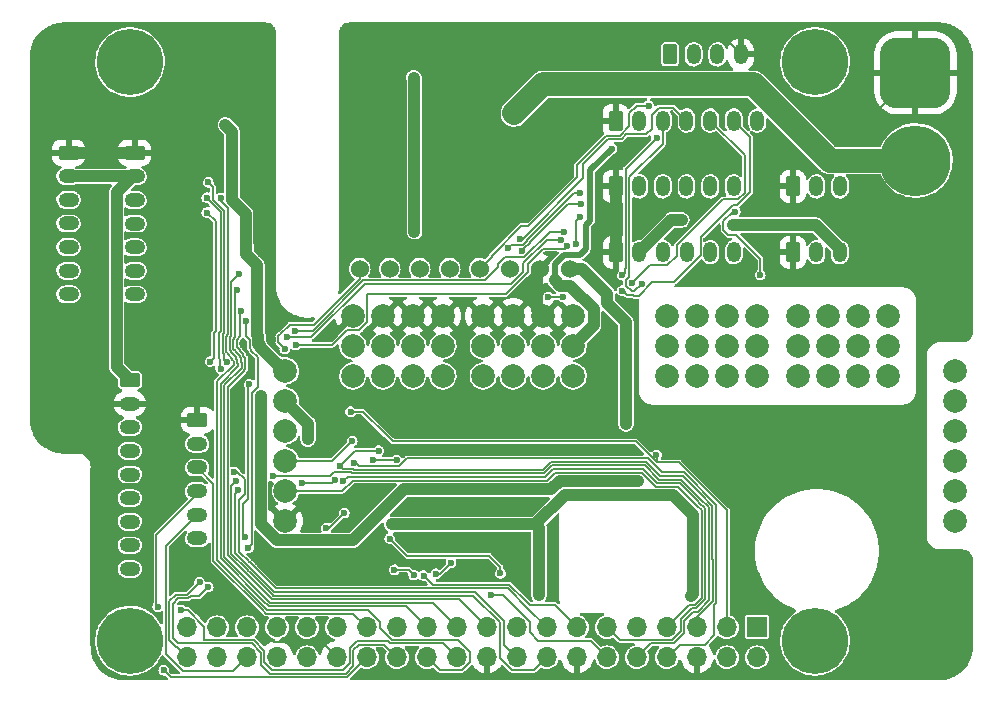
<source format=gbr>
G04 #@! TF.GenerationSoftware,KiCad,Pcbnew,(6.0.1)*
G04 #@! TF.CreationDate,2022-07-27T14:07:59-07:00*
G04 #@! TF.ProjectId,Prime Mover,5072696d-6520-44d6-9f76-65722e6b6963,rev?*
G04 #@! TF.SameCoordinates,Original*
G04 #@! TF.FileFunction,Copper,L2,Bot*
G04 #@! TF.FilePolarity,Positive*
%FSLAX46Y46*%
G04 Gerber Fmt 4.6, Leading zero omitted, Abs format (unit mm)*
G04 Created by KiCad (PCBNEW (6.0.1)) date 2022-07-27 14:07:59*
%MOMM*%
%LPD*%
G01*
G04 APERTURE LIST*
G04 Aperture macros list*
%AMRoundRect*
0 Rectangle with rounded corners*
0 $1 Rounding radius*
0 $2 $3 $4 $5 $6 $7 $8 $9 X,Y pos of 4 corners*
0 Add a 4 corners polygon primitive as box body*
4,1,4,$2,$3,$4,$5,$6,$7,$8,$9,$2,$3,0*
0 Add four circle primitives for the rounded corners*
1,1,$1+$1,$2,$3*
1,1,$1+$1,$4,$5*
1,1,$1+$1,$6,$7*
1,1,$1+$1,$8,$9*
0 Add four rect primitives between the rounded corners*
20,1,$1+$1,$2,$3,$4,$5,0*
20,1,$1+$1,$4,$5,$6,$7,0*
20,1,$1+$1,$6,$7,$8,$9,0*
20,1,$1+$1,$8,$9,$2,$3,0*%
G04 Aperture macros list end*
G04 #@! TA.AperFunction,ComponentPad*
%ADD10C,1.524000*%
G04 #@! TD*
G04 #@! TA.AperFunction,ComponentPad*
%ADD11C,2.000000*%
G04 #@! TD*
G04 #@! TA.AperFunction,ComponentPad*
%ADD12RoundRect,0.250000X-0.350000X-0.625000X0.350000X-0.625000X0.350000X0.625000X-0.350000X0.625000X0*%
G04 #@! TD*
G04 #@! TA.AperFunction,ComponentPad*
%ADD13O,1.200000X1.750000*%
G04 #@! TD*
G04 #@! TA.AperFunction,ComponentPad*
%ADD14C,5.600000*%
G04 #@! TD*
G04 #@! TA.AperFunction,ComponentPad*
%ADD15RoundRect,0.250000X-0.625000X0.350000X-0.625000X-0.350000X0.625000X-0.350000X0.625000X0.350000X0*%
G04 #@! TD*
G04 #@! TA.AperFunction,ComponentPad*
%ADD16O,1.750000X1.200000*%
G04 #@! TD*
G04 #@! TA.AperFunction,ComponentPad*
%ADD17R,1.700000X1.700000*%
G04 #@! TD*
G04 #@! TA.AperFunction,ComponentPad*
%ADD18O,1.700000X1.700000*%
G04 #@! TD*
G04 #@! TA.AperFunction,ComponentPad*
%ADD19C,6.000000*%
G04 #@! TD*
G04 #@! TA.AperFunction,ComponentPad*
%ADD20RoundRect,1.500000X-1.500000X1.500000X-1.500000X-1.500000X1.500000X-1.500000X1.500000X1.500000X0*%
G04 #@! TD*
G04 #@! TA.AperFunction,ViaPad*
%ADD21C,0.600000*%
G04 #@! TD*
G04 #@! TA.AperFunction,Conductor*
%ADD22C,0.150000*%
G04 #@! TD*
G04 #@! TA.AperFunction,Conductor*
%ADD23C,1.000000*%
G04 #@! TD*
G04 #@! TA.AperFunction,Conductor*
%ADD24C,0.500000*%
G04 #@! TD*
G04 #@! TA.AperFunction,Conductor*
%ADD25C,2.000000*%
G04 #@! TD*
G04 APERTURE END LIST*
D10*
X18225000Y7000000D03*
X15685000Y7000000D03*
X13145000Y7000000D03*
X10605000Y7000000D03*
X8065000Y7000000D03*
X5525000Y7000000D03*
X2985000Y7000000D03*
X445000Y7000000D03*
D11*
X-130000Y3000000D03*
X-130000Y460000D03*
X-130000Y-2080000D03*
X2410000Y3000000D03*
X2410000Y460000D03*
X2410000Y-2080000D03*
X4950000Y3000000D03*
X4950000Y460000D03*
X4950000Y-2080000D03*
X7490000Y3000000D03*
X7490000Y460000D03*
X7490000Y-2080000D03*
X10890000Y3000000D03*
X10890000Y460000D03*
X10890000Y-2080000D03*
X13430000Y3000000D03*
X13430000Y460000D03*
X13430000Y-2080000D03*
X15970000Y3000000D03*
X15970000Y460000D03*
X15970000Y-2080000D03*
X18510000Y3000000D03*
X18510000Y460000D03*
X18510000Y-2080000D03*
X26495000Y3000000D03*
X26495000Y460000D03*
X26495000Y-2080000D03*
X29035000Y3000000D03*
X29035000Y460000D03*
X29035000Y-2080000D03*
X31575000Y3000000D03*
X31575000Y460000D03*
X31575000Y-2080000D03*
X34115000Y3000000D03*
X34115000Y460000D03*
X34115000Y-2080000D03*
X37515000Y3000000D03*
X37515000Y460000D03*
X37515000Y-2080000D03*
X40055000Y3000000D03*
X40055000Y460000D03*
X40055000Y-2080000D03*
X42595000Y3000000D03*
X42595000Y460000D03*
X42595000Y-2080000D03*
X45135000Y3000000D03*
X45135000Y460000D03*
X45135000Y-2080000D03*
X-5850000Y-1650000D03*
X-5850000Y-4190000D03*
X-5850000Y-6730000D03*
X-5850000Y-9270000D03*
X-5850000Y-11810000D03*
X-5850000Y-14350000D03*
X50850000Y-1650000D03*
X50850000Y-4190000D03*
X50850000Y-6730000D03*
X50850000Y-9270000D03*
X50850000Y-11810000D03*
X50850000Y-14350000D03*
D12*
X22130000Y8390000D03*
D13*
X24130000Y8390000D03*
X26130000Y8390000D03*
X28130000Y8390000D03*
X30130000Y8390000D03*
X32130000Y8390000D03*
D12*
X22110000Y13970000D03*
D13*
X24110000Y13970000D03*
X26110000Y13970000D03*
X28110000Y13970000D03*
X30110000Y13970000D03*
X32110000Y13970000D03*
D14*
X39000000Y-24500000D03*
X-19000000Y-24500000D03*
X39000000Y24500000D03*
X-19000000Y24500000D03*
D15*
X-19020000Y-2430000D03*
D16*
X-19020000Y-4430000D03*
X-19020000Y-6430000D03*
X-19020000Y-8430000D03*
X-19020000Y-10430000D03*
X-19020000Y-12430000D03*
X-19020000Y-14430000D03*
X-19020000Y-16430000D03*
X-19020000Y-18430000D03*
D17*
X34080000Y-23350000D03*
D18*
X34080000Y-25890000D03*
X31540000Y-23350000D03*
X31540000Y-25890000D03*
X29000000Y-23350000D03*
X29000000Y-25890000D03*
X26460000Y-23350000D03*
X26460000Y-25890000D03*
X23920000Y-23350000D03*
X23920000Y-25890000D03*
X21380000Y-23350000D03*
X21380000Y-25890000D03*
X18840000Y-23350000D03*
X18840000Y-25890000D03*
X16300000Y-23350000D03*
X16300000Y-25890000D03*
X13760000Y-23350000D03*
X13760000Y-25890000D03*
X11220000Y-23350000D03*
X11220000Y-25890000D03*
X8680000Y-23350000D03*
X8680000Y-25890000D03*
X6140000Y-23350000D03*
X6140000Y-25890000D03*
X3600000Y-23350000D03*
X3600000Y-25890000D03*
X1060000Y-23350000D03*
X1060000Y-25890000D03*
X-1480000Y-23350000D03*
X-1480000Y-25890000D03*
X-4020000Y-23350000D03*
X-4020000Y-25890000D03*
X-6560000Y-23350000D03*
X-6560000Y-25890000D03*
X-9100000Y-23350000D03*
X-9100000Y-25890000D03*
X-11640000Y-23350000D03*
X-11640000Y-25890000D03*
X-14180000Y-23350000D03*
X-14180000Y-25890000D03*
D13*
X34110000Y19550000D03*
X32110000Y19550000D03*
X30110000Y19550000D03*
X28110000Y19550000D03*
X26110000Y19550000D03*
X24110000Y19550000D03*
D12*
X22110000Y19550000D03*
D16*
X-18620000Y4820000D03*
X-18620000Y6820000D03*
X-18620000Y8820000D03*
X-18620000Y10820000D03*
X-18620000Y12820000D03*
X-18620000Y14820000D03*
D15*
X-18620000Y16820000D03*
D12*
X37110000Y8390000D03*
D13*
X39110000Y8390000D03*
X41110000Y8390000D03*
D12*
X37110000Y13970000D03*
D13*
X39110000Y13970000D03*
X41110000Y13970000D03*
D12*
X26720000Y25150000D03*
D13*
X28720000Y25150000D03*
X30720000Y25150000D03*
X32720000Y25150000D03*
D19*
X47500000Y16160000D03*
D20*
X47500000Y23600000D03*
D15*
X-13310000Y-5820000D03*
D16*
X-13310000Y-7820000D03*
X-13310000Y-9820000D03*
X-13310000Y-11820000D03*
X-13310000Y-13820000D03*
X-13310000Y-15820000D03*
D15*
X-24210000Y16830000D03*
D16*
X-24210000Y14830000D03*
X-24210000Y12830000D03*
X-24210000Y10830000D03*
X-24210000Y8830000D03*
X-24210000Y6830000D03*
X-24210000Y4830000D03*
D21*
X34350000Y6470000D03*
X16389662Y4608582D03*
X17640000Y4610000D03*
X18790000Y9120000D03*
X-12210000Y-860000D03*
X-12500000Y11760000D03*
X19120000Y11400000D03*
X32240000Y11840000D03*
X-690000Y21070000D03*
X-680000Y26940000D03*
X8350000Y27360000D03*
X12070000Y27280000D03*
X14830000Y23970000D03*
X16890000Y21010000D03*
X23830000Y17850000D03*
X33050000Y20920000D03*
X28860000Y20930000D03*
X30490000Y18060000D03*
X25790000Y15830000D03*
X31910000Y15950000D03*
X34310000Y13730000D03*
X34930000Y17540000D03*
X36990000Y17180000D03*
X43060000Y7390000D03*
X44030000Y13970000D03*
X43800000Y11450000D03*
X41020000Y10590000D03*
X33760000Y9560000D03*
X47780000Y-21760000D03*
X33190000Y-9100000D03*
X-9840000Y-9170000D03*
X-4330000Y-8570000D03*
X-4210000Y-12910000D03*
X810000Y-27370000D03*
X4820000Y-27320000D03*
X20380000Y-27260000D03*
X25110000Y-27200000D03*
X35790000Y-27070000D03*
X51350000Y-17710000D03*
X50350000Y-26520000D03*
X21260000Y27140000D03*
X35580000Y27080000D03*
X43000000Y26690000D03*
X42100000Y22010000D03*
X50680000Y19200000D03*
X45870000Y11030000D03*
X50600000Y10560000D03*
X51290000Y5030000D03*
X48390000Y1380000D03*
X47520000Y-5200000D03*
X33920000Y-4920000D03*
X40240000Y-8920000D03*
X46530000Y-15410000D03*
X42190000Y-22250000D03*
X33430000Y-15460000D03*
X21730000Y-6900000D03*
X26780000Y-8520000D03*
X25250000Y-5100000D03*
X5030000Y-12930000D03*
X7320000Y-15730000D03*
X7640000Y-13490000D03*
X9820000Y-13410000D03*
X11850000Y-13510000D03*
X16810000Y-14680000D03*
X16740000Y-19750000D03*
X14300000Y-15910000D03*
X-4230000Y-2920000D03*
X-1140000Y-4120000D03*
X2580000Y-5670000D03*
X5820000Y-4070000D03*
X8940000Y-1000000D03*
X6720000Y8180000D03*
X12040000Y12160000D03*
X12230000Y15420000D03*
X16360000Y26460000D03*
X6010000Y26900000D03*
X-220000Y16480000D03*
X-250000Y8720000D03*
X-25650000Y25800000D03*
X-24450000Y21060000D03*
X-14450000Y23920000D03*
X-8710000Y23350000D03*
X-11790000Y15670000D03*
X-16460000Y14770000D03*
X-16780000Y11110000D03*
X-26000000Y13790000D03*
X-26150000Y6410000D03*
X-12440000Y3280000D03*
X-16430000Y1480000D03*
X-24070000Y950000D03*
X-25350000Y-4600000D03*
X-21530000Y-8590000D03*
X-21530000Y-13500000D03*
X-17780000Y-20550000D03*
X-14950000Y-16800000D03*
X-7720000Y-17510000D03*
X-1510000Y-17950000D03*
X12160000Y9640000D03*
X16100000Y13150000D03*
X16910000Y17280000D03*
X19670000Y17800000D03*
X19660000Y21040000D03*
X22040000Y24310000D03*
X41020000Y17880000D03*
X-2390000Y-14950000D03*
X-942413Y-10995728D03*
X-860000Y-13680000D03*
X-4443438Y-11104500D03*
X-1688061Y-10919817D03*
X-6860000Y-10580000D03*
X-190000Y-7570000D03*
X2850000Y-13030000D03*
X-56935Y-9430547D03*
X-3930000Y-7430000D03*
X-10920000Y19170000D03*
X-9205000Y8935000D03*
X22980000Y-6140000D03*
X-330000Y-5110000D03*
X12480000Y-7090000D03*
X32010000Y10690000D03*
X27720000Y11140000D03*
X23520000Y5810000D03*
X15630000Y-20640000D03*
X28500000Y-20720000D03*
X-7940000Y-3810000D03*
X24006143Y-10980489D03*
X3140000Y-14650000D03*
X-3810000Y-320000D03*
X11240408Y-15599500D03*
X12362127Y-16808439D03*
X24920000Y20820000D03*
X-8909606Y-2787850D03*
X-5896282Y204500D03*
X14046656Y9555500D03*
X19110000Y13430000D03*
X13010878Y8769122D03*
X19140000Y12460000D03*
X14169122Y8506499D03*
X17729948Y10120094D03*
X17483019Y9412435D03*
X18036179Y8906700D03*
X-5740000Y1253501D03*
X-4979743Y545891D03*
X-5019447Y1745734D03*
X-9440000Y690000D03*
X-11338263Y-1450503D03*
X-10824831Y-904480D03*
X-12500000Y13020000D03*
X-12380000Y14320000D03*
X-9204999Y2585000D03*
X21800000Y17140000D03*
X25585500Y18089500D03*
X22657394Y5140850D03*
X24317767Y5713713D03*
X25570000Y-8790000D03*
X22681325Y6454839D03*
X-9234500Y-15723182D03*
X-8980000Y-16610000D03*
X-13120000Y-19530000D03*
X-12380000Y-19950000D03*
X-1229122Y-9719122D03*
X2040000Y-8410000D03*
X-12570000Y17500000D03*
X-6960000Y12620000D03*
X-7980000Y12070000D03*
X-7880000Y8280000D03*
X-7280000Y6890000D03*
X-9710000Y-5600000D03*
X-10160000Y-10210000D03*
X-9833522Y-11760000D03*
X-10020000Y-11000000D03*
X-9617948Y3427456D03*
X-9917458Y5238860D03*
X-9760000Y6540000D03*
X-11314719Y13000047D03*
X-16150000Y-26990000D03*
X-16660000Y-21610000D03*
X-14650000Y-21890000D03*
X2994500Y-15846952D03*
X11530000Y-20604500D03*
X12360000Y-18790000D03*
X11450000Y-18280000D03*
X8180000Y-17910000D03*
X6880000Y-18830000D03*
X5850000Y-18980000D03*
X-12690000Y-21560000D03*
X-5310000Y-24620000D03*
X3382897Y-18485347D03*
X5020000Y-18920000D03*
X5070000Y10130000D03*
X5010000Y23160000D03*
X13520000Y20180000D03*
X1553169Y-9175500D03*
X3575058Y-9190269D03*
X7070000Y15370000D03*
X7600000Y23120000D03*
X11880000Y17580000D03*
X7410000Y17610000D03*
X9630000Y20960000D03*
D22*
X31240000Y10260000D02*
X31640000Y9860000D01*
X34350000Y7850000D02*
X34350000Y6470000D01*
X31640000Y9860000D02*
X32340000Y9860000D01*
X32340000Y9860000D02*
X34350000Y7850000D01*
X32020000Y11840000D02*
X31240000Y11060000D01*
X32240000Y11840000D02*
X32020000Y11840000D01*
X31240000Y11060000D02*
X31240000Y10260000D01*
X19120000Y11400000D02*
X18790000Y11070000D01*
X18790000Y11070000D02*
X18790000Y9120000D01*
X16391080Y4610000D02*
X17640000Y4610000D01*
X16389662Y4608582D02*
X16391080Y4610000D01*
X-11930000Y1533191D02*
X-11930000Y-360000D01*
X-12210000Y-860000D02*
X-11930000Y-580000D01*
X-11930000Y-580000D02*
X-11930000Y-360000D01*
X-11741564Y11001564D02*
X-11741564Y1721627D01*
X-12500000Y11760000D02*
X-11741564Y11001564D01*
X-11741564Y1721627D02*
X-11930000Y1533191D01*
X12360000Y-18250000D02*
X11420000Y-17310000D01*
X12360000Y-18790000D02*
X12360000Y-18250000D01*
X11420000Y-17310000D02*
X4457548Y-17310000D01*
X4457548Y-17310000D02*
X2994500Y-15846952D01*
X-1014927Y-11810000D02*
X-5850000Y-11810000D01*
X-150905Y-10945978D02*
X-1014927Y-11810000D01*
X16293754Y-10945978D02*
X-150905Y-10945978D01*
X16983754Y-10255978D02*
X16293754Y-10945978D01*
X24318118Y-10255978D02*
X16983754Y-10255978D01*
X27430102Y-11445489D02*
X25507629Y-11445489D01*
X29037306Y-13052692D02*
X27430102Y-11445489D01*
X29404511Y-13419898D02*
X29037306Y-13052692D01*
X28365489Y-21444511D02*
X28800103Y-21444511D01*
X28800103Y-21444511D02*
X29404511Y-20840103D01*
X29404511Y-20840103D02*
X29404511Y-13419898D01*
X25507629Y-11445489D02*
X24318118Y-10255978D01*
X26460000Y-23350000D02*
X28365489Y-21444511D01*
D23*
X17800000Y-12170000D02*
X15320000Y-14650000D01*
X26990000Y-12170000D02*
X17800000Y-12170000D01*
X28680000Y-13860000D02*
X26990000Y-12170000D01*
X28680000Y-20540000D02*
X28680000Y-13860000D01*
X28500000Y-20720000D02*
X28680000Y-20540000D01*
D22*
X31540000Y-13437525D02*
X31540000Y-23350000D01*
X25580489Y-9400489D02*
X27502964Y-9400489D01*
X140547Y-9430547D02*
X-56935Y-9430547D01*
X410000Y-9700000D02*
X140547Y-9430547D01*
X3343030Y-9700000D02*
X410000Y-9700000D01*
X3357799Y-9714769D02*
X3343030Y-9700000D01*
X3792317Y-9714769D02*
X3357799Y-9714769D01*
X4449152Y-9057934D02*
X3792317Y-9714769D01*
X26003719Y-10247291D02*
X24814362Y-9057934D01*
X27776190Y-10247291D02*
X26003719Y-10247291D01*
X27926253Y-10247345D02*
X27776244Y-10247345D01*
X30642555Y-12963647D02*
X27926253Y-10247345D01*
X30642555Y-21296347D02*
X30642555Y-12963647D01*
X30452554Y-21486348D02*
X30642555Y-21296347D01*
X30452554Y-24047446D02*
X30452554Y-21486348D01*
X29684511Y-24815489D02*
X30452554Y-24047446D01*
X27534511Y-24815489D02*
X29684511Y-24815489D01*
X26460000Y-25890000D02*
X27534511Y-24815489D01*
X-997755Y-9950489D02*
X-1229122Y-9719122D01*
X-62148Y-10014280D02*
X-125939Y-9950489D01*
X15944725Y-10014280D02*
X-62148Y-10014280D01*
X30303043Y-17587713D02*
X30303042Y-13047706D01*
X29000000Y-22515330D02*
X30343043Y-21172287D01*
X29000000Y-23350000D02*
X29000000Y-22515330D01*
X25085979Y-24724021D02*
X23920000Y-25890000D01*
X27925489Y-23827672D02*
X27029139Y-24724022D01*
X24690301Y-9357445D02*
X16601560Y-9357445D01*
X28698225Y-22043533D02*
X27925489Y-22816269D01*
X29048227Y-22043532D02*
X28698225Y-22043533D01*
X29208227Y-12376470D02*
X29208234Y-12376470D01*
X27678225Y-10846468D02*
X29208227Y-12376470D01*
X29332288Y-12076959D02*
X27802285Y-10546956D01*
X16725632Y-9656956D02*
X24566241Y-9656957D01*
X29332295Y-12076959D02*
X29332288Y-12076959D01*
X-186209Y-10313791D02*
X16068797Y-10313791D01*
X25879711Y-10546855D02*
X24690301Y-9357445D01*
X29208234Y-12376470D02*
X30003532Y-13171768D01*
X-250000Y-10250000D02*
X-186209Y-10313791D01*
X-1760000Y-10250000D02*
X-250000Y-10250000D01*
X27652287Y-10546957D02*
X27652185Y-10546855D01*
X-2090000Y-10580000D02*
X-1760000Y-10250000D01*
X30303042Y-13047706D02*
X29332295Y-12076959D01*
X-6860000Y-10580000D02*
X-2090000Y-10580000D01*
X16166159Y-10640001D02*
X-586686Y-10640001D01*
X16849693Y-9956467D02*
X16166159Y-10640001D01*
X24442179Y-9956467D02*
X16849693Y-9956467D01*
X25631690Y-11145978D02*
X24442179Y-9956467D01*
X27554163Y-11145978D02*
X25631690Y-11145978D01*
X29084173Y-12675981D02*
X29084166Y-12675981D01*
X27029139Y-24724022D02*
X25085979Y-24724021D01*
X30003532Y-21088226D02*
X29048227Y-22043532D01*
X27625969Y-23703620D02*
X27625969Y-22692217D01*
X22454511Y-24424511D02*
X26905078Y-24424511D01*
X-125939Y-9950489D02*
X-997755Y-9950489D01*
X29208546Y-12800361D02*
X29084173Y-12675981D01*
X27502964Y-9400489D02*
X31540000Y-13437525D01*
X21380000Y-23350000D02*
X22454511Y-24424511D01*
X30343043Y-21172287D02*
X30343043Y-17627713D01*
X30003532Y-13171768D02*
X30003532Y-21088226D01*
X29704021Y-13295836D02*
X29208546Y-12800361D01*
X27625969Y-22692217D02*
X28574164Y-21744022D01*
X24566241Y-9656957D02*
X25755751Y-10846467D01*
X27776244Y-10247345D02*
X27776190Y-10247291D01*
X29704022Y-20964164D02*
X29704021Y-13295836D01*
X28924165Y-21744021D02*
X29704022Y-20964164D01*
X24814362Y-9057934D02*
X4449152Y-9057934D01*
X27802285Y-10546956D02*
X27652287Y-10546957D01*
X30343043Y-17627713D02*
X30303043Y-17587713D01*
X28574164Y-21744022D02*
X28924165Y-21744021D01*
X29084166Y-12675981D02*
X27554163Y-11145978D01*
X16601560Y-9357445D02*
X15944725Y-10014280D01*
X-586686Y-10640001D02*
X-942413Y-10995728D01*
X26905078Y-24424511D02*
X27625969Y-23703620D01*
X27925489Y-22816269D02*
X27925489Y-23827672D01*
X25755751Y-10846467D02*
X27678225Y-10846468D01*
X27652185Y-10546855D02*
X25879711Y-10546855D01*
X16068797Y-10313791D02*
X16725632Y-9656956D01*
D23*
X18510000Y460000D02*
X20260000Y2210000D01*
X20260000Y3585719D02*
X18286218Y5559501D01*
X20260000Y2210000D02*
X20260000Y3585719D01*
X18286218Y5559501D02*
X17400499Y5559501D01*
X17400499Y5559501D02*
X16950000Y6010000D01*
D24*
X17743885Y8161511D02*
X19061511Y8161511D01*
X16950000Y7367626D02*
X17743885Y8161511D01*
X16950000Y6010000D02*
X16950000Y7367626D01*
X19061511Y8161511D02*
X19610000Y8710000D01*
X19980000Y15320000D02*
X21800000Y17140000D01*
X19980000Y11080000D02*
X19980000Y15320000D01*
X19610000Y8710000D02*
X19610000Y10710000D01*
X19610000Y10710000D02*
X19980000Y11080000D01*
D22*
X-4443438Y-11104500D02*
X-1872744Y-11104500D01*
X-1872744Y-11104500D02*
X-1688061Y-10919817D01*
X4585347Y-18485347D02*
X3382897Y-18485347D01*
X5020000Y-18920000D02*
X4585347Y-18485347D01*
X13923863Y8010000D02*
X13951865Y7981998D01*
X12759862Y8010000D02*
X13923863Y8010000D01*
X12150000Y7149862D02*
X12150000Y7400138D01*
X727061Y6013489D02*
X11013627Y6013489D01*
X14300000Y6759862D02*
X14300000Y7446428D01*
X16524475Y10120094D02*
X17729948Y10120094D01*
X851122Y5713978D02*
X13254116Y5713978D01*
X-5707732Y1221233D02*
X-3641623Y1221233D01*
X-3641623Y1221233D02*
X851122Y5713978D01*
X-5019447Y1745734D02*
X-3540694Y1745734D01*
X12150000Y7400138D02*
X12759862Y8010000D01*
X-5740000Y1253501D02*
X-5707732Y1221233D01*
X16266007Y9412435D02*
X17483019Y9412435D01*
X17832383Y8702904D02*
X18036179Y8906700D01*
X14300000Y7446428D02*
X16266007Y9412435D01*
X15992766Y8702904D02*
X17832383Y8702904D01*
X14698489Y7408627D02*
X15992766Y8702904D01*
X14698489Y6724917D02*
X14698489Y7408627D01*
X1094511Y4864423D02*
X12837995Y4864423D01*
X1094511Y2492790D02*
X1094511Y4864423D01*
X377210Y1775489D02*
X1094511Y2492790D01*
X13254116Y5713978D02*
X14300000Y6759862D01*
X-637210Y1775489D02*
X377210Y1775489D01*
X-4979743Y545891D02*
X-1866808Y545891D01*
X11013627Y6013489D02*
X12150000Y7149862D01*
X-1866808Y545891D02*
X-637210Y1775489D01*
X12837995Y4864423D02*
X14698489Y6724917D01*
X-3540694Y1745734D02*
X727061Y6013489D01*
X14386379Y7981998D02*
X16524475Y10120094D01*
X13951865Y7981998D02*
X14386379Y7981998D01*
D23*
X15440161Y3529839D02*
X15970000Y3000000D01*
X15440161Y6755161D02*
X15440161Y3529839D01*
X15685000Y7000000D02*
X15440161Y6755161D01*
D22*
X9630000Y19830000D02*
X9630000Y20960000D01*
X11880000Y17580000D02*
X9630000Y19830000D01*
X9630000Y21090000D02*
X7600000Y23120000D01*
X9630000Y20960000D02*
X9630000Y21090000D01*
X9630000Y19830000D02*
X7410000Y17610000D01*
X15670000Y13150000D02*
X16100000Y13150000D01*
X12160000Y9640000D02*
X15670000Y13150000D01*
X18617144Y13430000D02*
X19110000Y13430000D01*
X14614533Y9427389D02*
X18617144Y13430000D01*
X14571157Y9338243D02*
X14571157Y9427389D01*
X14263913Y9030999D02*
X14571157Y9338243D01*
X14571157Y9427389D02*
X14614533Y9427389D01*
X13272755Y9030999D02*
X14263913Y9030999D01*
X13010878Y8769122D02*
X13272755Y9030999D01*
X11610000Y8005000D02*
X10605000Y7000000D01*
X11610000Y8110000D02*
X11610000Y8005000D01*
X14130000Y10630000D02*
X11610000Y8110000D01*
X18840000Y14750000D02*
X14720000Y10630000D01*
X22486072Y18280000D02*
X21310000Y18280000D01*
X21310000Y18280000D02*
X18840000Y15810000D01*
X23285480Y20205480D02*
X23285480Y19079408D01*
X14720000Y10630000D02*
X14130000Y10630000D01*
X23900000Y20820000D02*
X23285480Y20205480D01*
X18840000Y15810000D02*
X18840000Y14750000D01*
X24920000Y20820000D02*
X23900000Y20820000D01*
X23285480Y19079408D02*
X22486072Y18280000D01*
X14387974Y8725351D02*
X14169122Y8506499D01*
X14387974Y8731488D02*
X14387974Y8725351D01*
X14870667Y9214181D02*
X14387974Y8731488D01*
X14870668Y9254182D02*
X14870667Y9214181D01*
X18076486Y12460000D02*
X14870668Y9254182D01*
X19359510Y15885938D02*
X19359510Y14675938D01*
X19140000Y12460000D02*
X18076486Y12460000D01*
X21454061Y17980489D02*
X19359510Y15885938D01*
X22610134Y17980490D02*
X21454061Y17980489D01*
X23009644Y18380000D02*
X22610134Y17980490D01*
X24700000Y18380000D02*
X23009644Y18380000D01*
X25160000Y18840000D02*
X24700000Y18380000D01*
X25160000Y20041047D02*
X25160000Y18840000D01*
X28110000Y19550000D02*
X27010000Y20650000D01*
X27010000Y20650000D02*
X25768953Y20650000D01*
X19359510Y14675938D02*
X14239072Y9555500D01*
X25768953Y20650000D02*
X25160000Y20041047D01*
X14239072Y9555500D02*
X14046656Y9555500D01*
X16910000Y17280000D02*
X19150000Y17280000D01*
X19150000Y17280000D02*
X19670000Y17800000D01*
X21150000Y19550000D02*
X22110000Y19550000D01*
X19660000Y21040000D02*
X21150000Y19550000D01*
X22040000Y24710000D02*
X22040000Y24310000D01*
X23320000Y25990000D02*
X22040000Y24710000D01*
X31620480Y26249520D02*
X23569520Y26249520D01*
X23569520Y26249520D02*
X23320000Y26000000D01*
X32720000Y25150000D02*
X31620480Y26249520D01*
X23320000Y26000000D02*
X23320000Y25990000D01*
X33750000Y25150000D02*
X41020000Y17880000D01*
X32720000Y25150000D02*
X33750000Y25150000D01*
X41780000Y17880000D02*
X47500000Y23600000D01*
X41020000Y17880000D02*
X41780000Y17880000D01*
X-2130000Y-14950000D02*
X-2390000Y-14950000D01*
X-860000Y-13680000D02*
X-2130000Y-14950000D01*
X-1890000Y-9270000D02*
X-190000Y-7570000D01*
X-5850000Y-9270000D02*
X-1890000Y-9270000D01*
X2040000Y-8410000D02*
X80000Y-8410000D01*
X80000Y-8410000D02*
X-1229122Y-9719122D01*
D23*
X22980000Y2488416D02*
X22980000Y-6140000D01*
X21409511Y4058905D02*
X22980000Y2488416D01*
X21409511Y4893119D02*
X21409511Y4058905D01*
X19302630Y7000000D02*
X21409511Y4893119D01*
X18225000Y7000000D02*
X19302630Y7000000D01*
D22*
X11792791Y-4714511D02*
X10324140Y-3245860D01*
D23*
X-3930000Y-6110000D02*
X-5850000Y-4190000D01*
X-3930000Y-7430000D02*
X-3930000Y-6110000D01*
X-9205000Y11619715D02*
X-9205000Y8935000D01*
X-10920000Y19170000D02*
X-10365218Y18615218D01*
X-10365218Y12779933D02*
X-9205000Y11619715D01*
X-10365218Y18615218D02*
X-10365218Y12779933D01*
X-8255499Y7312701D02*
X-8255499Y1381871D01*
X-6590103Y-1044511D02*
X-6455489Y-1044511D01*
X-9165979Y8895979D02*
X-9165979Y8223181D01*
X-8160988Y660988D02*
X-8004511Y504511D01*
X-8004511Y504511D02*
X-8004511Y369897D01*
X-8004511Y369897D02*
X-7580102Y-54511D01*
X-9165979Y8223181D02*
X-8255499Y7312701D01*
X-6455489Y-1044511D02*
X-5850000Y-1650000D01*
X-8255499Y1381871D02*
X-8160988Y1287359D01*
X-8160988Y1287359D02*
X-8160988Y660988D01*
X-9205000Y8935000D02*
X-9165979Y8895979D01*
X-7580102Y-54511D02*
X-6590103Y-1044511D01*
D22*
X723572Y-5110000D02*
X-330000Y-5110000D01*
X2723572Y-7110000D02*
X723572Y-5110000D01*
X10324140Y-4934140D02*
X12480000Y-7090000D01*
X25580489Y-9400489D02*
X23794501Y-7614501D01*
X10324140Y-3245860D02*
X10324140Y-4934140D01*
X23794501Y-7614501D02*
X3228073Y-7614501D01*
X10324140Y-3245860D02*
X9665489Y-2587210D01*
X3228073Y-7614501D02*
X2723572Y-7110000D01*
X9665489Y1775489D02*
X10890000Y3000000D01*
X9665489Y-2587210D02*
X9665489Y1775489D01*
D23*
X41110000Y8665000D02*
X41110000Y8390000D01*
X39085000Y10690000D02*
X41110000Y8665000D01*
X32010000Y10690000D02*
X39085000Y10690000D01*
X26837912Y11140000D02*
X27720000Y11140000D01*
X24130000Y8432088D02*
X26837912Y11140000D01*
X24130000Y8390000D02*
X24130000Y8432088D01*
D22*
X27270000Y8088953D02*
X26471527Y7290480D01*
X30110000Y19550000D02*
X33030000Y16630000D01*
X26471527Y7290480D02*
X25000480Y7290480D01*
X27270000Y8971047D02*
X27270000Y8088953D01*
X32466428Y12870000D02*
X31168953Y12870000D01*
X31168953Y12870000D02*
X27270000Y8971047D01*
X33030000Y13433572D02*
X32466428Y12870000D01*
X25000480Y7290480D02*
X23520000Y5810000D01*
X33030000Y16630000D02*
X33030000Y13433572D01*
X22900490Y7024062D02*
X22900490Y6674004D01*
X22954520Y15458520D02*
X22954520Y7078092D01*
X25585500Y18089500D02*
X22954520Y15458520D01*
X26110000Y17570000D02*
X26110000Y19550000D01*
X23280000Y14740000D02*
X26110000Y17570000D01*
X23280000Y6311758D02*
X23280000Y14740000D01*
X22995499Y6027257D02*
X23280000Y6311758D01*
X22995499Y5572743D02*
X22995499Y6027257D01*
X23010000Y5558242D02*
X22995499Y5572743D01*
X23010000Y5530000D02*
X23010000Y5558242D01*
X24317767Y5713713D02*
X24317767Y5697767D01*
X24317767Y5697767D02*
X23700000Y5080000D01*
X22900490Y6674004D02*
X22681325Y6454839D01*
X23460000Y5080000D02*
X23010000Y5530000D01*
X22954520Y7078092D02*
X22900490Y7024062D01*
X23700000Y5080000D02*
X23460000Y5080000D01*
X22662306Y5135938D02*
X22657394Y5140850D01*
X22880490Y5135938D02*
X22662306Y5135938D01*
X22880490Y4945938D02*
X22880490Y5135938D01*
X23055938Y4770490D02*
X22880490Y4945938D01*
X23245938Y4770490D02*
X23055938Y4770490D01*
X23255938Y4760490D02*
X23245938Y4770490D01*
X23585938Y4760490D02*
X23255938Y4760490D01*
X23904062Y4700490D02*
X23645938Y4700490D01*
X23914062Y4710490D02*
X23904062Y4700490D01*
X24056302Y4710490D02*
X23914062Y4710490D01*
X27031047Y5850000D02*
X25195812Y5850000D01*
X32022743Y12364501D02*
X29305480Y9647238D01*
X33519510Y13499510D02*
X32384501Y12364501D01*
X32110000Y19550000D02*
X33519510Y18140490D01*
X32384501Y12364501D02*
X32022743Y12364501D01*
X33519510Y18140490D02*
X33519510Y13499510D01*
X29305480Y8124433D02*
X27031047Y5850000D01*
X23645938Y4700490D02*
X23585938Y4760490D01*
X25195812Y5850000D02*
X24056302Y4710490D01*
X29305480Y9647238D02*
X29305480Y8124433D01*
D23*
X16673857Y-11670489D02*
X17363857Y-10980489D01*
X4209511Y-11670489D02*
X16673857Y-11670489D01*
X17363857Y-10980489D02*
X24006143Y-10980489D01*
X-119511Y-15999511D02*
X4209511Y-11670489D01*
X-6533251Y-15999511D02*
X-119511Y-15999511D01*
X-7940000Y-3810000D02*
X-7940000Y-14592762D01*
X-7940000Y-14592762D02*
X-6533251Y-15999511D01*
X15630000Y-14960000D02*
X15320000Y-14650000D01*
X15630000Y-20640000D02*
X15630000Y-14960000D01*
X3140000Y-14650000D02*
X15320000Y-14650000D01*
D22*
X1553169Y-9175500D02*
X3560289Y-9175500D01*
X3560289Y-9175500D02*
X3575058Y-9190269D01*
X12362127Y-16721219D02*
X12362127Y-16808439D01*
X11240408Y-15599500D02*
X12362127Y-16721219D01*
X-9309022Y-12109022D02*
X-9309021Y-10820979D01*
X-9780000Y-16950000D02*
X-9780000Y-12580000D01*
X-8968934Y-17761066D02*
X-9780000Y-16950000D01*
X-8968810Y-17761066D02*
X-8968934Y-17761066D01*
X-8968767Y-17761109D02*
X-8968810Y-17761066D01*
X-8968704Y-17761109D02*
X-8968767Y-17761109D01*
X-8968552Y-17761198D02*
X-8968597Y-17761153D01*
X-8968489Y-17761198D02*
X-8968552Y-17761198D01*
X-8888718Y-17841027D02*
X-8965633Y-17762402D01*
X-8880821Y-17848929D02*
X-8888718Y-17841027D01*
X-8795401Y-17931701D02*
X-8878827Y-17850923D01*
X-8795358Y-17934392D02*
X-8795401Y-17931701D01*
X-8793147Y-17936603D02*
X-8795358Y-17934392D01*
X-8793147Y-17936666D02*
X-8793147Y-17936603D01*
X-9780000Y-12580000D02*
X-9309022Y-12109022D01*
X-8793112Y-17936701D02*
X-8793147Y-17936666D01*
X-8793058Y-17936701D02*
X-8793112Y-17936701D01*
X-8792854Y-17936786D02*
X-8792973Y-17936786D01*
X-8705333Y-18024426D02*
X-8792854Y-17936786D01*
X-8968660Y-17761153D02*
X-8968704Y-17761109D01*
X-8696887Y-18032872D02*
X-8705333Y-18024426D01*
X-9309021Y-10820979D02*
X-9920000Y-10210000D01*
X-8618493Y-18111266D02*
X-8618499Y-18110292D01*
X-8878827Y-17850923D02*
X-8880821Y-17848929D01*
X-8617608Y-18112151D02*
X-8618493Y-18111266D01*
X-8617608Y-18112270D02*
X-8617608Y-18112151D01*
X-8442362Y-18287516D02*
X-8617608Y-18112270D01*
X-8967304Y-17762384D02*
X-8968489Y-17761198D01*
X-6682815Y-20047123D02*
X-8442362Y-18287576D01*
X12991793Y-20047123D02*
X-6682815Y-20047123D01*
X14718681Y-21774011D02*
X12991793Y-20047123D01*
X14724012Y-21774012D02*
X14718681Y-21774011D01*
X-9920000Y-10210000D02*
X-10160000Y-10210000D01*
X16300000Y-23350000D02*
X14724012Y-21774012D01*
X6609511Y-19739511D02*
X5850000Y-18980000D01*
X-8442362Y-18287576D02*
X-8442362Y-18287516D01*
X14535499Y-21157257D02*
X13117753Y-19739511D01*
X13117753Y-19739511D02*
X6609511Y-19739511D01*
X-8968597Y-17761153D02*
X-8968660Y-17761153D01*
X14535499Y-21167257D02*
X14535499Y-21157257D01*
X18840000Y-23350000D02*
X16964501Y-21474501D01*
X16964501Y-21474501D02*
X14842743Y-21474501D01*
X-8792973Y-17936786D02*
X-8793058Y-17936701D01*
X14842743Y-21474501D02*
X14535499Y-21167257D01*
X-8618499Y-18110292D02*
X-8696887Y-18032872D01*
X-8965633Y-17762402D02*
X-8967304Y-17762384D01*
X-8710000Y-16340000D02*
X-8980000Y-16610000D01*
X-8710000Y-3510000D02*
X-8710000Y-16340000D01*
X-8197967Y-2997967D02*
X-8710000Y-3510000D01*
X-8197967Y-461259D02*
X-8197967Y-2997967D01*
X-8729022Y69795D02*
X-8197967Y-461259D01*
X-8729022Y92172D02*
X-8729022Y69795D01*
X-8885499Y248649D02*
X-8729022Y92172D01*
X-8885499Y987257D02*
X-8885499Y248649D01*
X-9204999Y1306757D02*
X-8885499Y987257D01*
X-9204999Y2585000D02*
X-9204999Y1306757D01*
X-9399510Y-15558172D02*
X-9234500Y-15723182D01*
X-9399510Y-12905938D02*
X-9399510Y-15558172D01*
X-9009511Y-12515939D02*
X-9399510Y-12905938D01*
X-9009510Y-2887754D02*
X-9009511Y-12515939D01*
X-8909606Y-2787850D02*
X-9009510Y-2887754D01*
X-10140000Y-12066478D02*
X-9833522Y-11760000D01*
X-10140000Y-17003572D02*
X-10140000Y-12066478D01*
X-10079510Y-17074062D02*
X-10079510Y-17064062D01*
X-9093040Y-18060532D02*
X-10079510Y-17074062D01*
X-9092979Y-18060531D02*
X-9093040Y-18060532D01*
X-9092934Y-18060577D02*
X-9092979Y-18060531D01*
X-9092828Y-18060620D02*
X-9092872Y-18060576D01*
X-9092721Y-18060664D02*
X-9092765Y-18060620D01*
X-8917315Y-18236132D02*
X-8917315Y-18236070D01*
X-8917234Y-18236212D02*
X-8917315Y-18236132D01*
X-8917119Y-18236212D02*
X-8917234Y-18236212D01*
X-8741873Y-18411577D02*
X-8831207Y-18322241D01*
X-8741873Y-18411636D02*
X-8741873Y-18411577D01*
X-8566630Y-18586880D02*
X-8741873Y-18411636D01*
X-6798411Y-20346633D02*
X-6805581Y-20340218D01*
X-6755412Y-20380000D02*
X-6788779Y-20346633D01*
X10210000Y-20380000D02*
X-6755412Y-20380000D01*
X12685489Y-22855489D02*
X10210000Y-20380000D01*
X-9005040Y-18148345D02*
X-9092658Y-18060664D01*
X-9092872Y-18060576D02*
X-9092934Y-18060577D01*
X-10079510Y-17064062D02*
X-10140000Y-17003572D01*
X-9092765Y-18060620D02*
X-9092828Y-18060620D01*
X-8917315Y-18236070D02*
X-9005040Y-18148345D01*
X-6805581Y-20340218D02*
X-6879459Y-20274113D01*
X-8566630Y-18586942D02*
X-8566630Y-18586880D01*
X-6879459Y-20274113D02*
X-8566630Y-18586942D01*
X-8831207Y-18322241D02*
X-8917119Y-18236212D01*
X-9092658Y-18060664D02*
X-9092721Y-18060664D01*
X-6788779Y-20346633D02*
X-6798411Y-20346633D01*
X12685489Y-24815489D02*
X12685489Y-22855489D01*
X13760000Y-25890000D02*
X12685489Y-24815489D01*
X-9420000Y670000D02*
X-9440000Y690000D01*
X-9420000Y170000D02*
X-9420000Y670000D01*
X-8947457Y-2093943D02*
X-8947457Y-302543D01*
X-9116863Y-2263349D02*
X-8947457Y-2093943D01*
X-9126863Y-2263349D02*
X-9116863Y-2263349D01*
X-9710000Y-2846486D02*
X-9126863Y-2263349D01*
X-8947457Y-302543D02*
X-9420000Y170000D01*
X-9710000Y-5600000D02*
X-9710000Y-2846486D01*
X-6290000Y-320000D02*
X-3810000Y-320000D01*
X-6460000Y768218D02*
X-5896282Y204500D01*
X-6460000Y1270000D02*
X-6460000Y768218D01*
X-6264501Y1465499D02*
X-6460000Y1270000D01*
X-6264501Y1470758D02*
X-6264501Y1465499D01*
X-5465025Y2270234D02*
X-6264501Y1470758D01*
X-3439766Y2270234D02*
X-5465025Y2270234D01*
X445000Y6155000D02*
X-3439766Y2270234D01*
X445000Y7000000D02*
X445000Y6155000D01*
X-7280000Y670000D02*
X-6290000Y-320000D01*
X-7280000Y6890000D02*
X-7280000Y670000D01*
X-10739510Y-17261224D02*
X-10739510Y-3030226D01*
X8849022Y-20979022D02*
X-7014551Y-20979021D01*
X-9331467Y-1622181D02*
X-9331467Y-1593941D01*
X11220000Y-23350000D02*
X8849022Y-20979022D01*
X-7014551Y-20979021D02*
X-7015042Y-20978530D01*
X-7015042Y-20978530D02*
X-7015066Y-20978531D01*
X-9729500Y2802257D02*
X-9656967Y2874790D01*
X-7015066Y-20978531D02*
X-7015085Y-20978512D01*
X-7015085Y-20978512D02*
X-7022221Y-20978513D01*
X-7022221Y-20978513D02*
X-10739510Y-17261224D01*
X-10739510Y-3030226D02*
X-9331467Y-1622181D01*
X-9331467Y-1593941D02*
X-9246969Y-1509443D01*
X-9246969Y-1509443D02*
X-9246969Y-546603D01*
X-9429510Y-364062D02*
X-9429510Y-244062D01*
X-9246969Y-546603D02*
X-9429510Y-364062D01*
X-9964501Y472743D02*
X-9964501Y907257D01*
X-9429510Y-244062D02*
X-9719511Y45939D01*
X-9719511Y45939D02*
X-9719511Y127753D01*
X-9719511Y127753D02*
X-9944501Y352743D01*
X-9944501Y352743D02*
X-9944501Y452743D01*
X-9729500Y2367743D02*
X-9729500Y2802257D01*
X-9944501Y452743D02*
X-9964501Y472743D01*
X-9964501Y907257D02*
X-9934501Y937257D01*
X-9934501Y937257D02*
X-9934501Y987257D01*
X-9934501Y987257D02*
X-9656967Y1264791D01*
X-9656967Y1264791D02*
X-9656967Y2295210D01*
X-9656967Y2295210D02*
X-9729500Y2367743D01*
X-9656967Y2874790D02*
X-9656967Y3388437D01*
X-9656967Y3388437D02*
X-9617948Y3427456D01*
X-11349331Y-1439435D02*
X-11338263Y-1450503D01*
X-11349331Y-687223D02*
X-11349331Y-1439435D01*
X-11462054Y1577581D02*
X-11462054Y-574500D01*
X-11340492Y1699143D02*
X-11462054Y1577581D01*
X-11340492Y11790492D02*
X-11340492Y1699143D01*
X-11040979Y-245067D02*
X-11040979Y-688332D01*
X-11162544Y-123502D02*
X-11040979Y-245067D01*
X-11162544Y1453516D02*
X-11162544Y-123502D01*
X-11040981Y1575079D02*
X-11162544Y1453516D01*
X-11040981Y11914553D02*
X-11040981Y1575079D01*
X-11975499Y12849071D02*
X-11040981Y11914553D01*
X-11975499Y13915499D02*
X-11975499Y12849071D01*
X-12380000Y14320000D02*
X-11975499Y13915499D01*
X-11314719Y12704821D02*
X-11314719Y13000047D01*
X-10741468Y12131570D02*
X-11314719Y12704821D01*
X-10833026Y1359459D02*
X-10741470Y1451009D01*
X-10863031Y1279443D02*
X-10833031Y1309443D01*
X-10863034Y233991D02*
X-10863031Y1279443D01*
X-10863034Y100565D02*
X-10863037Y100568D01*
X-10863034Y100561D02*
X-10863034Y100565D01*
X-10843034Y80561D02*
X-10863034Y100561D01*
X-10843034Y-19440D02*
X-10843034Y80561D01*
X-10741468Y-121006D02*
X-10843034Y-19440D01*
X-10741468Y-202826D02*
X-10741468Y-121006D01*
X-10328043Y-616251D02*
X-10741468Y-202826D01*
X-10328045Y-736241D02*
X-10328043Y-616251D01*
X-10228043Y-1126243D02*
X-10228042Y-836245D01*
X-11640000Y-2538200D02*
X-10228043Y-1126243D01*
X-7461993Y-21812313D02*
X-11640000Y-17634306D01*
X-7409970Y-21870116D02*
X-7461993Y-21812313D01*
X-7403869Y-21870437D02*
X-7409970Y-21870116D01*
X-7384306Y-21890000D02*
X-7403869Y-21870437D01*
X-7351467Y-21890000D02*
X-7384306Y-21890000D01*
X-11462054Y-574500D02*
X-11349331Y-687223D01*
X-7349543Y-21891770D02*
X-7351467Y-21890000D01*
X-7349529Y-21891769D02*
X-7349543Y-21891770D01*
X-7349513Y-21891781D02*
X-7349518Y-21891777D01*
X1120000Y-21890000D02*
X-7306796Y-21890000D01*
X2134511Y-22904511D02*
X1120000Y-21890000D01*
X2134511Y-23404100D02*
X2134511Y-22904511D01*
X8734511Y-24424511D02*
X3154922Y-24424511D01*
X9780000Y-26309589D02*
X9780000Y-25470000D01*
X7214511Y-26964511D02*
X9125078Y-26964511D01*
X-10741470Y1451009D02*
X-10741468Y12131570D01*
X6140000Y-25890000D02*
X7214511Y-26964511D01*
X-10441958Y5858042D02*
X-9760000Y6540000D01*
X-10441959Y1326943D02*
X-10441958Y5858042D01*
X-10533520Y1235386D02*
X-10441959Y1326943D01*
X-10533522Y1185380D02*
X-10533520Y1235386D01*
X-10563521Y1155381D02*
X-10533522Y1185380D01*
X-10563523Y224622D02*
X-10563521Y1155381D01*
X-10441958Y-78758D02*
X-10441958Y3056D01*
X-10028532Y-492184D02*
X-10441958Y-78758D01*
X-9928531Y-712185D02*
X-10028533Y-612182D01*
X-9928532Y-1002183D02*
X-9928531Y-712185D01*
X-9845991Y-1084725D02*
X-9928532Y-1002183D01*
X-9845991Y-1261319D02*
X-9845991Y-1084725D01*
X-7621208Y-21226720D02*
X-7621208Y-21226695D01*
X-7533471Y-21314432D02*
X-7621208Y-21226720D01*
X-7445776Y-21402127D02*
X-7533471Y-21314432D01*
X3154922Y-24424511D02*
X2134511Y-23404100D01*
X-7445751Y-21402127D02*
X-7445776Y-21402127D01*
X-7270338Y-21577540D02*
X-7445751Y-21402127D01*
X-7270319Y-21577541D02*
X-7270338Y-21577540D01*
X-7263188Y-21577552D02*
X-7270309Y-21577551D01*
X9125078Y-26964511D02*
X9780000Y-26309589D01*
X-7262691Y-21578025D02*
X-7262715Y-21578025D01*
X-7262675Y-21578041D02*
X-7262691Y-21578025D01*
X-7238036Y-21587362D02*
X-7248167Y-21578042D01*
X4377362Y-21587362D02*
X-7238036Y-21587362D01*
X-7349518Y-21891777D02*
X-7349521Y-21891777D01*
X6140000Y-23350000D02*
X4377362Y-21587362D01*
X-10228042Y-836245D02*
X-10328045Y-736241D01*
X-10142448Y1290308D02*
X-10142448Y5013870D01*
X-10098735Y1246595D02*
X-10142448Y1290308D01*
X-10234011Y1111319D02*
X-10098735Y1246595D01*
X-10234012Y1061318D02*
X-10234011Y1111319D01*
X-10264011Y1031319D02*
X-10234012Y1061318D01*
X-10264011Y596805D02*
X-10264011Y1031319D01*
X-10264012Y348682D02*
X-10264011Y596805D01*
X-7349521Y-21891777D02*
X-7349529Y-21891769D01*
X-10244012Y328682D02*
X-10264012Y348682D01*
X-10244012Y228682D02*
X-10244012Y328682D01*
X-10032449Y17119D02*
X-10244012Y228682D01*
X-11640000Y-17634306D02*
X-11640000Y-2538200D01*
X-10032449Y-34695D02*
X-10032449Y17119D01*
X-10019022Y-48122D02*
X-10032449Y-34695D01*
X-10863037Y100568D02*
X-10863034Y233991D01*
X-10019022Y-78122D02*
X-10019022Y-48122D01*
X-9729020Y-368124D02*
X-10019022Y-78122D01*
X-9729021Y-488123D02*
X-9729020Y-368124D01*
X-9629020Y-588124D02*
X-9729021Y-488123D01*
X-9629021Y-878123D02*
X-9629020Y-588124D01*
X-9546480Y-960664D02*
X-9629021Y-878123D01*
X-9546480Y-1385380D02*
X-9546480Y-960664D01*
X9780000Y-25470000D02*
X8734511Y-24424511D01*
X-11040000Y-2878900D02*
X-9546480Y-1385380D01*
X-11040000Y-17384306D02*
X-11040000Y-2878900D01*
X-7321715Y-21102591D02*
X-11040000Y-17384306D01*
X-7321715Y-21102616D02*
X-7321715Y-21102591D01*
X-7621208Y-21226695D02*
X-11340000Y-17507903D01*
X-7233978Y-21190328D02*
X-7321715Y-21102616D01*
X-7146276Y-21278030D02*
X-7233978Y-21190328D01*
X-7146258Y-21278030D02*
X-7146276Y-21278030D01*
X-7139103Y-21278041D02*
X-7146247Y-21278041D01*
X-7138613Y-21278531D02*
X-7139103Y-21278041D01*
X-10441958Y3056D02*
X-10543523Y104621D01*
X-12500000Y13020000D02*
X-12500000Y12950000D01*
X-7131349Y-21278532D02*
X-7138613Y-21278531D01*
X-7020596Y-21278532D02*
X-7126550Y-21282947D01*
X-10833030Y1359451D02*
X-10833026Y1359459D01*
X-7262715Y-21578025D02*
X-7263188Y-21577552D01*
X-7306796Y-21890000D02*
X-7349513Y-21891781D01*
X-7126550Y-21282947D02*
X-7131349Y-21278532D01*
X8680000Y-23350000D02*
X6608533Y-21278533D01*
X-7146247Y-21278041D02*
X-7146258Y-21278030D01*
X-10028533Y-612182D02*
X-10028532Y-492184D01*
X-10142448Y5013870D02*
X-9917458Y5238860D01*
X6608533Y-21278533D02*
X-7020596Y-21278532D01*
X-10543523Y204621D02*
X-10563523Y224622D01*
X-7270309Y-21577551D02*
X-7270319Y-21577541D01*
X-10543523Y104621D02*
X-10543523Y204621D01*
X-11340000Y-2755330D02*
X-9845991Y-1261319D01*
X-11040979Y-688332D02*
X-10824831Y-904480D01*
X-7248167Y-21578042D02*
X-7262675Y-21578041D01*
X-10833031Y1309443D02*
X-10833030Y1359451D01*
X-11340000Y-17507903D02*
X-11340000Y-2755330D01*
X-12500000Y12950000D02*
X-11340492Y11790492D01*
X-7451950Y-22199359D02*
X-90641Y-22199359D01*
X-7455852Y-22195977D02*
X-7451950Y-22199359D01*
X-7466349Y-22191287D02*
X-7461022Y-22196188D01*
X-7475359Y-22189511D02*
X-7473583Y-22191287D01*
X-7508371Y-22189511D02*
X-7475359Y-22189511D01*
X-11939511Y-17758371D02*
X-7679323Y-22018559D01*
X-13310000Y-9820000D02*
X-11939511Y-11190489D01*
X-7461006Y-22196192D02*
X-7455852Y-22195977D01*
X-11939511Y-11190489D02*
X-11939511Y-17758371D01*
X-7473583Y-22191287D02*
X-7466349Y-22191287D01*
X-90641Y-22199359D02*
X1060000Y-23350000D01*
X-7679323Y-22018559D02*
X-7549597Y-22162695D01*
X-7534387Y-22163495D02*
X-7508371Y-22189511D01*
X-7549597Y-22162695D02*
X-7534387Y-22163495D01*
X-7461011Y-22196188D02*
X-7461006Y-22196192D01*
X-7461022Y-22196188D02*
X-7461011Y-22196188D01*
X-10440000Y-17137144D02*
X-10440000Y-11420000D01*
X-9217040Y-18360042D02*
X-9217102Y-18360042D01*
X-9216933Y-18360087D02*
X-9216995Y-18360087D01*
X-9041483Y-18535537D02*
X-9127602Y-18449418D01*
X-9041483Y-18535598D02*
X-9041483Y-18535537D01*
X-8866141Y-18710941D02*
X-8998101Y-18578980D01*
X-6912838Y-20646149D02*
X-6912840Y-20646147D01*
X-6912840Y-20646147D02*
X-6912840Y-20646144D01*
X-6911770Y-20665374D02*
X-6912838Y-20646149D01*
X-6898159Y-20678985D02*
X-6911770Y-20665374D01*
X-9216889Y-18360131D02*
X-9216933Y-18360087D01*
X-6891048Y-20679002D02*
X-6891066Y-20678984D01*
X16300000Y-25890000D02*
X15225489Y-26964511D01*
X12310000Y-25959589D02*
X12310000Y-22920411D01*
X-6891023Y-20679002D02*
X-6891048Y-20679002D01*
X-9217102Y-18360042D02*
X-10440000Y-17137144D01*
X-8866141Y-18711002D02*
X-8866141Y-18710941D01*
X-10440000Y-11420000D02*
X-10020000Y-11000000D01*
X-6891066Y-20678984D02*
X-6898159Y-20678985D01*
X-7085367Y-20491777D02*
X-8866141Y-18711002D01*
X-8998101Y-18578980D02*
X-9041384Y-18535638D01*
X-6890980Y-20679020D02*
X-6891005Y-20679020D01*
X-9127602Y-18449418D02*
X-9216826Y-18360131D01*
X-9216995Y-18360087D02*
X-9217040Y-18360042D01*
X15225489Y-26964511D02*
X13314922Y-26964511D01*
X-9041384Y-18535638D02*
X-9041443Y-18535638D01*
X-6890489Y-20679511D02*
X-6890980Y-20679020D01*
X-9041443Y-18535638D02*
X-9041483Y-18535598D01*
X-6912840Y-20646144D02*
X-7085367Y-20491777D01*
X-6891005Y-20679020D02*
X-6891023Y-20679002D01*
X12310000Y-22920411D02*
X10069100Y-20679511D01*
X10069100Y-20679511D02*
X-6890489Y-20679511D01*
X-9216826Y-18360131D02*
X-9216889Y-18360131D01*
X13314922Y-26964511D02*
X12310000Y-25959589D01*
D23*
X22130000Y13950000D02*
X22110000Y13970000D01*
X22130000Y8390000D02*
X22130000Y13950000D01*
D22*
X25580489Y-8800489D02*
X25570000Y-8790000D01*
X25580489Y-9400489D02*
X25580489Y-8800489D01*
X-14190000Y-20600000D02*
X-13120000Y-19530000D01*
X-15140000Y-20600000D02*
X-14190000Y-20600000D01*
X-13140000Y-20710000D02*
X-12380000Y-19950000D01*
X-13876428Y-20710000D02*
X-13140000Y-20710000D01*
X-14065938Y-20899510D02*
X-13876428Y-20710000D01*
X-14915938Y-20899510D02*
X-14065938Y-20899510D01*
X-15369510Y-21353082D02*
X-14915938Y-20899510D01*
X-15369510Y-24304062D02*
X-15369510Y-21353082D01*
X-14944062Y-24729510D02*
X-15369510Y-24304062D01*
X-8704061Y-24729511D02*
X-14944062Y-24729510D01*
X-7934022Y-25499550D02*
X-8704061Y-24729511D01*
X-7934022Y-26544022D02*
X-7934022Y-25499550D01*
X-744062Y-27270490D02*
X-7179511Y-27270489D01*
X-7179511Y-27270489D02*
X-7905978Y-26544022D01*
X-90489Y-25274061D02*
X-90490Y-26616918D01*
X2525489Y-24815489D02*
X368083Y-24815489D01*
X-7905978Y-26544022D02*
X-7934022Y-26544022D01*
X3600000Y-25890000D02*
X2525489Y-24815489D01*
X-90490Y-26616918D02*
X-744062Y-27270490D01*
X368083Y-24815489D02*
X-90489Y-25274061D01*
X-13250000Y16820000D02*
X-12570000Y17500000D01*
X-18620000Y16820000D02*
X-13250000Y16820000D01*
X-7510000Y12070000D02*
X-6960000Y12620000D01*
X-7980000Y12070000D02*
X-7510000Y12070000D01*
X-7280000Y7680000D02*
X-7880000Y8280000D01*
X-7280000Y6890000D02*
X-7280000Y7680000D01*
X14834511Y-22904922D02*
X12534089Y-20604500D01*
X14834511Y-23795078D02*
X14834511Y-22904922D01*
X15535372Y-24495939D02*
X14834511Y-23795078D01*
X21380000Y-25890000D02*
X19985939Y-24495939D01*
X12534089Y-20604500D02*
X11530000Y-20604500D01*
X19985939Y-24495939D02*
X15535372Y-24495939D01*
X-9100000Y-25890000D02*
X-10280489Y-27070489D01*
X-14519100Y-27070489D02*
X-15968531Y-25621058D01*
X-15968531Y-25621058D02*
X-15968531Y-20978531D01*
X-10280489Y-27070489D02*
X-14519100Y-27070489D01*
X-15968531Y-16478531D02*
X-15968531Y-20978531D01*
X-13310000Y-13820000D02*
X-15968531Y-16478531D01*
X-16780000Y-21490000D02*
X-16660000Y-21610000D01*
X-16780000Y-15565000D02*
X-16780000Y-21490000D01*
X-13310000Y-12095000D02*
X-16780000Y-15565000D01*
X-13310000Y-11820000D02*
X-13310000Y-12095000D01*
X7514021Y-24724021D02*
X8680000Y-25890000D01*
X2816350Y-24509511D02*
X3030860Y-24724021D01*
X250489Y-24509511D02*
X2816350Y-24509511D01*
X3030860Y-24724021D02*
X7514021Y-24724021D01*
X-390000Y-25150000D02*
X250489Y-24509511D01*
X-390000Y-26380000D02*
X-390000Y-25150000D01*
X-974511Y-26964511D02*
X-390000Y-26380000D01*
X-4465078Y-26964511D02*
X-974511Y-26964511D01*
X-4471545Y-26970978D02*
X-4465078Y-26964511D01*
X-6998611Y-26970978D02*
X-4471545Y-26970978D01*
X-7634511Y-25335489D02*
X-7634511Y-26335078D01*
X-7634511Y-26335078D02*
X-6998611Y-26970978D01*
X-12710000Y-24430000D02*
X-8540000Y-24430000D01*
X-14120412Y-21890000D02*
X-12714511Y-23295900D01*
X-8540000Y-24430000D02*
X-7634511Y-25335489D01*
X-12714511Y-24425489D02*
X-12710000Y-24430000D01*
X-14650000Y-21890000D02*
X-14120412Y-21890000D01*
X-12714511Y-23295900D02*
X-12714511Y-24425489D01*
X-15570000Y-27570000D02*
X-16150000Y-26990000D01*
X-620000Y-27570000D02*
X-15570000Y-27570000D01*
X1060000Y-25890000D02*
X-620000Y-27570000D01*
X6880000Y-18830000D02*
X7260000Y-18830000D01*
X7260000Y-18830000D02*
X8180000Y-17910000D01*
D23*
X-18780000Y14820000D02*
X-18620000Y14820000D01*
X-20144520Y13455480D02*
X-18780000Y14820000D01*
X-20144520Y-1305480D02*
X-20144520Y13455480D01*
X-19020000Y-2430000D02*
X-20144520Y-1305480D01*
D22*
X-9350000Y-21560000D02*
X-12690000Y-21560000D01*
X-8025489Y-22884511D02*
X-9320000Y-21590000D01*
X-9320000Y-21590000D02*
X-9350000Y-21560000D01*
X-8025489Y-23404100D02*
X-8025489Y-22884511D01*
X-5310000Y-24620000D02*
X-6809589Y-24620000D01*
X-6809589Y-24620000D02*
X-8025489Y-23404100D01*
X-5114511Y-24424511D02*
X-5310000Y-24620000D01*
X-2945489Y-24424511D02*
X-5114511Y-24424511D01*
X-1480000Y-25890000D02*
X-2945489Y-24424511D01*
X-15669021Y-21129021D02*
X-15140000Y-20600000D01*
X-15669021Y-24428123D02*
X-15669021Y-21129021D01*
X-15068124Y-25029020D02*
X-15669021Y-24428123D01*
X-15040979Y-25029021D02*
X-15068124Y-25029020D01*
X-14180000Y-25890000D02*
X-15040979Y-25029021D01*
D23*
X5070000Y23100000D02*
X5070000Y10130000D01*
X5010000Y23160000D02*
X5070000Y23100000D01*
D25*
X33789194Y22620000D02*
X15960000Y22620000D01*
X40249194Y16160000D02*
X33789194Y22620000D01*
X15960000Y22620000D02*
X13520000Y20180000D01*
X47500000Y16160000D02*
X40249194Y16160000D01*
D23*
X-18630000Y16830000D02*
X-18620000Y16820000D01*
X-24210000Y16830000D02*
X-18630000Y16830000D01*
X-24200000Y14820000D02*
X-24210000Y14830000D01*
X-18620000Y14820000D02*
X-24200000Y14820000D01*
G04 #@! TA.AperFunction,Conductor*
G36*
X-7503756Y27849002D02*
G01*
X-7491023Y27849002D01*
X-7475000Y27844709D01*
X-7460848Y27848501D01*
X-7458717Y27848396D01*
X-7369105Y27839570D01*
X-7321521Y27834883D01*
X-7297304Y27830067D01*
X-7161586Y27788897D01*
X-7138776Y27779448D01*
X-7013711Y27712599D01*
X-6993173Y27698876D01*
X-6883553Y27608912D01*
X-6866088Y27591447D01*
X-6776124Y27481827D01*
X-6762401Y27461289D01*
X-6734491Y27409074D01*
X-6700484Y27345452D01*
X-6695552Y27336224D01*
X-6686103Y27313414D01*
X-6644933Y27177696D01*
X-6640117Y27153479D01*
X-6626966Y27019969D01*
X-6626604Y27016291D01*
X-6626499Y27014152D01*
X-6630291Y27000000D01*
X-6625998Y26983977D01*
X-6625998Y26971244D01*
X-6625000Y26963663D01*
X-6625000Y5536337D01*
X-6625998Y5528754D01*
X-6625998Y5516020D01*
X-6630291Y5500000D01*
X-6629269Y5496185D01*
X-6620897Y5352451D01*
X-6612272Y5204373D01*
X-6611542Y5191832D01*
X-6557939Y4887832D01*
X-6556888Y4884322D01*
X-6556887Y4884317D01*
X-6476002Y4614142D01*
X-6469406Y4592111D01*
X-6347140Y4308667D01*
X-6345308Y4305493D01*
X-6345306Y4305490D01*
X-6322418Y4265847D01*
X-6192795Y4041333D01*
X-6190604Y4038390D01*
X-6045079Y3842917D01*
X-6008458Y3793726D01*
X-5980064Y3763630D01*
X-5821840Y3595923D01*
X-5796622Y3569193D01*
X-5793814Y3566837D01*
X-5793811Y3566834D01*
X-5563590Y3373656D01*
X-5560152Y3370771D01*
X-5503910Y3333780D01*
X-5318454Y3211804D01*
X-5302245Y3201143D01*
X-5026390Y3062604D01*
X-4736317Y2957025D01*
X-4732755Y2956181D01*
X-4732749Y2956179D01*
X-4614987Y2928270D01*
X-4435948Y2885837D01*
X-4129345Y2850000D01*
X-3820655Y2850000D01*
X-3514052Y2885837D01*
X-3460141Y2898614D01*
X-3389245Y2894861D01*
X-3331632Y2853373D01*
X-3305594Y2787324D01*
X-3319399Y2717682D01*
X-3341990Y2686915D01*
X-3496266Y2532639D01*
X-3558578Y2498613D01*
X-3585361Y2495734D01*
X-5455817Y2495734D01*
X-5462411Y2495907D01*
X-5487862Y2497241D01*
X-5487863Y2497241D01*
X-5501089Y2497934D01*
X-5513451Y2493188D01*
X-5513454Y2493188D01*
X-5520013Y2490670D01*
X-5538972Y2485054D01*
X-5545838Y2483595D01*
X-5545840Y2483594D01*
X-5558793Y2480841D01*
X-5569508Y2473056D01*
X-5574056Y2471031D01*
X-5578223Y2468325D01*
X-5590584Y2463580D01*
X-5604913Y2449251D01*
X-5619946Y2436411D01*
X-5636348Y2424494D01*
X-5642968Y2413028D01*
X-5651832Y2403183D01*
X-5652185Y2403501D01*
X-5657202Y2396962D01*
X-6417429Y1636735D01*
X-6422213Y1632194D01*
X-6451010Y1606265D01*
X-6456125Y1594777D01*
X-6467817Y1581088D01*
X-6612928Y1435977D01*
X-6617712Y1431436D01*
X-6646509Y1405507D01*
X-6654755Y1386985D01*
X-6664183Y1369622D01*
X-6675226Y1352618D01*
X-6677298Y1339537D01*
X-6679080Y1334894D01*
X-6680114Y1330028D01*
X-6685500Y1317932D01*
X-6685500Y1297666D01*
X-6687051Y1277957D01*
X-6690222Y1257935D01*
X-6686795Y1245146D01*
X-6686102Y1231918D01*
X-6686576Y1231893D01*
X-6685500Y1223723D01*
X-6685500Y777426D01*
X-6685673Y770832D01*
X-6686405Y756855D01*
X-6687700Y732154D01*
X-6682953Y719788D01*
X-6680437Y713233D01*
X-6674821Y694277D01*
X-6670607Y674450D01*
X-6662824Y663737D01*
X-6660799Y659189D01*
X-6658092Y655020D01*
X-6653346Y642658D01*
X-6639014Y628326D01*
X-6626173Y613291D01*
X-6622045Y607609D01*
X-6622043Y607607D01*
X-6614260Y596895D01*
X-6602793Y590274D01*
X-6592950Y581412D01*
X-6593268Y581059D01*
X-6586731Y576043D01*
X-6379032Y368344D01*
X-6345006Y306032D01*
X-6343627Y259866D01*
X-6350000Y218935D01*
X-6350000Y218929D01*
X-6351381Y210060D01*
X-6350217Y201158D01*
X-6350217Y201155D01*
X-6335814Y91011D01*
X-6335813Y91007D01*
X-6334649Y82106D01*
X-6331032Y73886D01*
X-6287382Y-25316D01*
X-6282677Y-36010D01*
X-6276900Y-42883D01*
X-6276899Y-42884D01*
X-6205423Y-127915D01*
X-6199643Y-134791D01*
X-6092222Y-206296D01*
X-5969049Y-244778D01*
X-5960079Y-244942D01*
X-5960075Y-244943D01*
X-5901340Y-246019D01*
X-5840027Y-247143D01*
X-5777777Y-230171D01*
X-5724190Y-215562D01*
X-5724189Y-215562D01*
X-5715527Y-213200D01*
X-5707877Y-208503D01*
X-5707875Y-208502D01*
X-5613210Y-150378D01*
X-5613207Y-150375D01*
X-5605558Y-145679D01*
X-5595929Y-135041D01*
X-5524982Y-56661D01*
X-5524979Y-56657D01*
X-5518960Y-50007D01*
X-5462694Y66125D01*
X-5460809Y77326D01*
X-5457565Y96613D01*
X-5455606Y108258D01*
X-5424580Y172116D01*
X-5363955Y209063D01*
X-5292978Y207368D01*
X-5261535Y192242D01*
X-5175683Y135095D01*
X-5052510Y96613D01*
X-5043540Y96449D01*
X-5043536Y96448D01*
X-4984801Y95372D01*
X-4923488Y94248D01*
X-4852055Y113723D01*
X-4807651Y125829D01*
X-4807650Y125829D01*
X-4798988Y128191D01*
X-4791338Y132888D01*
X-4791336Y132889D01*
X-4696671Y191013D01*
X-4696668Y191016D01*
X-4689019Y195712D01*
X-4679163Y206600D01*
X-4613679Y278946D01*
X-4553136Y316028D01*
X-4520264Y320391D01*
X-1876016Y320391D01*
X-1869422Y320218D01*
X-1843972Y318884D01*
X-1843971Y318884D01*
X-1830744Y318191D01*
X-1811824Y325454D01*
X-1792866Y331070D01*
X-1785992Y332531D01*
X-1773040Y335284D01*
X-1762327Y343067D01*
X-1757779Y345092D01*
X-1753610Y347799D01*
X-1741248Y352545D01*
X-1726916Y366877D01*
X-1711881Y379718D01*
X-1706199Y383846D01*
X-1706197Y383848D01*
X-1695485Y391631D01*
X-1688864Y403098D01*
X-1680002Y412941D01*
X-1679649Y412623D01*
X-1674633Y419160D01*
X-1499203Y594590D01*
X-1436891Y628616D01*
X-1366076Y623551D01*
X-1309240Y581004D01*
X-1284429Y514484D01*
X-1284725Y501775D01*
X-1284203Y501761D01*
X-1284354Y495981D01*
X-1285033Y490246D01*
X-1271204Y279251D01*
X-1269783Y273655D01*
X-1269782Y273650D01*
X-1229165Y113723D01*
X-1219155Y74310D01*
X-1216738Y69067D01*
X-1133888Y-110649D01*
X-1130631Y-117714D01*
X-1008595Y-290391D01*
X-944762Y-352574D01*
X-868179Y-427178D01*
X-857135Y-437937D01*
X-852339Y-441142D01*
X-852336Y-441144D01*
X-763017Y-500825D01*
X-681323Y-555411D01*
X-676015Y-557692D01*
X-676014Y-557692D01*
X-492350Y-636600D01*
X-492347Y-636601D01*
X-487047Y-638878D01*
X-481418Y-640152D01*
X-481417Y-640152D01*
X-286450Y-684269D01*
X-286447Y-684269D01*
X-280814Y-685544D01*
X-275042Y-685771D01*
X-269313Y-686525D01*
X-269673Y-689257D01*
X-213396Y-708216D01*
X-169050Y-763659D01*
X-161718Y-834276D01*
X-193729Y-897647D01*
X-254919Y-933651D01*
X-264296Y-935632D01*
X-423350Y-962962D01*
X-423351Y-962962D01*
X-429047Y-963941D01*
X-627425Y-1037127D01*
X-632386Y-1040079D01*
X-632387Y-1040079D01*
X-649911Y-1050505D01*
X-809144Y-1145238D01*
X-968119Y-1284655D01*
X-1099024Y-1450708D01*
X-1101713Y-1455819D01*
X-1101715Y-1455822D01*
X-1136603Y-1522134D01*
X-1197477Y-1637836D01*
X-1260180Y-1839773D01*
X-1285033Y-2049754D01*
X-1271204Y-2260749D01*
X-1269783Y-2266345D01*
X-1269782Y-2266350D01*
X-1228152Y-2430266D01*
X-1219155Y-2465690D01*
X-1216738Y-2470933D01*
X-1154911Y-2605046D01*
X-1130631Y-2657714D01*
X-1008595Y-2830391D01*
X-857135Y-2977937D01*
X-852339Y-2981142D01*
X-852336Y-2981144D01*
X-755423Y-3045899D01*
X-681323Y-3095411D01*
X-676015Y-3097692D01*
X-676014Y-3097692D01*
X-492350Y-3176600D01*
X-492347Y-3176601D01*
X-487047Y-3178878D01*
X-481418Y-3180152D01*
X-481417Y-3180152D01*
X-286450Y-3224269D01*
X-286447Y-3224269D01*
X-280814Y-3225544D01*
X-275043Y-3225771D01*
X-275041Y-3225771D01*
X-213011Y-3228208D01*
X-69530Y-3233846D01*
X-63821Y-3233018D01*
X-63817Y-3233018D01*
X134015Y-3204333D01*
X134019Y-3204332D01*
X139730Y-3203504D01*
X234306Y-3171400D01*
X334483Y-3137395D01*
X334488Y-3137393D01*
X339955Y-3135537D01*
X344998Y-3132713D01*
X519395Y-3035046D01*
X519399Y-3035043D01*
X524442Y-3032219D01*
X687012Y-2897012D01*
X822219Y-2734442D01*
X825043Y-2729399D01*
X825046Y-2729395D01*
X922713Y-2554998D01*
X922714Y-2554996D01*
X925537Y-2549955D01*
X927393Y-2544488D01*
X927395Y-2544483D01*
X991647Y-2355200D01*
X993504Y-2349730D01*
X995254Y-2337661D01*
X1015090Y-2200860D01*
X1044660Y-2136315D01*
X1104432Y-2098003D01*
X1175429Y-2098087D01*
X1235109Y-2136542D01*
X1264525Y-2201158D01*
X1265515Y-2210695D01*
X1268796Y-2260749D01*
X1270217Y-2266345D01*
X1270218Y-2266350D01*
X1311848Y-2430266D01*
X1320845Y-2465690D01*
X1323262Y-2470933D01*
X1385089Y-2605046D01*
X1409369Y-2657714D01*
X1531405Y-2830391D01*
X1682865Y-2977937D01*
X1687661Y-2981142D01*
X1687664Y-2981144D01*
X1784577Y-3045899D01*
X1858677Y-3095411D01*
X1863985Y-3097692D01*
X1863986Y-3097692D01*
X2047650Y-3176600D01*
X2047653Y-3176601D01*
X2052953Y-3178878D01*
X2058582Y-3180152D01*
X2058583Y-3180152D01*
X2253550Y-3224269D01*
X2253553Y-3224269D01*
X2259186Y-3225544D01*
X2264957Y-3225771D01*
X2264959Y-3225771D01*
X2326989Y-3228208D01*
X2470470Y-3233846D01*
X2476179Y-3233018D01*
X2476183Y-3233018D01*
X2674015Y-3204333D01*
X2674019Y-3204332D01*
X2679730Y-3203504D01*
X2774306Y-3171400D01*
X2874483Y-3137395D01*
X2874488Y-3137393D01*
X2879955Y-3135537D01*
X2884998Y-3132713D01*
X3059395Y-3035046D01*
X3059399Y-3035043D01*
X3064442Y-3032219D01*
X3227012Y-2897012D01*
X3362219Y-2734442D01*
X3365043Y-2729399D01*
X3365046Y-2729395D01*
X3462713Y-2554998D01*
X3462714Y-2554996D01*
X3465537Y-2549955D01*
X3467393Y-2544488D01*
X3467395Y-2544483D01*
X3531647Y-2355200D01*
X3533504Y-2349730D01*
X3535254Y-2337661D01*
X3555090Y-2200860D01*
X3584660Y-2136315D01*
X3644432Y-2098003D01*
X3715429Y-2098087D01*
X3775109Y-2136542D01*
X3804525Y-2201158D01*
X3805515Y-2210695D01*
X3808796Y-2260749D01*
X3810217Y-2266345D01*
X3810218Y-2266350D01*
X3851848Y-2430266D01*
X3860845Y-2465690D01*
X3863262Y-2470933D01*
X3925089Y-2605046D01*
X3949369Y-2657714D01*
X4071405Y-2830391D01*
X4222865Y-2977937D01*
X4227661Y-2981142D01*
X4227664Y-2981144D01*
X4324577Y-3045899D01*
X4398677Y-3095411D01*
X4403985Y-3097692D01*
X4403986Y-3097692D01*
X4587650Y-3176600D01*
X4587653Y-3176601D01*
X4592953Y-3178878D01*
X4598582Y-3180152D01*
X4598583Y-3180152D01*
X4793550Y-3224269D01*
X4793553Y-3224269D01*
X4799186Y-3225544D01*
X4804957Y-3225771D01*
X4804959Y-3225771D01*
X4866989Y-3228208D01*
X5010470Y-3233846D01*
X5016179Y-3233018D01*
X5016183Y-3233018D01*
X5214015Y-3204333D01*
X5214019Y-3204332D01*
X5219730Y-3203504D01*
X5314306Y-3171400D01*
X5414483Y-3137395D01*
X5414488Y-3137393D01*
X5419955Y-3135537D01*
X5424998Y-3132713D01*
X5599395Y-3035046D01*
X5599399Y-3035043D01*
X5604442Y-3032219D01*
X5767012Y-2897012D01*
X5902219Y-2734442D01*
X5905043Y-2729399D01*
X5905046Y-2729395D01*
X6002713Y-2554998D01*
X6002714Y-2554996D01*
X6005537Y-2549955D01*
X6007393Y-2544488D01*
X6007395Y-2544483D01*
X6071647Y-2355200D01*
X6073504Y-2349730D01*
X6075254Y-2337661D01*
X6095090Y-2200860D01*
X6124660Y-2136315D01*
X6184432Y-2098003D01*
X6255429Y-2098087D01*
X6315109Y-2136542D01*
X6344525Y-2201158D01*
X6345515Y-2210695D01*
X6348796Y-2260749D01*
X6350217Y-2266345D01*
X6350218Y-2266350D01*
X6391848Y-2430266D01*
X6400845Y-2465690D01*
X6403262Y-2470933D01*
X6465089Y-2605046D01*
X6489369Y-2657714D01*
X6611405Y-2830391D01*
X6762865Y-2977937D01*
X6767661Y-2981142D01*
X6767664Y-2981144D01*
X6864577Y-3045899D01*
X6938677Y-3095411D01*
X6943985Y-3097692D01*
X6943986Y-3097692D01*
X7127650Y-3176600D01*
X7127653Y-3176601D01*
X7132953Y-3178878D01*
X7138582Y-3180152D01*
X7138583Y-3180152D01*
X7333550Y-3224269D01*
X7333553Y-3224269D01*
X7339186Y-3225544D01*
X7344957Y-3225771D01*
X7344959Y-3225771D01*
X7406989Y-3228208D01*
X7550470Y-3233846D01*
X7556179Y-3233018D01*
X7556183Y-3233018D01*
X7754015Y-3204333D01*
X7754019Y-3204332D01*
X7759730Y-3203504D01*
X7854306Y-3171400D01*
X7954483Y-3137395D01*
X7954488Y-3137393D01*
X7959955Y-3135537D01*
X7964998Y-3132713D01*
X8139395Y-3035046D01*
X8139399Y-3035043D01*
X8144442Y-3032219D01*
X8307012Y-2897012D01*
X8442219Y-2734442D01*
X8445043Y-2729399D01*
X8445046Y-2729395D01*
X8542713Y-2554998D01*
X8542714Y-2554996D01*
X8545537Y-2549955D01*
X8547393Y-2544488D01*
X8547395Y-2544483D01*
X8611647Y-2355200D01*
X8613504Y-2349730D01*
X8615353Y-2336983D01*
X8643314Y-2144140D01*
X8643314Y-2144138D01*
X8643846Y-2140470D01*
X8645429Y-2080000D01*
X8626081Y-1869440D01*
X8616269Y-1834647D01*
X8602494Y-1785805D01*
X8568686Y-1665931D01*
X8564875Y-1658202D01*
X8477719Y-1481469D01*
X8475165Y-1476290D01*
X8375225Y-1342454D01*
X8352104Y-1311491D01*
X8352103Y-1311490D01*
X8348651Y-1306867D01*
X8232276Y-1199291D01*
X8197622Y-1167257D01*
X8197620Y-1167255D01*
X8193381Y-1163337D01*
X8014554Y-1050505D01*
X7818160Y-972152D01*
X7812503Y-971027D01*
X7812497Y-971025D01*
X7615234Y-931788D01*
X7552324Y-898881D01*
X7517192Y-837186D01*
X7520992Y-766291D01*
X7562517Y-708705D01*
X7621734Y-683513D01*
X7754015Y-664333D01*
X7754019Y-664332D01*
X7759730Y-663504D01*
X7838987Y-636600D01*
X7954483Y-597395D01*
X7954488Y-597393D01*
X7959955Y-595537D01*
X7987570Y-580072D01*
X8139395Y-495046D01*
X8139399Y-495043D01*
X8144442Y-492219D01*
X8307012Y-357012D01*
X8442219Y-194442D01*
X8445043Y-189399D01*
X8445046Y-189395D01*
X8542713Y-14998D01*
X8542714Y-14996D01*
X8545537Y-9955D01*
X8547393Y-4488D01*
X8547395Y-4483D01*
X8605888Y167833D01*
X8613504Y190270D01*
X8614509Y197196D01*
X8643314Y395860D01*
X8643314Y395862D01*
X8643846Y399530D01*
X8645429Y460000D01*
X8626081Y670560D01*
X8619393Y694276D01*
X8598036Y770000D01*
X8568686Y874069D01*
X8561391Y888863D01*
X8477719Y1058531D01*
X8475165Y1063710D01*
X8348651Y1233133D01*
X8238888Y1334597D01*
X8197622Y1372743D01*
X8197620Y1372745D01*
X8193381Y1376663D01*
X8188503Y1379741D01*
X8188491Y1379750D01*
X8128946Y1417320D01*
X8082008Y1470586D01*
X8071320Y1540774D01*
X8100274Y1605598D01*
X8147965Y1640290D01*
X8172159Y1650311D01*
X8180958Y1654795D01*
X8348445Y1757432D01*
X8357907Y1767890D01*
X8354124Y1776666D01*
X7502812Y2627978D01*
X7488868Y2635592D01*
X7487035Y2635461D01*
X7480420Y2631210D01*
X6628920Y1779710D01*
X6622160Y1767330D01*
X6627887Y1759680D01*
X6799042Y1654795D01*
X6807835Y1650314D01*
X6830639Y1640869D01*
X6885921Y1596321D01*
X6908343Y1528958D01*
X6890786Y1460167D01*
X6846846Y1416174D01*
X6815821Y1397716D01*
X6810856Y1394762D01*
X6651881Y1255345D01*
X6520976Y1089292D01*
X6518287Y1084181D01*
X6518285Y1084178D01*
X6488669Y1027887D01*
X6422523Y902164D01*
X6359820Y700227D01*
X6359141Y694490D01*
X6345088Y575761D01*
X6317217Y510463D01*
X6258469Y470599D01*
X6187494Y468826D01*
X6126828Y505705D01*
X6095730Y569529D01*
X6094490Y579042D01*
X6094388Y580161D01*
X6086081Y670560D01*
X6079393Y694276D01*
X6058036Y770000D01*
X6028686Y874069D01*
X6021391Y888863D01*
X5937719Y1058531D01*
X5935165Y1063710D01*
X5808651Y1233133D01*
X5698888Y1334597D01*
X5657622Y1372743D01*
X5657620Y1372745D01*
X5653381Y1376663D01*
X5648503Y1379741D01*
X5648491Y1379750D01*
X5588946Y1417320D01*
X5542008Y1470586D01*
X5531320Y1540774D01*
X5560274Y1605598D01*
X5607965Y1640290D01*
X5632159Y1650311D01*
X5640958Y1654795D01*
X5808445Y1757432D01*
X5817907Y1767890D01*
X5814124Y1776666D01*
X4962812Y2627978D01*
X4948868Y2635592D01*
X4947035Y2635461D01*
X4940420Y2631210D01*
X4088920Y1779710D01*
X4082160Y1767330D01*
X4087887Y1759680D01*
X4259042Y1654795D01*
X4267835Y1650314D01*
X4290639Y1640869D01*
X4345921Y1596321D01*
X4368343Y1528958D01*
X4350786Y1460167D01*
X4306846Y1416174D01*
X4275821Y1397716D01*
X4270856Y1394762D01*
X4111881Y1255345D01*
X3980976Y1089292D01*
X3978287Y1084181D01*
X3978285Y1084178D01*
X3948669Y1027887D01*
X3882523Y902164D01*
X3819820Y700227D01*
X3819141Y694490D01*
X3805088Y575761D01*
X3777217Y510463D01*
X3718469Y470599D01*
X3647494Y468826D01*
X3586828Y505705D01*
X3555730Y569529D01*
X3554490Y579042D01*
X3554388Y580161D01*
X3546081Y670560D01*
X3539393Y694276D01*
X3518036Y770000D01*
X3488686Y874069D01*
X3481391Y888863D01*
X3397719Y1058531D01*
X3395165Y1063710D01*
X3268651Y1233133D01*
X3158888Y1334597D01*
X3117622Y1372743D01*
X3117620Y1372745D01*
X3113381Y1376663D01*
X3108503Y1379741D01*
X3108491Y1379750D01*
X3048946Y1417320D01*
X3002008Y1470586D01*
X2991320Y1540774D01*
X3020274Y1605598D01*
X3067965Y1640290D01*
X3092159Y1650311D01*
X3100958Y1654795D01*
X3268445Y1757432D01*
X3277907Y1767890D01*
X3274124Y1776666D01*
X2422812Y2627978D01*
X2408868Y2635592D01*
X2407035Y2635461D01*
X2400420Y2631210D01*
X1548920Y1779710D01*
X1542160Y1767330D01*
X1547887Y1759680D01*
X1719042Y1654795D01*
X1727835Y1650314D01*
X1750639Y1640869D01*
X1805921Y1596321D01*
X1828343Y1528958D01*
X1810786Y1460167D01*
X1766846Y1416174D01*
X1735821Y1397716D01*
X1730856Y1394762D01*
X1571881Y1255345D01*
X1440976Y1089292D01*
X1438287Y1084181D01*
X1438285Y1084178D01*
X1408669Y1027887D01*
X1342523Y902164D01*
X1279820Y700227D01*
X1279141Y694490D01*
X1265088Y575761D01*
X1237217Y510463D01*
X1178469Y470599D01*
X1107494Y468826D01*
X1046828Y505705D01*
X1015730Y569529D01*
X1014490Y579042D01*
X1014388Y580161D01*
X1006081Y670560D01*
X999393Y694276D01*
X978036Y770000D01*
X948686Y874069D01*
X941391Y888863D01*
X857719Y1058531D01*
X855165Y1063710D01*
X728651Y1233133D01*
X618888Y1334597D01*
X577622Y1372743D01*
X577620Y1372745D01*
X573381Y1376663D01*
X568500Y1379743D01*
X568497Y1379745D01*
X546837Y1393411D01*
X537467Y1399323D01*
X490529Y1452588D01*
X479839Y1522775D01*
X508792Y1587600D01*
X515607Y1594980D01*
X517102Y1596475D01*
X532137Y1609316D01*
X537819Y1613444D01*
X537821Y1613446D01*
X548533Y1621229D01*
X555154Y1632696D01*
X564016Y1642539D01*
X564369Y1642221D01*
X569385Y1648758D01*
X587768Y1667141D01*
X611028Y1685478D01*
X728446Y1757433D01*
X739102Y1769210D01*
X742275Y1788360D01*
X777485Y1856858D01*
X1014673Y2094046D01*
X1076985Y2128072D01*
X1094781Y2130630D01*
X1137548Y2133688D01*
X1138639Y2134095D01*
X1168214Y2132720D01*
X1176253Y2131388D01*
X1186667Y2135877D01*
X2049658Y2998868D01*
X2774408Y2998868D01*
X2774539Y2997035D01*
X2778790Y2990420D01*
X3630290Y2138920D01*
X3644234Y2131306D01*
X3677551Y2133689D01*
X3678641Y2134095D01*
X3708217Y2132720D01*
X3716253Y2131388D01*
X3726667Y2135877D01*
X4577978Y2987188D01*
X4584356Y2998868D01*
X5314408Y2998868D01*
X5314539Y2997035D01*
X5318790Y2990420D01*
X6170290Y2138920D01*
X6184234Y2131306D01*
X6217551Y2133689D01*
X6218641Y2134095D01*
X6248217Y2132720D01*
X6256253Y2131388D01*
X6266667Y2135877D01*
X7117978Y2987188D01*
X7124356Y2998868D01*
X7854408Y2998868D01*
X7854539Y2997035D01*
X7858790Y2990420D01*
X8710290Y2138920D01*
X8722670Y2132160D01*
X8730320Y2137887D01*
X8835205Y2309042D01*
X8839687Y2317837D01*
X8926734Y2527988D01*
X8929783Y2537373D01*
X8982885Y2758554D01*
X8984428Y2768301D01*
X9002275Y2995070D01*
X9377725Y2995070D01*
X9395572Y2768301D01*
X9397115Y2758554D01*
X9450217Y2537373D01*
X9453266Y2527988D01*
X9540313Y2317837D01*
X9544795Y2309042D01*
X9647432Y2141555D01*
X9657890Y2132093D01*
X9666666Y2135876D01*
X10517978Y2987188D01*
X10524356Y2998868D01*
X11254408Y2998868D01*
X11254539Y2997035D01*
X11258790Y2990420D01*
X12110290Y2138920D01*
X12124234Y2131306D01*
X12157551Y2133689D01*
X12158641Y2134095D01*
X12188217Y2132720D01*
X12196253Y2131388D01*
X12206667Y2135877D01*
X13057978Y2987188D01*
X13064356Y2998868D01*
X13794408Y2998868D01*
X13794539Y2997035D01*
X13798790Y2990420D01*
X14650290Y2138920D01*
X14664234Y2131306D01*
X14697551Y2133689D01*
X14698641Y2134095D01*
X14728217Y2132720D01*
X14736253Y2131388D01*
X14746667Y2135877D01*
X15597978Y2987188D01*
X15604356Y2998868D01*
X16334408Y2998868D01*
X16334539Y2997035D01*
X16338790Y2990420D01*
X17190290Y2138920D01*
X17204234Y2131306D01*
X17237551Y2133689D01*
X17238641Y2134095D01*
X17268217Y2132720D01*
X17276253Y2131388D01*
X17286667Y2135877D01*
X18137978Y2987188D01*
X18145592Y3001132D01*
X18145461Y3002965D01*
X18141210Y3009580D01*
X17289710Y3861080D01*
X17275766Y3868694D01*
X17242449Y3866311D01*
X17241359Y3865905D01*
X17211783Y3867280D01*
X17203747Y3868612D01*
X17193333Y3864123D01*
X16342022Y3012812D01*
X16334408Y2998868D01*
X15604356Y2998868D01*
X15605592Y3001132D01*
X15605461Y3002965D01*
X15601210Y3009580D01*
X14749710Y3861080D01*
X14735766Y3868694D01*
X14702449Y3866311D01*
X14701359Y3865905D01*
X14671783Y3867280D01*
X14663747Y3868612D01*
X14653333Y3864123D01*
X13802022Y3012812D01*
X13794408Y2998868D01*
X13064356Y2998868D01*
X13065592Y3001132D01*
X13065461Y3002965D01*
X13061210Y3009580D01*
X12209710Y3861080D01*
X12195766Y3868694D01*
X12162449Y3866311D01*
X12161359Y3865905D01*
X12131783Y3867280D01*
X12123747Y3868612D01*
X12113333Y3864123D01*
X11262022Y3012812D01*
X11254408Y2998868D01*
X10524356Y2998868D01*
X10525592Y3001132D01*
X10525461Y3002965D01*
X10521210Y3009580D01*
X9669710Y3861080D01*
X9657330Y3867840D01*
X9649680Y3862113D01*
X9544795Y3690958D01*
X9540313Y3682163D01*
X9453266Y3472012D01*
X9450217Y3462627D01*
X9397115Y3241446D01*
X9395572Y3231699D01*
X9377725Y3004930D01*
X9377725Y2995070D01*
X9002275Y2995070D01*
X9002275Y3004930D01*
X8984428Y3231699D01*
X8982885Y3241446D01*
X8929783Y3462627D01*
X8926734Y3472012D01*
X8839687Y3682163D01*
X8835205Y3690958D01*
X8732568Y3858445D01*
X8722110Y3867907D01*
X8713334Y3864124D01*
X7862022Y3012812D01*
X7854408Y2998868D01*
X7124356Y2998868D01*
X7125592Y3001132D01*
X7125461Y3002965D01*
X7121210Y3009580D01*
X6269710Y3861080D01*
X6255766Y3868694D01*
X6222449Y3866311D01*
X6221359Y3865905D01*
X6191783Y3867280D01*
X6183747Y3868612D01*
X6173333Y3864123D01*
X5322022Y3012812D01*
X5314408Y2998868D01*
X4584356Y2998868D01*
X4585592Y3001132D01*
X4585461Y3002965D01*
X4581210Y3009580D01*
X3729710Y3861080D01*
X3715766Y3868694D01*
X3682449Y3866311D01*
X3681359Y3865905D01*
X3651783Y3867280D01*
X3643747Y3868612D01*
X3633333Y3864123D01*
X2782022Y3012812D01*
X2774408Y2998868D01*
X2049658Y2998868D01*
X3271080Y4220290D01*
X3277840Y4232670D01*
X3272113Y4240320D01*
X3100958Y4345205D01*
X3092163Y4349687D01*
X2979112Y4396514D01*
X2923831Y4441062D01*
X2901410Y4508426D01*
X2918968Y4577217D01*
X2970930Y4625595D01*
X3027330Y4638923D01*
X4332670Y4638923D01*
X4400791Y4618921D01*
X4447284Y4565265D01*
X4457388Y4494991D01*
X4427894Y4430411D01*
X4380888Y4396514D01*
X4267837Y4349687D01*
X4259042Y4345205D01*
X4091555Y4242568D01*
X4082093Y4232110D01*
X4085876Y4223334D01*
X4937188Y3372022D01*
X4951132Y3364408D01*
X4952965Y3364539D01*
X4959580Y3368790D01*
X5811080Y4220290D01*
X5817840Y4232670D01*
X5812113Y4240320D01*
X5640958Y4345205D01*
X5632163Y4349687D01*
X5519112Y4396514D01*
X5463831Y4441062D01*
X5441410Y4508426D01*
X5458968Y4577217D01*
X5510930Y4625595D01*
X5567330Y4638923D01*
X6872670Y4638923D01*
X6940791Y4618921D01*
X6987284Y4565265D01*
X6997388Y4494991D01*
X6967894Y4430411D01*
X6920888Y4396514D01*
X6807837Y4349687D01*
X6799042Y4345205D01*
X6631555Y4242568D01*
X6622093Y4232110D01*
X6625876Y4223334D01*
X7477188Y3372022D01*
X7491132Y3364408D01*
X7492965Y3364539D01*
X7499580Y3368790D01*
X8351080Y4220290D01*
X8357840Y4232670D01*
X8352113Y4240320D01*
X8180958Y4345205D01*
X8172163Y4349687D01*
X8059112Y4396514D01*
X8003831Y4441062D01*
X7981410Y4508426D01*
X7998968Y4577217D01*
X8050930Y4625595D01*
X8107330Y4638923D01*
X10272670Y4638923D01*
X10340791Y4618921D01*
X10387284Y4565265D01*
X10397388Y4494991D01*
X10367894Y4430411D01*
X10320888Y4396514D01*
X10207837Y4349687D01*
X10199042Y4345205D01*
X10031555Y4242568D01*
X10022093Y4232110D01*
X10025876Y4223334D01*
X10877188Y3372022D01*
X10891132Y3364408D01*
X10892965Y3364539D01*
X10899580Y3368790D01*
X11751080Y4220290D01*
X11757840Y4232670D01*
X11752113Y4240320D01*
X11580958Y4345205D01*
X11572163Y4349687D01*
X11459112Y4396514D01*
X11403831Y4441062D01*
X11381410Y4508426D01*
X11398968Y4577217D01*
X11450930Y4625595D01*
X11507330Y4638923D01*
X12812670Y4638923D01*
X12880791Y4618921D01*
X12927284Y4565265D01*
X12937388Y4494991D01*
X12907894Y4430411D01*
X12860888Y4396514D01*
X12747837Y4349687D01*
X12739042Y4345205D01*
X12571555Y4242568D01*
X12562093Y4232110D01*
X12565876Y4223334D01*
X13417188Y3372022D01*
X13431132Y3364408D01*
X13432965Y3364539D01*
X13439580Y3368790D01*
X14291080Y4220290D01*
X14297840Y4232670D01*
X14292113Y4240320D01*
X14120958Y4345205D01*
X14112163Y4349687D01*
X13902012Y4436734D01*
X13892627Y4439783D01*
X13671446Y4492885D01*
X13661699Y4494428D01*
X13434930Y4512275D01*
X13425070Y4512275D01*
X13198301Y4494428D01*
X13188554Y4492885D01*
X13092401Y4469800D01*
X13021493Y4473347D01*
X12963759Y4514667D01*
X12937529Y4580640D01*
X12951131Y4650322D01*
X12973892Y4681414D01*
X12977887Y4685409D01*
X12992922Y4698250D01*
X12998604Y4702378D01*
X12998606Y4702380D01*
X13009318Y4710163D01*
X13015939Y4721630D01*
X13024801Y4731473D01*
X13025154Y4731155D01*
X13030170Y4737692D01*
X14557238Y6264760D01*
X14591338Y6283380D01*
X14589425Y6287019D01*
X14638719Y6312929D01*
X16372793Y8047003D01*
X16379223Y8058777D01*
X16369926Y8070793D01*
X16326931Y8100898D01*
X16317445Y8106376D01*
X16126007Y8195645D01*
X16115715Y8199391D01*
X16083954Y8207901D01*
X16023331Y8244852D01*
X15992310Y8308713D01*
X16000738Y8379208D01*
X16027470Y8418703D01*
X16049266Y8440499D01*
X16111578Y8474525D01*
X16138361Y8477404D01*
X17189195Y8477404D01*
X17257316Y8457402D01*
X17303809Y8403746D01*
X17313913Y8333472D01*
X17284419Y8268892D01*
X17278290Y8262309D01*
X16644516Y7628535D01*
X16644513Y7628531D01*
X16621950Y7605968D01*
X16617446Y7597128D01*
X16611965Y7586371D01*
X16601639Y7569519D01*
X16588704Y7551716D01*
X16588455Y7550949D01*
X16570639Y7526429D01*
X14997207Y5952997D01*
X14990777Y5941223D01*
X15000074Y5929207D01*
X15043069Y5899102D01*
X15052555Y5893624D01*
X15243993Y5804355D01*
X15254285Y5800609D01*
X15458309Y5745941D01*
X15469104Y5744038D01*
X15679525Y5725628D01*
X15690475Y5725628D01*
X15900896Y5744038D01*
X15911691Y5745941D01*
X16115715Y5800609D01*
X16126007Y5804355D01*
X16174695Y5827059D01*
X16244886Y5837720D01*
X16309699Y5808740D01*
X16343583Y5762903D01*
X16346044Y5757215D01*
X16348256Y5749602D01*
X16352291Y5742780D01*
X16352291Y5742779D01*
X16383666Y5689727D01*
X16431919Y5608135D01*
X16883247Y5156807D01*
X16891092Y5148186D01*
X16895297Y5141561D01*
X16901074Y5136136D01*
X16946331Y5093637D01*
X16949173Y5090882D01*
X16969465Y5070590D01*
X16972871Y5067948D01*
X16981894Y5060241D01*
X16989234Y5053348D01*
X17025198Y4992135D01*
X17022359Y4921195D01*
X16981617Y4863052D01*
X16915908Y4836165D01*
X16902979Y4835500D01*
X16846607Y4835500D01*
X16778486Y4855502D01*
X16751154Y4879253D01*
X16694716Y4944753D01*
X16694712Y4944756D01*
X16688855Y4951554D01*
X16580568Y5021741D01*
X16571973Y5024311D01*
X16571972Y5024312D01*
X16465536Y5056144D01*
X16465534Y5056144D01*
X16456935Y5058716D01*
X16447960Y5058771D01*
X16447959Y5058771D01*
X16393303Y5059105D01*
X16327893Y5059504D01*
X16274790Y5044327D01*
X16212448Y5026510D01*
X16212446Y5026509D01*
X16203817Y5024043D01*
X16196227Y5019254D01*
X16113315Y4966940D01*
X16094681Y4955183D01*
X16088738Y4948454D01*
X16088737Y4948453D01*
X16034201Y4886703D01*
X16009258Y4858460D01*
X16005444Y4850337D01*
X16005443Y4850335D01*
X15982543Y4801559D01*
X15954416Y4741650D01*
X15934563Y4614142D01*
X15932745Y4614425D01*
X15915138Y4557054D01*
X15860921Y4511217D01*
X15819862Y4500847D01*
X15738300Y4494428D01*
X15728556Y4492885D01*
X15507373Y4439783D01*
X15497988Y4436734D01*
X15287837Y4349687D01*
X15279042Y4345205D01*
X15111555Y4242568D01*
X15102093Y4232110D01*
X15105876Y4223334D01*
X15957188Y3372022D01*
X15971132Y3364408D01*
X15972965Y3364539D01*
X15979580Y3368790D01*
X16831080Y4220290D01*
X16838695Y4234234D01*
X16837602Y4249511D01*
X16852694Y4318885D01*
X16902896Y4369088D01*
X16963281Y4384500D01*
X17182300Y4384500D01*
X17250421Y4364498D01*
X17278748Y4339578D01*
X17336639Y4270709D01*
X17444060Y4199204D01*
X17567233Y4160722D01*
X17576203Y4160558D01*
X17576207Y4160557D01*
X17660293Y4159016D01*
X17728035Y4137769D01*
X17747078Y4122132D01*
X18780115Y3089095D01*
X18814141Y3026783D01*
X18809076Y2955968D01*
X18780115Y2910905D01*
X17648920Y1779710D01*
X17642160Y1767330D01*
X17647887Y1759680D01*
X17819042Y1654795D01*
X17827835Y1650314D01*
X17850639Y1640869D01*
X17905921Y1596321D01*
X17928343Y1528958D01*
X17910786Y1460167D01*
X17866846Y1416174D01*
X17835821Y1397716D01*
X17830856Y1394762D01*
X17671881Y1255345D01*
X17540976Y1089292D01*
X17538287Y1084181D01*
X17538285Y1084178D01*
X17508669Y1027887D01*
X17442523Y902164D01*
X17379820Y700227D01*
X17379141Y694490D01*
X17365088Y575761D01*
X17337217Y510463D01*
X17278469Y470599D01*
X17207494Y468826D01*
X17146828Y505705D01*
X17115730Y569529D01*
X17114490Y579042D01*
X17114388Y580161D01*
X17106081Y670560D01*
X17099393Y694276D01*
X17078036Y770000D01*
X17048686Y874069D01*
X17041391Y888863D01*
X16957719Y1058531D01*
X16955165Y1063710D01*
X16828651Y1233133D01*
X16718888Y1334597D01*
X16677622Y1372743D01*
X16677620Y1372745D01*
X16673381Y1376663D01*
X16668503Y1379741D01*
X16668491Y1379750D01*
X16608946Y1417320D01*
X16562008Y1470586D01*
X16551320Y1540774D01*
X16580274Y1605598D01*
X16627965Y1640290D01*
X16652159Y1650311D01*
X16660958Y1654795D01*
X16828445Y1757432D01*
X16837907Y1767890D01*
X16834124Y1776666D01*
X15982812Y2627978D01*
X15968868Y2635592D01*
X15967035Y2635461D01*
X15960420Y2631210D01*
X15108920Y1779710D01*
X15102160Y1767330D01*
X15107887Y1759680D01*
X15279042Y1654795D01*
X15287835Y1650314D01*
X15310639Y1640869D01*
X15365921Y1596321D01*
X15388343Y1528958D01*
X15370786Y1460167D01*
X15326846Y1416174D01*
X15295821Y1397716D01*
X15290856Y1394762D01*
X15131881Y1255345D01*
X15000976Y1089292D01*
X14998287Y1084181D01*
X14998285Y1084178D01*
X14968669Y1027887D01*
X14902523Y902164D01*
X14839820Y700227D01*
X14839141Y694490D01*
X14825088Y575761D01*
X14797217Y510463D01*
X14738469Y470599D01*
X14667494Y468826D01*
X14606828Y505705D01*
X14575730Y569529D01*
X14574490Y579042D01*
X14574388Y580161D01*
X14566081Y670560D01*
X14559393Y694276D01*
X14538036Y770000D01*
X14508686Y874069D01*
X14501391Y888863D01*
X14417719Y1058531D01*
X14415165Y1063710D01*
X14288651Y1233133D01*
X14178888Y1334597D01*
X14137622Y1372743D01*
X14137620Y1372745D01*
X14133381Y1376663D01*
X14128503Y1379741D01*
X14128491Y1379750D01*
X14068946Y1417320D01*
X14022008Y1470586D01*
X14011320Y1540774D01*
X14040274Y1605598D01*
X14087965Y1640290D01*
X14112159Y1650311D01*
X14120958Y1654795D01*
X14288445Y1757432D01*
X14297907Y1767890D01*
X14294124Y1776666D01*
X13442812Y2627978D01*
X13428868Y2635592D01*
X13427035Y2635461D01*
X13420420Y2631210D01*
X12568920Y1779710D01*
X12562160Y1767330D01*
X12567887Y1759680D01*
X12739042Y1654795D01*
X12747835Y1650314D01*
X12770639Y1640869D01*
X12825921Y1596321D01*
X12848343Y1528958D01*
X12830786Y1460167D01*
X12786846Y1416174D01*
X12755821Y1397716D01*
X12750856Y1394762D01*
X12591881Y1255345D01*
X12460976Y1089292D01*
X12458287Y1084181D01*
X12458285Y1084178D01*
X12428669Y1027887D01*
X12362523Y902164D01*
X12299820Y700227D01*
X12299141Y694490D01*
X12285088Y575761D01*
X12257217Y510463D01*
X12198469Y470599D01*
X12127494Y468826D01*
X12066828Y505705D01*
X12035730Y569529D01*
X12034490Y579042D01*
X12034388Y580161D01*
X12026081Y670560D01*
X12019393Y694276D01*
X11998036Y770000D01*
X11968686Y874069D01*
X11961391Y888863D01*
X11877719Y1058531D01*
X11875165Y1063710D01*
X11748651Y1233133D01*
X11638888Y1334597D01*
X11597622Y1372743D01*
X11597620Y1372745D01*
X11593381Y1376663D01*
X11588503Y1379741D01*
X11588491Y1379750D01*
X11528946Y1417320D01*
X11482008Y1470586D01*
X11471320Y1540774D01*
X11500274Y1605598D01*
X11547965Y1640290D01*
X11572159Y1650311D01*
X11580958Y1654795D01*
X11748445Y1757432D01*
X11757907Y1767890D01*
X11754124Y1776666D01*
X10902812Y2627978D01*
X10888868Y2635592D01*
X10887035Y2635461D01*
X10880420Y2631210D01*
X10028920Y1779710D01*
X10022160Y1767330D01*
X10027887Y1759680D01*
X10199042Y1654795D01*
X10207835Y1650314D01*
X10230639Y1640869D01*
X10285921Y1596321D01*
X10308343Y1528958D01*
X10290786Y1460167D01*
X10246846Y1416174D01*
X10215821Y1397716D01*
X10210856Y1394762D01*
X10051881Y1255345D01*
X9920976Y1089292D01*
X9918287Y1084181D01*
X9918285Y1084178D01*
X9888669Y1027887D01*
X9822523Y902164D01*
X9759820Y700227D01*
X9734967Y490246D01*
X9748796Y279251D01*
X9750217Y273655D01*
X9750218Y273650D01*
X9790835Y113723D01*
X9800845Y74310D01*
X9803262Y69067D01*
X9886112Y-110649D01*
X9889369Y-117714D01*
X10011405Y-290391D01*
X10075238Y-352574D01*
X10151821Y-427178D01*
X10162865Y-437937D01*
X10167661Y-441142D01*
X10167664Y-441144D01*
X10256983Y-500825D01*
X10338677Y-555411D01*
X10343985Y-557692D01*
X10343986Y-557692D01*
X10527650Y-636600D01*
X10527653Y-636601D01*
X10532953Y-638878D01*
X10538582Y-640152D01*
X10538583Y-640152D01*
X10733550Y-684269D01*
X10733553Y-684269D01*
X10739186Y-685544D01*
X10744958Y-685771D01*
X10750687Y-686525D01*
X10750327Y-689257D01*
X10806604Y-708216D01*
X10850950Y-763659D01*
X10858282Y-834276D01*
X10826271Y-897647D01*
X10765081Y-933651D01*
X10755704Y-935632D01*
X10596650Y-962962D01*
X10596649Y-962962D01*
X10590953Y-963941D01*
X10392575Y-1037127D01*
X10387614Y-1040079D01*
X10387613Y-1040079D01*
X10370089Y-1050505D01*
X10210856Y-1145238D01*
X10051881Y-1284655D01*
X9920976Y-1450708D01*
X9918287Y-1455819D01*
X9918285Y-1455822D01*
X9883397Y-1522134D01*
X9822523Y-1637836D01*
X9759820Y-1839773D01*
X9734967Y-2049754D01*
X9748796Y-2260749D01*
X9750217Y-2266345D01*
X9750218Y-2266350D01*
X9791848Y-2430266D01*
X9800845Y-2465690D01*
X9803262Y-2470933D01*
X9865089Y-2605046D01*
X9889369Y-2657714D01*
X10011405Y-2830391D01*
X10162865Y-2977937D01*
X10167661Y-2981142D01*
X10167664Y-2981144D01*
X10264577Y-3045899D01*
X10338677Y-3095411D01*
X10343985Y-3097692D01*
X10343986Y-3097692D01*
X10527650Y-3176600D01*
X10527653Y-3176601D01*
X10532953Y-3178878D01*
X10538582Y-3180152D01*
X10538583Y-3180152D01*
X10733550Y-3224269D01*
X10733553Y-3224269D01*
X10739186Y-3225544D01*
X10744957Y-3225771D01*
X10744959Y-3225771D01*
X10806989Y-3228208D01*
X10950470Y-3233846D01*
X10956179Y-3233018D01*
X10956183Y-3233018D01*
X11154015Y-3204333D01*
X11154019Y-3204332D01*
X11159730Y-3203504D01*
X11254306Y-3171400D01*
X11354483Y-3137395D01*
X11354488Y-3137393D01*
X11359955Y-3135537D01*
X11364998Y-3132713D01*
X11539395Y-3035046D01*
X11539399Y-3035043D01*
X11544442Y-3032219D01*
X11707012Y-2897012D01*
X11842219Y-2734442D01*
X11845043Y-2729399D01*
X11845046Y-2729395D01*
X11942713Y-2554998D01*
X11942714Y-2554996D01*
X11945537Y-2549955D01*
X11947393Y-2544488D01*
X11947395Y-2544483D01*
X12011647Y-2355200D01*
X12013504Y-2349730D01*
X12015254Y-2337661D01*
X12035090Y-2200860D01*
X12064660Y-2136315D01*
X12124432Y-2098003D01*
X12195429Y-2098087D01*
X12255109Y-2136542D01*
X12284525Y-2201158D01*
X12285515Y-2210695D01*
X12288796Y-2260749D01*
X12290217Y-2266345D01*
X12290218Y-2266350D01*
X12331848Y-2430266D01*
X12340845Y-2465690D01*
X12343262Y-2470933D01*
X12405089Y-2605046D01*
X12429369Y-2657714D01*
X12551405Y-2830391D01*
X12702865Y-2977937D01*
X12707661Y-2981142D01*
X12707664Y-2981144D01*
X12804577Y-3045899D01*
X12878677Y-3095411D01*
X12883985Y-3097692D01*
X12883986Y-3097692D01*
X13067650Y-3176600D01*
X13067653Y-3176601D01*
X13072953Y-3178878D01*
X13078582Y-3180152D01*
X13078583Y-3180152D01*
X13273550Y-3224269D01*
X13273553Y-3224269D01*
X13279186Y-3225544D01*
X13284957Y-3225771D01*
X13284959Y-3225771D01*
X13346989Y-3228208D01*
X13490470Y-3233846D01*
X13496179Y-3233018D01*
X13496183Y-3233018D01*
X13694015Y-3204333D01*
X13694019Y-3204332D01*
X13699730Y-3203504D01*
X13794306Y-3171400D01*
X13894483Y-3137395D01*
X13894488Y-3137393D01*
X13899955Y-3135537D01*
X13904998Y-3132713D01*
X14079395Y-3035046D01*
X14079399Y-3035043D01*
X14084442Y-3032219D01*
X14247012Y-2897012D01*
X14382219Y-2734442D01*
X14385043Y-2729399D01*
X14385046Y-2729395D01*
X14482713Y-2554998D01*
X14482714Y-2554996D01*
X14485537Y-2549955D01*
X14487393Y-2544488D01*
X14487395Y-2544483D01*
X14551647Y-2355200D01*
X14553504Y-2349730D01*
X14555254Y-2337661D01*
X14575090Y-2200860D01*
X14604660Y-2136315D01*
X14664432Y-2098003D01*
X14735429Y-2098087D01*
X14795109Y-2136542D01*
X14824525Y-2201158D01*
X14825515Y-2210695D01*
X14828796Y-2260749D01*
X14830217Y-2266345D01*
X14830218Y-2266350D01*
X14871848Y-2430266D01*
X14880845Y-2465690D01*
X14883262Y-2470933D01*
X14945089Y-2605046D01*
X14969369Y-2657714D01*
X15091405Y-2830391D01*
X15242865Y-2977937D01*
X15247661Y-2981142D01*
X15247664Y-2981144D01*
X15344577Y-3045899D01*
X15418677Y-3095411D01*
X15423985Y-3097692D01*
X15423986Y-3097692D01*
X15607650Y-3176600D01*
X15607653Y-3176601D01*
X15612953Y-3178878D01*
X15618582Y-3180152D01*
X15618583Y-3180152D01*
X15813550Y-3224269D01*
X15813553Y-3224269D01*
X15819186Y-3225544D01*
X15824957Y-3225771D01*
X15824959Y-3225771D01*
X15886989Y-3228208D01*
X16030470Y-3233846D01*
X16036179Y-3233018D01*
X16036183Y-3233018D01*
X16234015Y-3204333D01*
X16234019Y-3204332D01*
X16239730Y-3203504D01*
X16334306Y-3171400D01*
X16434483Y-3137395D01*
X16434488Y-3137393D01*
X16439955Y-3135537D01*
X16444998Y-3132713D01*
X16619395Y-3035046D01*
X16619399Y-3035043D01*
X16624442Y-3032219D01*
X16787012Y-2897012D01*
X16922219Y-2734442D01*
X16925043Y-2729399D01*
X16925046Y-2729395D01*
X17022713Y-2554998D01*
X17022714Y-2554996D01*
X17025537Y-2549955D01*
X17027393Y-2544488D01*
X17027395Y-2544483D01*
X17091647Y-2355200D01*
X17093504Y-2349730D01*
X17095254Y-2337661D01*
X17115090Y-2200860D01*
X17144660Y-2136315D01*
X17204432Y-2098003D01*
X17275429Y-2098087D01*
X17335109Y-2136542D01*
X17364525Y-2201158D01*
X17365515Y-2210695D01*
X17368796Y-2260749D01*
X17370217Y-2266345D01*
X17370218Y-2266350D01*
X17411848Y-2430266D01*
X17420845Y-2465690D01*
X17423262Y-2470933D01*
X17485089Y-2605046D01*
X17509369Y-2657714D01*
X17631405Y-2830391D01*
X17782865Y-2977937D01*
X17787661Y-2981142D01*
X17787664Y-2981144D01*
X17884577Y-3045899D01*
X17958677Y-3095411D01*
X17963985Y-3097692D01*
X17963986Y-3097692D01*
X18147650Y-3176600D01*
X18147653Y-3176601D01*
X18152953Y-3178878D01*
X18158582Y-3180152D01*
X18158583Y-3180152D01*
X18353550Y-3224269D01*
X18353553Y-3224269D01*
X18359186Y-3225544D01*
X18364957Y-3225771D01*
X18364959Y-3225771D01*
X18426989Y-3228208D01*
X18570470Y-3233846D01*
X18576179Y-3233018D01*
X18576183Y-3233018D01*
X18774015Y-3204333D01*
X18774019Y-3204332D01*
X18779730Y-3203504D01*
X18874306Y-3171400D01*
X18974483Y-3137395D01*
X18974488Y-3137393D01*
X18979955Y-3135537D01*
X18984998Y-3132713D01*
X19159395Y-3035046D01*
X19159399Y-3035043D01*
X19164442Y-3032219D01*
X19327012Y-2897012D01*
X19462219Y-2734442D01*
X19465043Y-2729399D01*
X19465046Y-2729395D01*
X19562713Y-2554998D01*
X19562714Y-2554996D01*
X19565537Y-2549955D01*
X19567393Y-2544488D01*
X19567395Y-2544483D01*
X19631647Y-2355200D01*
X19633504Y-2349730D01*
X19635353Y-2336983D01*
X19663314Y-2144140D01*
X19663314Y-2144138D01*
X19663846Y-2140470D01*
X19665429Y-2080000D01*
X19646081Y-1869440D01*
X19636269Y-1834647D01*
X19622494Y-1785805D01*
X19588686Y-1665931D01*
X19584875Y-1658202D01*
X19497719Y-1481469D01*
X19495165Y-1476290D01*
X19395225Y-1342454D01*
X19372104Y-1311491D01*
X19372103Y-1311490D01*
X19368651Y-1306867D01*
X19252276Y-1199291D01*
X19217622Y-1167257D01*
X19217620Y-1167255D01*
X19213381Y-1163337D01*
X19034554Y-1050505D01*
X18838160Y-972152D01*
X18832503Y-971027D01*
X18832497Y-971025D01*
X18635234Y-931788D01*
X18572324Y-898881D01*
X18537192Y-837186D01*
X18540992Y-766291D01*
X18582517Y-708705D01*
X18641734Y-683513D01*
X18774015Y-664333D01*
X18774019Y-664332D01*
X18779730Y-663504D01*
X18858987Y-636600D01*
X18974483Y-597395D01*
X18974488Y-597393D01*
X18979955Y-595537D01*
X19007570Y-580072D01*
X19159395Y-495046D01*
X19159399Y-495043D01*
X19164442Y-492219D01*
X19327012Y-357012D01*
X19462219Y-194442D01*
X19465043Y-189399D01*
X19465046Y-189395D01*
X19562713Y-14998D01*
X19562714Y-14996D01*
X19565537Y-9955D01*
X19567393Y-4488D01*
X19567395Y-4483D01*
X19625888Y167833D01*
X19633504Y190270D01*
X19634509Y197196D01*
X19663314Y395860D01*
X19663314Y395862D01*
X19663846Y399530D01*
X19665429Y460000D01*
X19654587Y577995D01*
X19651019Y616826D01*
X19664704Y686491D01*
X19687395Y717450D01*
X20662688Y1692743D01*
X20671315Y1700593D01*
X20677940Y1704798D01*
X20725865Y1755833D01*
X20728619Y1758674D01*
X20748911Y1778966D01*
X20751553Y1782372D01*
X20759258Y1791393D01*
X20766496Y1799101D01*
X20790448Y1824607D01*
X20800598Y1843070D01*
X20811452Y1859593D01*
X20819506Y1869975D01*
X20819507Y1869977D01*
X20824363Y1876237D01*
X20842455Y1918046D01*
X20847677Y1928706D01*
X20865809Y1961687D01*
X20865809Y1961688D01*
X20869627Y1968632D01*
X20874866Y1989038D01*
X20881270Y2007741D01*
X20886488Y2019800D01*
X20889636Y2027074D01*
X20890876Y2034900D01*
X20890877Y2034905D01*
X20896765Y2072076D01*
X20899171Y2083696D01*
X20908528Y2120142D01*
X20908528Y2120143D01*
X20910500Y2127823D01*
X20910500Y2148884D01*
X20912051Y2168595D01*
X20914107Y2181576D01*
X20915347Y2189405D01*
X20911059Y2234765D01*
X20910500Y2246623D01*
X20910500Y3333780D01*
X20930502Y3401901D01*
X20984158Y3448394D01*
X21054432Y3458498D01*
X21119012Y3429004D01*
X21125595Y3422875D01*
X22292595Y2255875D01*
X22326621Y2193563D01*
X22329500Y2166780D01*
X22329500Y-6180925D01*
X22334069Y-6217095D01*
X22343177Y-6289187D01*
X22344929Y-6303058D01*
X22347846Y-6310425D01*
X22347846Y-6310426D01*
X22361588Y-6345133D01*
X22405432Y-6455871D01*
X22410090Y-6462282D01*
X22410091Y-6462284D01*
X22430063Y-6489773D01*
X22502037Y-6588837D01*
X22628674Y-6693600D01*
X22777387Y-6763579D01*
X22785170Y-6765064D01*
X22785174Y-6765065D01*
X22931044Y-6792891D01*
X22931046Y-6792891D01*
X22938830Y-6794376D01*
X23020845Y-6789216D01*
X23094949Y-6784554D01*
X23094951Y-6784554D01*
X23102860Y-6784056D01*
X23110396Y-6781607D01*
X23110398Y-6781607D01*
X23167969Y-6762901D01*
X23259171Y-6733268D01*
X23397940Y-6645202D01*
X23404885Y-6637807D01*
X23505023Y-6531170D01*
X23510448Y-6525393D01*
X23526877Y-6495510D01*
X23560590Y-6434185D01*
X23589627Y-6381368D01*
X23602149Y-6332600D01*
X23628529Y-6229855D01*
X23628529Y-6229852D01*
X23630500Y-6222177D01*
X23630500Y2407416D01*
X23631049Y2419056D01*
X23632760Y2426712D01*
X23630562Y2496647D01*
X23630500Y2500604D01*
X23630500Y2529341D01*
X23629961Y2533612D01*
X23629028Y2545450D01*
X23627846Y2583060D01*
X23627597Y2590985D01*
X23625385Y2598599D01*
X23625384Y2598604D01*
X23621722Y2611208D01*
X23617711Y2630573D01*
X23617631Y2631210D01*
X23615071Y2651474D01*
X23598297Y2693839D01*
X23594459Y2705047D01*
X23581744Y2748814D01*
X23571018Y2766952D01*
X23562323Y2784700D01*
X23557487Y2796915D01*
X23557486Y2796916D01*
X23554568Y2804287D01*
X23527782Y2841154D01*
X23521275Y2851062D01*
X23502117Y2883458D01*
X23502113Y2883463D01*
X23498081Y2890281D01*
X23483188Y2905174D01*
X23470347Y2920208D01*
X23462623Y2930839D01*
X23457963Y2937253D01*
X23422856Y2966296D01*
X23414077Y2974285D01*
X22096916Y4291446D01*
X22062890Y4353758D01*
X22060011Y4380541D01*
X22060011Y4805628D01*
X22080013Y4873749D01*
X22133669Y4920242D01*
X22203943Y4930346D01*
X22268523Y4900852D01*
X22282462Y4886703D01*
X22337436Y4821304D01*
X22354033Y4801559D01*
X22375579Y4787217D01*
X22449980Y4737692D01*
X22461454Y4730054D01*
X22584627Y4691572D01*
X22593597Y4691408D01*
X22593601Y4691407D01*
X22652336Y4690331D01*
X22713649Y4689207D01*
X22722309Y4691568D01*
X22722316Y4691569D01*
X22725360Y4692399D01*
X22728488Y4692338D01*
X22731217Y4692678D01*
X22731266Y4692284D01*
X22796343Y4691017D01*
X22847593Y4659930D01*
X22889971Y4617552D01*
X22894512Y4612767D01*
X22907569Y4598266D01*
X22920431Y4583981D01*
X22938953Y4575735D01*
X22956316Y4566307D01*
X22973320Y4555264D01*
X22986401Y4553192D01*
X22991044Y4551410D01*
X22995910Y4550376D01*
X23008006Y4544990D01*
X23028272Y4544990D01*
X23047981Y4543439D01*
X23068003Y4540268D01*
X23080792Y4543695D01*
X23094020Y4544388D01*
X23094045Y4543914D01*
X23102215Y4544990D01*
X23160962Y4544990D01*
X23187160Y4542236D01*
X23195908Y4540376D01*
X23208006Y4534990D01*
X23228272Y4534990D01*
X23247981Y4533439D01*
X23268003Y4530268D01*
X23280792Y4533695D01*
X23294020Y4534388D01*
X23294045Y4533914D01*
X23302215Y4534990D01*
X23445258Y4534990D01*
X23508139Y4516527D01*
X23510431Y4513981D01*
X23525715Y4507176D01*
X23528946Y4505737D01*
X23546315Y4496307D01*
X23563320Y4485264D01*
X23576400Y4483193D01*
X23581041Y4481411D01*
X23585909Y4480376D01*
X23598006Y4474990D01*
X23618272Y4474990D01*
X23637981Y4473439D01*
X23658003Y4470268D01*
X23670792Y4473695D01*
X23684020Y4474388D01*
X23684045Y4473914D01*
X23692215Y4474990D01*
X23894854Y4474990D01*
X23901448Y4474817D01*
X23926897Y4473483D01*
X23926898Y4473483D01*
X23940126Y4472790D01*
X23940664Y4472997D01*
X24001801Y4465096D01*
X24056116Y4419374D01*
X24077089Y4351547D01*
X24076622Y4338764D01*
X24072663Y4293513D01*
X24072664Y4293510D01*
X24071042Y4274976D01*
X24069709Y4270000D01*
X24074002Y4253980D01*
X24074002Y4241246D01*
X24075000Y4233663D01*
X24075000Y-3313663D01*
X24074002Y-3321246D01*
X24074002Y-3333980D01*
X24069709Y-3350000D01*
X24071042Y-3354976D01*
X24088145Y-3550458D01*
X24089568Y-3555768D01*
X24089568Y-3555769D01*
X24092262Y-3565822D01*
X24140226Y-3744825D01*
X24157326Y-3781496D01*
X24222941Y-3922209D01*
X24222944Y-3922214D01*
X24225267Y-3927196D01*
X24237213Y-3944256D01*
X24315982Y-4056749D01*
X24340685Y-4092029D01*
X24482971Y-4234315D01*
X24487480Y-4237472D01*
X24487482Y-4237474D01*
X24511288Y-4254143D01*
X24647804Y-4349733D01*
X24652786Y-4352056D01*
X24652791Y-4352059D01*
X24704884Y-4376350D01*
X24830175Y-4434774D01*
X24835487Y-4436197D01*
X24835486Y-4436197D01*
X25019228Y-4485431D01*
X25024542Y-4486855D01*
X25093025Y-4492847D01*
X25201491Y-4502337D01*
X25201493Y-4502337D01*
X25220024Y-4503958D01*
X25225000Y-4505291D01*
X25241020Y-4500998D01*
X25253754Y-4500998D01*
X25261337Y-4500000D01*
X46368663Y-4500000D01*
X46376246Y-4500998D01*
X46388980Y-4500998D01*
X46405000Y-4505291D01*
X46409976Y-4503958D01*
X46426036Y-4502553D01*
X46460610Y-4499528D01*
X46605458Y-4486855D01*
X46610771Y-4485431D01*
X46610773Y-4485431D01*
X46794516Y-4436197D01*
X46794518Y-4436196D01*
X46799826Y-4434774D01*
X46908087Y-4384291D01*
X46977209Y-4352059D01*
X46977214Y-4352056D01*
X46982196Y-4349733D01*
X46996913Y-4339428D01*
X47142518Y-4237475D01*
X47142521Y-4237473D01*
X47147029Y-4234316D01*
X47289316Y-4092029D01*
X47314020Y-4056749D01*
X47401576Y-3931705D01*
X47401577Y-3931703D01*
X47404733Y-3927196D01*
X47407056Y-3922214D01*
X47407059Y-3922209D01*
X47487451Y-3749808D01*
X47487452Y-3749806D01*
X47489774Y-3744826D01*
X47491198Y-3739514D01*
X47540431Y-3555773D01*
X47540432Y-3555769D01*
X47541855Y-3550458D01*
X47554189Y-3409487D01*
X47557337Y-3373509D01*
X47557337Y-3373507D01*
X47558958Y-3354976D01*
X47560291Y-3350000D01*
X47555998Y-3333980D01*
X47555998Y-3321246D01*
X47555000Y-3313663D01*
X47555000Y4233663D01*
X47555998Y4241246D01*
X47555998Y4253980D01*
X47560291Y4270000D01*
X47558958Y4274976D01*
X47555900Y4309934D01*
X47552065Y4353758D01*
X47541855Y4470458D01*
X47538920Y4481411D01*
X47491197Y4659516D01*
X47491196Y4659518D01*
X47489774Y4664826D01*
X47480176Y4685409D01*
X47407059Y4842209D01*
X47407056Y4842214D01*
X47404733Y4847196D01*
X47388162Y4870862D01*
X47292475Y5007518D01*
X47292473Y5007521D01*
X47289316Y5012029D01*
X47147029Y5154316D01*
X47142521Y5157473D01*
X47142518Y5157475D01*
X46986705Y5266576D01*
X46986703Y5266577D01*
X46982196Y5269733D01*
X46977214Y5272056D01*
X46977209Y5272059D01*
X46804808Y5352451D01*
X46804806Y5352452D01*
X46799826Y5354774D01*
X46794518Y5356196D01*
X46794516Y5356197D01*
X46610773Y5405431D01*
X46610771Y5405431D01*
X46605458Y5406855D01*
X46514421Y5414820D01*
X46428509Y5422337D01*
X46428507Y5422337D01*
X46409976Y5423958D01*
X46405000Y5425291D01*
X46388980Y5420998D01*
X46376246Y5420998D01*
X46368663Y5420000D01*
X27212506Y5420000D01*
X27144385Y5440002D01*
X27097892Y5493658D01*
X27087788Y5563932D01*
X27117282Y5628512D01*
X27143879Y5651671D01*
X27144244Y5651908D01*
X27156607Y5656654D01*
X27170939Y5670986D01*
X27185974Y5683827D01*
X27191656Y5687955D01*
X27191658Y5687957D01*
X27202370Y5695740D01*
X27208991Y5707207D01*
X27217853Y5717050D01*
X27218206Y5716732D01*
X27223222Y5723269D01*
X28240214Y6740261D01*
X29274447Y7774495D01*
X29336759Y7808520D01*
X29407574Y7803456D01*
X29464410Y7760909D01*
X29468906Y7754496D01*
X29503145Y7702273D01*
X29546311Y7636435D01*
X29550323Y7630315D01*
X29646392Y7539308D01*
X29661610Y7524892D01*
X29677372Y7509960D01*
X29828702Y7422061D01*
X29996193Y7371333D01*
X30170862Y7360497D01*
X30178078Y7361737D01*
X30178080Y7361737D01*
X30336125Y7388894D01*
X30336127Y7388895D01*
X30343340Y7390134D01*
X30504373Y7458654D01*
X30645324Y7562383D01*
X30650063Y7567961D01*
X30650066Y7567964D01*
X30753893Y7690176D01*
X30753896Y7690180D01*
X30758632Y7695755D01*
X30815553Y7807228D01*
X30834892Y7845100D01*
X30834893Y7845102D01*
X30838219Y7851616D01*
X30840402Y7860535D01*
X30865421Y7962783D01*
X30879815Y8021606D01*
X30880364Y8030445D01*
X30880380Y8030709D01*
X30880380Y8030718D01*
X30880500Y8032648D01*
X30880500Y8708822D01*
X30868447Y8812208D01*
X30866191Y8831556D01*
X30866191Y8831558D01*
X30865343Y8838828D01*
X30833422Y8926770D01*
X30808128Y8996452D01*
X30805631Y9003331D01*
X30709677Y9149685D01*
X30582628Y9270040D01*
X30431298Y9357939D01*
X30263807Y9408667D01*
X30089138Y9419503D01*
X30081922Y9418263D01*
X30081920Y9418263D01*
X29923875Y9391106D01*
X29923873Y9391105D01*
X29916660Y9389866D01*
X29836604Y9355802D01*
X29788478Y9335324D01*
X29755627Y9321346D01*
X29749736Y9317011D01*
X29749733Y9317009D01*
X29731664Y9303711D01*
X29664943Y9279444D01*
X29595694Y9295101D01*
X29545903Y9345711D01*
X29530980Y9405192D01*
X29530980Y9501642D01*
X29550982Y9569763D01*
X29567885Y9590737D01*
X30183255Y10206107D01*
X30799405Y10822258D01*
X30861717Y10856283D01*
X30932532Y10851219D01*
X30989368Y10808672D01*
X31014179Y10742152D01*
X31014500Y10733163D01*
X31014500Y10269208D01*
X31014327Y10262614D01*
X31013473Y10246311D01*
X31012300Y10223936D01*
X31017047Y10211570D01*
X31019563Y10205015D01*
X31025179Y10186059D01*
X31029393Y10166232D01*
X31037176Y10155519D01*
X31039201Y10150971D01*
X31041908Y10146802D01*
X31046654Y10134440D01*
X31060986Y10120108D01*
X31073827Y10105073D01*
X31077955Y10099391D01*
X31077957Y10099389D01*
X31085740Y10088677D01*
X31097207Y10082056D01*
X31107050Y10073194D01*
X31106731Y10072840D01*
X31113267Y10067827D01*
X31474032Y9707062D01*
X31478573Y9702278D01*
X31504493Y9673491D01*
X31523017Y9665243D01*
X31540386Y9655812D01*
X31557382Y9644775D01*
X31570464Y9642703D01*
X31575106Y9640921D01*
X31579967Y9639888D01*
X31592068Y9634500D01*
X31612333Y9634500D01*
X31632045Y9632949D01*
X31638988Y9631849D01*
X31638989Y9631849D01*
X31652065Y9629778D01*
X31664854Y9633205D01*
X31678082Y9633898D01*
X31678107Y9633424D01*
X31686277Y9634500D01*
X31876477Y9634500D01*
X31944598Y9614498D01*
X31991091Y9560842D01*
X32001195Y9490568D01*
X31971701Y9425988D01*
X31916418Y9390434D01*
X31916660Y9389866D01*
X31755627Y9321346D01*
X31749735Y9317010D01*
X31740003Y9309848D01*
X31614676Y9217617D01*
X31609937Y9212039D01*
X31609934Y9212036D01*
X31506107Y9089824D01*
X31506104Y9089820D01*
X31501368Y9084245D01*
X31474456Y9031541D01*
X31426132Y8936904D01*
X31421781Y8928384D01*
X31420042Y8921279D01*
X31420041Y8921275D01*
X31403470Y8853551D01*
X31380185Y8758394D01*
X31379500Y8747352D01*
X31379500Y8071178D01*
X31387225Y8004922D01*
X31392634Y7958528D01*
X31394657Y7941172D01*
X31397153Y7934295D01*
X31397154Y7934292D01*
X31449402Y7790353D01*
X31454369Y7776669D01*
X31550323Y7630315D01*
X31646392Y7539308D01*
X31661610Y7524892D01*
X31677372Y7509960D01*
X31828702Y7422061D01*
X31996193Y7371333D01*
X32170862Y7360497D01*
X32178078Y7361737D01*
X32178080Y7361737D01*
X32336125Y7388894D01*
X32336127Y7388895D01*
X32343340Y7390134D01*
X32504373Y7458654D01*
X32645324Y7562383D01*
X32650063Y7567961D01*
X32650066Y7567964D01*
X32753893Y7690176D01*
X32753896Y7690180D01*
X32758632Y7695755D01*
X32815553Y7807228D01*
X32834892Y7845100D01*
X32834893Y7845102D01*
X32838219Y7851616D01*
X32840402Y7860535D01*
X32865421Y7962783D01*
X32879815Y8021606D01*
X32880364Y8030445D01*
X32880380Y8030709D01*
X32880380Y8030718D01*
X32880500Y8032648D01*
X32880500Y8696404D01*
X32900502Y8764525D01*
X32954158Y8811018D01*
X33024432Y8821122D01*
X33089012Y8791628D01*
X33095595Y8785499D01*
X34087595Y7793500D01*
X34121620Y7731188D01*
X34124500Y7704405D01*
X34124500Y6929924D01*
X34104498Y6861803D01*
X34065733Y6823361D01*
X34055019Y6816601D01*
X33969596Y6719878D01*
X33965782Y6711755D01*
X33965781Y6711753D01*
X33950492Y6679187D01*
X33914754Y6603068D01*
X33911013Y6579041D01*
X33896282Y6484433D01*
X33896282Y6484429D01*
X33894901Y6475560D01*
X33896065Y6466658D01*
X33896065Y6466655D01*
X33910468Y6356511D01*
X33910469Y6356507D01*
X33911633Y6347606D01*
X33963605Y6229490D01*
X33969382Y6222617D01*
X33969383Y6222616D01*
X34039131Y6139641D01*
X34046639Y6130709D01*
X34062665Y6120041D01*
X34122541Y6080185D01*
X34154060Y6059204D01*
X34211156Y6041366D01*
X34262420Y6025350D01*
X34277233Y6020722D01*
X34286203Y6020558D01*
X34286207Y6020557D01*
X34344942Y6019481D01*
X34406255Y6018357D01*
X34500469Y6044043D01*
X34522092Y6049938D01*
X34522093Y6049938D01*
X34530755Y6052300D01*
X34538405Y6056997D01*
X34538407Y6056998D01*
X34633072Y6115122D01*
X34633075Y6115125D01*
X34640724Y6119821D01*
X34646750Y6126478D01*
X34721300Y6208839D01*
X34721303Y6208843D01*
X34727322Y6215493D01*
X34783588Y6331625D01*
X34785241Y6341446D01*
X34804190Y6454083D01*
X34804997Y6458880D01*
X34805133Y6470000D01*
X34795108Y6540000D01*
X34788112Y6588855D01*
X34788111Y6588858D01*
X34786839Y6597741D01*
X34773623Y6626809D01*
X34737145Y6707038D01*
X34737143Y6707041D01*
X34733428Y6715212D01*
X34675184Y6782808D01*
X34655051Y6806174D01*
X34655049Y6806176D01*
X34649193Y6812972D01*
X34641665Y6817852D01*
X34641663Y6817853D01*
X34634255Y6822654D01*
X34632970Y6823487D01*
X34586685Y6877322D01*
X34575500Y6929221D01*
X34575500Y7717905D01*
X36002001Y7717905D01*
X36002338Y7711386D01*
X36012257Y7615794D01*
X36015149Y7602400D01*
X36066588Y7448216D01*
X36072761Y7435038D01*
X36158063Y7297193D01*
X36167099Y7285792D01*
X36281829Y7171261D01*
X36293240Y7162249D01*
X36431243Y7077184D01*
X36444424Y7071037D01*
X36598710Y7019862D01*
X36612086Y7016995D01*
X36706438Y7007328D01*
X36712854Y7007000D01*
X36837885Y7007000D01*
X36853124Y7011475D01*
X36854329Y7012865D01*
X36856000Y7020548D01*
X36856000Y8117885D01*
X36851525Y8133124D01*
X36850135Y8134329D01*
X36842452Y8136000D01*
X36020116Y8136000D01*
X36004877Y8131525D01*
X36003672Y8130135D01*
X36002001Y8122452D01*
X36002001Y7717905D01*
X34575500Y7717905D01*
X34575500Y7840792D01*
X34575673Y7847386D01*
X34577007Y7872839D01*
X34577700Y7886064D01*
X34572006Y7900899D01*
X34570435Y7904992D01*
X34564821Y7923944D01*
X34563361Y7930813D01*
X34563361Y7930814D01*
X34560607Y7943768D01*
X34552822Y7954483D01*
X34550797Y7959031D01*
X34548090Y7963200D01*
X34543345Y7975560D01*
X34529017Y7989888D01*
X34516176Y8004922D01*
X34512043Y8010611D01*
X34512042Y8010612D01*
X34504260Y8021323D01*
X34492794Y8027943D01*
X34482949Y8036807D01*
X34483267Y8037160D01*
X34476728Y8042177D01*
X33856790Y8662115D01*
X36002000Y8662115D01*
X36006475Y8646876D01*
X36007865Y8645671D01*
X36015548Y8644000D01*
X36837885Y8644000D01*
X36853124Y8648475D01*
X36854329Y8649865D01*
X36856000Y8657548D01*
X36856000Y9754884D01*
X36851525Y9770123D01*
X36850135Y9771328D01*
X36842452Y9772999D01*
X36712905Y9772999D01*
X36706386Y9772662D01*
X36610794Y9762743D01*
X36597400Y9759851D01*
X36443216Y9708412D01*
X36430038Y9702239D01*
X36292193Y9616937D01*
X36280792Y9607901D01*
X36166261Y9493171D01*
X36157249Y9481760D01*
X36072184Y9343757D01*
X36066037Y9330576D01*
X36014862Y9176290D01*
X36011995Y9162914D01*
X36002328Y9068562D01*
X36002000Y9062146D01*
X36002000Y8662115D01*
X33856790Y8662115D01*
X32694500Y9824405D01*
X32660474Y9886717D01*
X32665539Y9957532D01*
X32708086Y10014368D01*
X32774606Y10039179D01*
X32783595Y10039500D01*
X38763364Y10039500D01*
X38831485Y10019498D01*
X38852459Y10002595D01*
X39224313Y9630741D01*
X39258339Y9568429D01*
X39253274Y9497614D01*
X39210727Y9440778D01*
X39144207Y9415967D01*
X39127417Y9415888D01*
X39076450Y9419050D01*
X39076445Y9419050D01*
X39069138Y9419503D01*
X39061922Y9418263D01*
X39061920Y9418263D01*
X38903875Y9391106D01*
X38903873Y9391105D01*
X38896660Y9389866D01*
X38816604Y9355802D01*
X38768478Y9335324D01*
X38735627Y9321346D01*
X38729735Y9317010D01*
X38720003Y9309848D01*
X38594676Y9217617D01*
X38589937Y9212039D01*
X38589934Y9212036D01*
X38486107Y9089824D01*
X38486104Y9089820D01*
X38481368Y9084245D01*
X38454456Y9031541D01*
X38405663Y8979969D01*
X38336733Y8962962D01*
X38269551Y8985922D01*
X38225448Y9041558D01*
X38216912Y9075839D01*
X38207743Y9164206D01*
X38204851Y9177600D01*
X38153412Y9331784D01*
X38147239Y9344962D01*
X38061937Y9482807D01*
X38052901Y9494208D01*
X37938171Y9608739D01*
X37926760Y9617751D01*
X37788757Y9702816D01*
X37775576Y9708963D01*
X37621290Y9760138D01*
X37607914Y9763005D01*
X37513562Y9772672D01*
X37507145Y9773000D01*
X37382115Y9773000D01*
X37366876Y9768525D01*
X37365671Y9767135D01*
X37364000Y9759452D01*
X37364000Y7025116D01*
X37368475Y7009877D01*
X37369865Y7008672D01*
X37377548Y7007001D01*
X37507095Y7007001D01*
X37513614Y7007338D01*
X37609206Y7017257D01*
X37622600Y7020149D01*
X37776784Y7071588D01*
X37789962Y7077761D01*
X37927807Y7163063D01*
X37939208Y7172099D01*
X38053739Y7286829D01*
X38062751Y7298240D01*
X38147816Y7436243D01*
X38153963Y7449424D01*
X38205138Y7603710D01*
X38208005Y7617086D01*
X38216574Y7700718D01*
X38243415Y7766446D01*
X38301530Y7807228D01*
X38372468Y7810116D01*
X38433706Y7774195D01*
X38447290Y7756961D01*
X38457415Y7741518D01*
X38530323Y7630315D01*
X38626392Y7539308D01*
X38641610Y7524892D01*
X38657372Y7509960D01*
X38808702Y7422061D01*
X38976193Y7371333D01*
X39150862Y7360497D01*
X39158078Y7361737D01*
X39158080Y7361737D01*
X39316125Y7388894D01*
X39316127Y7388895D01*
X39323340Y7390134D01*
X39484373Y7458654D01*
X39625324Y7562383D01*
X39630063Y7567961D01*
X39630066Y7567964D01*
X39733893Y7690176D01*
X39733896Y7690180D01*
X39738632Y7695755D01*
X39795553Y7807228D01*
X39814892Y7845100D01*
X39814893Y7845102D01*
X39818219Y7851616D01*
X39820402Y7860535D01*
X39845421Y7962783D01*
X39859815Y8021606D01*
X39860364Y8030445D01*
X39860380Y8030709D01*
X39860380Y8030718D01*
X39860500Y8032648D01*
X39860500Y8690364D01*
X39880502Y8758485D01*
X39934158Y8804978D01*
X40004432Y8815082D01*
X40069012Y8785588D01*
X40075595Y8779459D01*
X40322595Y8532459D01*
X40356621Y8470147D01*
X40359500Y8443364D01*
X40359500Y8071178D01*
X40367225Y8004922D01*
X40372634Y7958528D01*
X40374657Y7941172D01*
X40377153Y7934295D01*
X40377154Y7934292D01*
X40429402Y7790353D01*
X40434369Y7776669D01*
X40530323Y7630315D01*
X40626392Y7539308D01*
X40641610Y7524892D01*
X40657372Y7509960D01*
X40808702Y7422061D01*
X40976193Y7371333D01*
X41150862Y7360497D01*
X41158078Y7361737D01*
X41158080Y7361737D01*
X41316125Y7388894D01*
X41316127Y7388895D01*
X41323340Y7390134D01*
X41484373Y7458654D01*
X41625324Y7562383D01*
X41630063Y7567961D01*
X41630066Y7567964D01*
X41733893Y7690176D01*
X41733896Y7690180D01*
X41738632Y7695755D01*
X41795553Y7807228D01*
X41814892Y7845100D01*
X41814893Y7845102D01*
X41818219Y7851616D01*
X41820402Y7860535D01*
X41845421Y7962783D01*
X41859815Y8021606D01*
X41860364Y8030445D01*
X41860380Y8030709D01*
X41860380Y8030718D01*
X41860500Y8032648D01*
X41860500Y8708822D01*
X41848447Y8812208D01*
X41846191Y8831556D01*
X41846191Y8831558D01*
X41845343Y8838828D01*
X41813422Y8926770D01*
X41788128Y8996452D01*
X41785631Y9003331D01*
X41689677Y9149685D01*
X41562628Y9270040D01*
X41411298Y9357939D01*
X41404292Y9360061D01*
X41404290Y9360062D01*
X41334965Y9381058D01*
X41282393Y9412553D01*
X39602248Y11092698D01*
X39594407Y11101315D01*
X39590202Y11107940D01*
X39558588Y11137628D01*
X39539184Y11155849D01*
X39536342Y11158604D01*
X39516035Y11178911D01*
X39512904Y11181340D01*
X39512898Y11181345D01*
X39512623Y11181558D01*
X39503610Y11189255D01*
X39470393Y11220448D01*
X39461071Y11225573D01*
X39451934Y11230596D01*
X39435410Y11241450D01*
X39425027Y11249504D01*
X39425026Y11249505D01*
X39418764Y11254362D01*
X39376952Y11272455D01*
X39366307Y11277670D01*
X39326368Y11299627D01*
X39318689Y11301598D01*
X39318688Y11301599D01*
X39305959Y11304867D01*
X39287250Y11311273D01*
X39275200Y11316488D01*
X39275195Y11316490D01*
X39267926Y11319635D01*
X39222930Y11326762D01*
X39211310Y11329169D01*
X39174860Y11338528D01*
X39174855Y11338529D01*
X39167177Y11340500D01*
X39146116Y11340500D01*
X39126404Y11342051D01*
X39125098Y11342258D01*
X39105595Y11345347D01*
X39097704Y11344601D01*
X39060235Y11341059D01*
X39048377Y11340500D01*
X32679565Y11340500D01*
X32611444Y11360502D01*
X32564951Y11414158D01*
X32554847Y11484432D01*
X32586149Y11551053D01*
X32617322Y11585493D01*
X32673588Y11701625D01*
X32675731Y11714359D01*
X32694190Y11824083D01*
X32694997Y11828880D01*
X32695133Y11840000D01*
X32676839Y11967741D01*
X32658372Y12008357D01*
X32627145Y12077038D01*
X32627143Y12077041D01*
X32623428Y12085212D01*
X32607540Y12103651D01*
X32578227Y12168313D01*
X32588526Y12238559D01*
X32613899Y12274993D01*
X33636810Y13297905D01*
X36002001Y13297905D01*
X36002338Y13291386D01*
X36012257Y13195794D01*
X36015149Y13182400D01*
X36066588Y13028216D01*
X36072761Y13015038D01*
X36158063Y12877193D01*
X36167099Y12865792D01*
X36281829Y12751261D01*
X36293240Y12742249D01*
X36431243Y12657184D01*
X36444424Y12651037D01*
X36598710Y12599862D01*
X36612086Y12596995D01*
X36706438Y12587328D01*
X36712854Y12587000D01*
X36837885Y12587000D01*
X36853124Y12591475D01*
X36854329Y12592865D01*
X36856000Y12600548D01*
X36856000Y12605116D01*
X37364000Y12605116D01*
X37368475Y12589877D01*
X37369865Y12588672D01*
X37377548Y12587001D01*
X37507095Y12587001D01*
X37513614Y12587338D01*
X37609206Y12597257D01*
X37622600Y12600149D01*
X37776784Y12651588D01*
X37789962Y12657761D01*
X37927807Y12743063D01*
X37939208Y12752099D01*
X38053739Y12866829D01*
X38062751Y12878240D01*
X38147816Y13016243D01*
X38153963Y13029424D01*
X38205138Y13183710D01*
X38208005Y13197086D01*
X38216574Y13280718D01*
X38243415Y13346446D01*
X38301530Y13387228D01*
X38372468Y13390116D01*
X38433706Y13354195D01*
X38447290Y13336961D01*
X38530323Y13210315D01*
X38585464Y13158079D01*
X38649202Y13097700D01*
X38657372Y13089960D01*
X38808702Y13002061D01*
X38976193Y12951333D01*
X39150862Y12940497D01*
X39158078Y12941737D01*
X39158080Y12941737D01*
X39316125Y12968894D01*
X39316127Y12968895D01*
X39323340Y12970134D01*
X39484373Y13038654D01*
X39625324Y13142383D01*
X39630063Y13147961D01*
X39630066Y13147964D01*
X39733893Y13270176D01*
X39733896Y13270180D01*
X39738632Y13275755D01*
X39787467Y13371392D01*
X39814892Y13425100D01*
X39814893Y13425102D01*
X39818219Y13431616D01*
X39821224Y13443893D01*
X39840133Y13521172D01*
X39859815Y13601606D01*
X39860500Y13612648D01*
X39860500Y14288822D01*
X39845343Y14418828D01*
X39834125Y14449735D01*
X39788128Y14576452D01*
X39785631Y14583331D01*
X39689677Y14729685D01*
X39562628Y14850040D01*
X39411298Y14937939D01*
X39243807Y14988667D01*
X39069138Y14999503D01*
X39061922Y14998263D01*
X39061920Y14998263D01*
X38903875Y14971106D01*
X38903873Y14971105D01*
X38896660Y14969866D01*
X38735627Y14901346D01*
X38594676Y14797617D01*
X38589937Y14792039D01*
X38589934Y14792036D01*
X38486107Y14669824D01*
X38486104Y14669820D01*
X38481368Y14664245D01*
X38478040Y14657727D01*
X38454456Y14611541D01*
X38405663Y14559969D01*
X38336733Y14542962D01*
X38269551Y14565922D01*
X38225448Y14621558D01*
X38216912Y14655839D01*
X38207743Y14744206D01*
X38204851Y14757600D01*
X38153412Y14911784D01*
X38147239Y14924962D01*
X38061937Y15062807D01*
X38052901Y15074208D01*
X37938171Y15188739D01*
X37926760Y15197751D01*
X37788757Y15282816D01*
X37775576Y15288963D01*
X37621290Y15340138D01*
X37607914Y15343005D01*
X37513562Y15352672D01*
X37507145Y15353000D01*
X37382115Y15353000D01*
X37366876Y15348525D01*
X37365671Y15347135D01*
X37364000Y15339452D01*
X37364000Y12605116D01*
X36856000Y12605116D01*
X36856000Y13697885D01*
X36851525Y13713124D01*
X36850135Y13714329D01*
X36842452Y13716000D01*
X36020116Y13716000D01*
X36004877Y13711525D01*
X36003672Y13710135D01*
X36002001Y13702452D01*
X36002001Y13297905D01*
X33636810Y13297905D01*
X33672438Y13333533D01*
X33677222Y13338074D01*
X33681661Y13342071D01*
X33706019Y13364003D01*
X33714265Y13382525D01*
X33723693Y13399888D01*
X33734736Y13416892D01*
X33736808Y13429973D01*
X33738590Y13434616D01*
X33739624Y13439482D01*
X33745010Y13451578D01*
X33745010Y13471844D01*
X33746561Y13491555D01*
X33747661Y13498499D01*
X33749732Y13511575D01*
X33746305Y13524364D01*
X33745612Y13537592D01*
X33746086Y13537617D01*
X33745010Y13545787D01*
X33745010Y14242115D01*
X36002000Y14242115D01*
X36006475Y14226876D01*
X36007865Y14225671D01*
X36015548Y14224000D01*
X36837885Y14224000D01*
X36853124Y14228475D01*
X36854329Y14229865D01*
X36856000Y14237548D01*
X36856000Y15334884D01*
X36851525Y15350123D01*
X36850135Y15351328D01*
X36842452Y15352999D01*
X36712905Y15352999D01*
X36706386Y15352662D01*
X36610794Y15342743D01*
X36597400Y15339851D01*
X36443216Y15288412D01*
X36430038Y15282239D01*
X36292193Y15196937D01*
X36280792Y15187901D01*
X36166261Y15073171D01*
X36157249Y15061760D01*
X36072184Y14923757D01*
X36066037Y14910576D01*
X36014862Y14756290D01*
X36011995Y14742914D01*
X36002328Y14648562D01*
X36002000Y14642146D01*
X36002000Y14242115D01*
X33745010Y14242115D01*
X33745010Y18131282D01*
X33745183Y18137876D01*
X33746517Y18163326D01*
X33746517Y18163327D01*
X33747210Y18176554D01*
X33739947Y18195475D01*
X33734331Y18214432D01*
X33732870Y18221306D01*
X33730117Y18234258D01*
X33722334Y18244971D01*
X33720309Y18249519D01*
X33717602Y18253688D01*
X33712856Y18266050D01*
X33698524Y18280382D01*
X33685683Y18295417D01*
X33681555Y18301099D01*
X33681553Y18301101D01*
X33673770Y18311813D01*
X33662303Y18318434D01*
X33652460Y18327296D01*
X33652778Y18327650D01*
X33646244Y18332663D01*
X33509773Y18469134D01*
X33475747Y18531446D01*
X33480812Y18602261D01*
X33523359Y18659097D01*
X33589879Y18683908D01*
X33662153Y18667183D01*
X33808702Y18582061D01*
X33976193Y18531333D01*
X34150862Y18520497D01*
X34158078Y18521737D01*
X34158080Y18521737D01*
X34316125Y18548894D01*
X34316127Y18548895D01*
X34323340Y18550134D01*
X34484373Y18618654D01*
X34625324Y18722383D01*
X34630063Y18727961D01*
X34630066Y18727964D01*
X34733893Y18850176D01*
X34733896Y18850180D01*
X34738632Y18855755D01*
X34783462Y18943548D01*
X34814892Y19005100D01*
X34814893Y19005102D01*
X34818219Y19011616D01*
X34820930Y19022692D01*
X34850867Y19145040D01*
X34859815Y19181606D01*
X34860500Y19192648D01*
X34860500Y19617451D01*
X34880502Y19685572D01*
X34934158Y19732065D01*
X35004432Y19742169D01*
X35069012Y19712675D01*
X35075595Y19706546D01*
X39405228Y15376913D01*
X39410865Y15370895D01*
X39453849Y15321881D01*
X39458380Y15318309D01*
X39523772Y15266758D01*
X39526310Y15264703D01*
X39594752Y15207781D01*
X39599793Y15204958D01*
X39602387Y15203175D01*
X39612719Y15196271D01*
X39615365Y15194552D01*
X39619902Y15190976D01*
X39625013Y15188287D01*
X39625016Y15188285D01*
X39698667Y15149535D01*
X39701565Y15147962D01*
X39743835Y15124290D01*
X39779239Y15104463D01*
X39784711Y15102606D01*
X39787601Y15101319D01*
X39799023Y15096412D01*
X39801915Y15095214D01*
X39807030Y15092523D01*
X39847343Y15080005D01*
X39892030Y15066129D01*
X39895166Y15065110D01*
X39950910Y15046188D01*
X39979465Y15036495D01*
X39985182Y15035666D01*
X39988269Y15034925D01*
X40000302Y15032202D01*
X40003454Y15031532D01*
X40008967Y15029820D01*
X40014698Y15029142D01*
X40014701Y15029141D01*
X40052803Y15024632D01*
X40097389Y15019354D01*
X40100602Y15018931D01*
X40188724Y15006154D01*
X40271411Y15009403D01*
X40276357Y15009500D01*
X40503266Y15009500D01*
X40571387Y14989498D01*
X40617880Y14935842D01*
X40627984Y14865568D01*
X40598490Y14800988D01*
X40596618Y14799046D01*
X40594676Y14797617D01*
X40590486Y14792685D01*
X40590485Y14792684D01*
X40486107Y14669824D01*
X40486104Y14669820D01*
X40481368Y14664245D01*
X40478040Y14657727D01*
X40407050Y14518702D01*
X40401781Y14508384D01*
X40400042Y14501279D01*
X40400041Y14501275D01*
X40388245Y14453068D01*
X40360185Y14338394D01*
X40359500Y14327352D01*
X40359500Y13651178D01*
X40367790Y13580075D01*
X40373633Y13529959D01*
X40374657Y13521172D01*
X40377153Y13514295D01*
X40377154Y13514292D01*
X40424987Y13382517D01*
X40434369Y13356669D01*
X40530323Y13210315D01*
X40585464Y13158079D01*
X40649202Y13097700D01*
X40657372Y13089960D01*
X40808702Y13002061D01*
X40976193Y12951333D01*
X41150862Y12940497D01*
X41158078Y12941737D01*
X41158080Y12941737D01*
X41316125Y12968894D01*
X41316127Y12968895D01*
X41323340Y12970134D01*
X41484373Y13038654D01*
X41625324Y13142383D01*
X41630063Y13147961D01*
X41630066Y13147964D01*
X41733893Y13270176D01*
X41733896Y13270180D01*
X41738632Y13275755D01*
X41787467Y13371392D01*
X41814892Y13425100D01*
X41814893Y13425102D01*
X41818219Y13431616D01*
X41821224Y13443893D01*
X41840133Y13521172D01*
X41859815Y13601606D01*
X41860500Y13612648D01*
X41860500Y14288822D01*
X41845343Y14418828D01*
X41834125Y14449735D01*
X41788128Y14576452D01*
X41785631Y14583331D01*
X41689677Y14729685D01*
X41684365Y14734717D01*
X41684361Y14734722D01*
X41623868Y14792028D01*
X41588170Y14853397D01*
X41591318Y14924324D01*
X41632312Y14982289D01*
X41698137Y15008890D01*
X41710521Y15009500D01*
X44481389Y15009500D01*
X44549510Y14989498D01*
X44598541Y14929884D01*
X44606186Y14910576D01*
X44635541Y14836434D01*
X44637196Y14833322D01*
X44637198Y14833317D01*
X44692300Y14729685D01*
X44800929Y14525384D01*
X44802919Y14522478D01*
X44802920Y14522476D01*
X44997968Y14237616D01*
X44997973Y14237610D01*
X44999959Y14234709D01*
X45230149Y13968031D01*
X45232719Y13965651D01*
X45232723Y13965647D01*
X45327847Y13877562D01*
X45488632Y13728673D01*
X45491454Y13726592D01*
X45491457Y13726590D01*
X45524197Y13702452D01*
X45772184Y13519620D01*
X45775221Y13517866D01*
X45775225Y13517864D01*
X45890078Y13451554D01*
X46077272Y13343478D01*
X46204253Y13288001D01*
X46396872Y13203847D01*
X46396876Y13203846D01*
X46400093Y13202440D01*
X46403450Y13201401D01*
X46403455Y13201399D01*
X46732389Y13099578D01*
X46736624Y13098267D01*
X46751129Y13095500D01*
X47079219Y13032913D01*
X47079224Y13032912D01*
X47082670Y13032255D01*
X47306425Y13015038D01*
X47430420Y13005497D01*
X47430421Y13005497D01*
X47433917Y13005228D01*
X47654683Y13012938D01*
X47782473Y13017400D01*
X47782477Y13017400D01*
X47785988Y13017523D01*
X47960820Y13043340D01*
X48131015Y13068472D01*
X48131020Y13068473D01*
X48134494Y13068986D01*
X48137886Y13069882D01*
X48137890Y13069883D01*
X48471701Y13158079D01*
X48471702Y13158079D01*
X48475092Y13158975D01*
X48803536Y13286370D01*
X49115733Y13449583D01*
X49294822Y13570380D01*
X49404875Y13644612D01*
X49404877Y13644613D01*
X49407791Y13646579D01*
X49420894Y13657730D01*
X49673397Y13872627D01*
X49673398Y13872628D01*
X49676070Y13874902D01*
X49735639Y13938336D01*
X49914815Y14129139D01*
X49914819Y14129144D01*
X49917226Y14131707D01*
X49919331Y14134521D01*
X49919337Y14134528D01*
X50126144Y14410974D01*
X50128253Y14413793D01*
X50135244Y14425708D01*
X50223684Y14576452D01*
X50306521Y14717644D01*
X50312322Y14730672D01*
X50435343Y15006983D01*
X50449809Y15039473D01*
X50541788Y15329429D01*
X50555261Y15371901D01*
X50555261Y15371902D01*
X50556329Y15375268D01*
X50624755Y15720844D01*
X50629906Y15782184D01*
X50654051Y16069712D01*
X50654051Y16069719D01*
X50654234Y16071894D01*
X50654904Y16119867D01*
X50655434Y16157822D01*
X50655434Y16157834D01*
X50655464Y16160000D01*
X50655285Y16163216D01*
X50635995Y16508228D01*
X50635799Y16511736D01*
X50616797Y16624085D01*
X50577636Y16855619D01*
X50577635Y16855624D01*
X50577049Y16859088D01*
X50479946Y17197727D01*
X50424895Y17331290D01*
X50347038Y17520186D01*
X50347034Y17520193D01*
X50345700Y17523431D01*
X50242104Y17711872D01*
X50177681Y17829057D01*
X50177676Y17829064D01*
X50175985Y17832141D01*
X50169011Y17842028D01*
X49974942Y18117137D01*
X49972916Y18120009D01*
X49739025Y18383448D01*
X49496009Y18602261D01*
X49479844Y18616816D01*
X49479841Y18616818D01*
X49477226Y18619173D01*
X49474373Y18621215D01*
X49474365Y18621222D01*
X49193649Y18822194D01*
X49193642Y18822198D01*
X49190782Y18824246D01*
X48883264Y18996112D01*
X48558505Y19132628D01*
X48555136Y19133619D01*
X48555132Y19133621D01*
X48392341Y19181533D01*
X48220553Y19232093D01*
X47934954Y19282452D01*
X47877079Y19292657D01*
X47877077Y19292657D01*
X47873619Y19293267D01*
X47870110Y19293488D01*
X47870108Y19293488D01*
X47525547Y19315166D01*
X47525541Y19315166D01*
X47522029Y19315387D01*
X47422053Y19310497D01*
X47173671Y19298350D01*
X47173662Y19298349D01*
X47170164Y19298178D01*
X47166696Y19297616D01*
X47166693Y19297616D01*
X46825885Y19242417D01*
X46825882Y19242416D01*
X46822410Y19241854D01*
X46819027Y19240909D01*
X46819025Y19240909D01*
X46783900Y19231102D01*
X46483102Y19147118D01*
X46156469Y19015149D01*
X45846581Y18847594D01*
X45557302Y18646540D01*
X45554660Y18644227D01*
X45554656Y18644224D01*
X45335085Y18452003D01*
X45292238Y18414493D01*
X45054691Y18154346D01*
X44847622Y17869341D01*
X44673614Y17563030D01*
X44599402Y17389878D01*
X44598110Y17386864D01*
X44552890Y17332131D01*
X44482299Y17310500D01*
X40777936Y17310500D01*
X40709815Y17330502D01*
X40688841Y17347405D01*
X34633167Y23403079D01*
X34627530Y23409097D01*
X34588351Y23453772D01*
X34584539Y23458119D01*
X34514567Y23513280D01*
X34512076Y23515298D01*
X34448084Y23568521D01*
X34448074Y23568528D01*
X34443636Y23572219D01*
X34438595Y23575042D01*
X34435973Y23576844D01*
X34425669Y23583729D01*
X34423023Y23585448D01*
X34418486Y23589024D01*
X34413375Y23591713D01*
X34413372Y23591715D01*
X34339721Y23630465D01*
X34336823Y23632038D01*
X34264188Y23672715D01*
X34259149Y23675537D01*
X34253677Y23677394D01*
X34250787Y23678681D01*
X34239365Y23683588D01*
X34236472Y23684786D01*
X34231358Y23687477D01*
X34177665Y23704149D01*
X34146361Y23713870D01*
X34143227Y23714888D01*
X34064385Y23741650D01*
X34064384Y23741650D01*
X34058923Y23743504D01*
X34053211Y23744332D01*
X34050284Y23745035D01*
X34037908Y23747836D01*
X34034936Y23748468D01*
X34029421Y23750180D01*
X33940983Y23760648D01*
X33937780Y23761070D01*
X33870879Y23770770D01*
X33855376Y23773018D01*
X33855374Y23773018D01*
X33849664Y23773846D01*
X33766978Y23770597D01*
X33762031Y23770500D01*
X33473431Y23770500D01*
X33405310Y23790502D01*
X33358817Y23844158D01*
X33348713Y23914432D01*
X33378207Y23979012D01*
X33400531Y23999269D01*
X33442390Y24028962D01*
X33451425Y24036761D01*
X33589342Y24180831D01*
X33596738Y24190196D01*
X33704921Y24357741D01*
X33710417Y24368345D01*
X33784961Y24553312D01*
X33788355Y24564770D01*
X33793835Y24592834D01*
X36045958Y24592834D01*
X36046053Y24589204D01*
X36046053Y24589203D01*
X36054509Y24266283D01*
X36054865Y24252690D01*
X36102809Y23915824D01*
X36189152Y23586700D01*
X36312753Y23269682D01*
X36314450Y23266477D01*
X36445483Y23018999D01*
X36471971Y22968971D01*
X36474021Y22965988D01*
X36474023Y22965985D01*
X36662640Y22691545D01*
X36662646Y22691538D01*
X36664697Y22688553D01*
X36888376Y22432145D01*
X37140044Y22203145D01*
X37416364Y22004589D01*
X37713674Y21839108D01*
X38028035Y21708896D01*
X38031529Y21707901D01*
X38031531Y21707900D01*
X38351777Y21616675D01*
X38351782Y21616674D01*
X38355278Y21615678D01*
X38548204Y21584085D01*
X38687485Y21561277D01*
X38687492Y21561276D01*
X38691066Y21560691D01*
X38861008Y21552676D01*
X39027322Y21544833D01*
X39027323Y21544833D01*
X39030949Y21544662D01*
X39040272Y21545298D01*
X39366791Y21567557D01*
X39366799Y21567558D01*
X39370422Y21567805D01*
X39373998Y21568468D01*
X39374000Y21568468D01*
X39701421Y21629152D01*
X39701425Y21629153D01*
X39704986Y21629813D01*
X40030205Y21729863D01*
X40341769Y21866630D01*
X40546613Y21986331D01*
X40551328Y21989086D01*
X43992001Y21989086D01*
X43992061Y21986328D01*
X43994601Y21928145D01*
X43995317Y21921028D01*
X44037999Y21651547D01*
X44039978Y21642977D01*
X44119504Y21382857D01*
X44122655Y21374647D01*
X44237613Y21128118D01*
X44241876Y21120428D01*
X44390024Y20892300D01*
X44395314Y20885281D01*
X44573783Y20679976D01*
X44579976Y20673783D01*
X44785281Y20495314D01*
X44792300Y20490024D01*
X45020428Y20341876D01*
X45028118Y20337613D01*
X45274647Y20222655D01*
X45282857Y20219504D01*
X45542977Y20139978D01*
X45551547Y20137999D01*
X45821044Y20095315D01*
X45828128Y20094601D01*
X45886331Y20092060D01*
X45889083Y20092000D01*
X47227885Y20092000D01*
X47243124Y20096475D01*
X47244329Y20097865D01*
X47246000Y20105548D01*
X47246000Y20110116D01*
X47754000Y20110116D01*
X47758475Y20094877D01*
X47759865Y20093672D01*
X47767548Y20092001D01*
X49110915Y20092001D01*
X49113672Y20092061D01*
X49171855Y20094601D01*
X49178972Y20095317D01*
X49448453Y20137999D01*
X49457023Y20139978D01*
X49717143Y20219504D01*
X49725353Y20222655D01*
X49971882Y20337613D01*
X49979572Y20341876D01*
X50207700Y20490024D01*
X50214719Y20495314D01*
X50420024Y20673783D01*
X50426217Y20679976D01*
X50604686Y20885281D01*
X50609976Y20892300D01*
X50758124Y21120428D01*
X50762387Y21128118D01*
X50877345Y21374647D01*
X50880496Y21382857D01*
X50960022Y21642977D01*
X50962001Y21651547D01*
X51004685Y21921044D01*
X51005399Y21928128D01*
X51007940Y21986331D01*
X51008000Y21989083D01*
X51008000Y23327885D01*
X51003525Y23343124D01*
X51002135Y23344329D01*
X50994452Y23346000D01*
X47772115Y23346000D01*
X47756876Y23341525D01*
X47755671Y23340135D01*
X47754000Y23332452D01*
X47754000Y20110116D01*
X47246000Y20110116D01*
X47246000Y23327885D01*
X47241525Y23343124D01*
X47240135Y23344329D01*
X47232452Y23346000D01*
X44010116Y23346000D01*
X43994877Y23341525D01*
X43993672Y23340135D01*
X43992001Y23332452D01*
X43992001Y21989086D01*
X40551328Y21989086D01*
X40632409Y22036466D01*
X40632411Y22036467D01*
X40635549Y22038301D01*
X40638458Y22040485D01*
X40904743Y22240418D01*
X40904747Y22240421D01*
X40907650Y22242601D01*
X41154467Y22476821D01*
X41372727Y22737857D01*
X41446409Y22850027D01*
X41557551Y23019224D01*
X41557556Y23019233D01*
X41559538Y23022250D01*
X41654061Y23210187D01*
X41710797Y23322993D01*
X41710800Y23323001D01*
X41712424Y23326229D01*
X41719659Y23346000D01*
X41828110Y23642355D01*
X41828113Y23642365D01*
X41829358Y23645767D01*
X41830203Y23649289D01*
X41830206Y23649297D01*
X41883700Y23872115D01*
X43992000Y23872115D01*
X43996475Y23856876D01*
X43997865Y23855671D01*
X44005548Y23854000D01*
X47227885Y23854000D01*
X47243124Y23858475D01*
X47244329Y23859865D01*
X47246000Y23867548D01*
X47246000Y23872115D01*
X47754000Y23872115D01*
X47758475Y23856876D01*
X47759865Y23855671D01*
X47767548Y23854000D01*
X50989884Y23854000D01*
X51005123Y23858475D01*
X51006328Y23859865D01*
X51007999Y23867548D01*
X51007999Y25210915D01*
X51007939Y25213672D01*
X51005399Y25271855D01*
X51004683Y25278972D01*
X50962001Y25548453D01*
X50960022Y25557023D01*
X50880496Y25817143D01*
X50877345Y25825353D01*
X50762387Y26071882D01*
X50758124Y26079572D01*
X50609976Y26307700D01*
X50604686Y26314719D01*
X50426217Y26520024D01*
X50420024Y26526217D01*
X50214719Y26704686D01*
X50207700Y26709976D01*
X49979572Y26858124D01*
X49971882Y26862387D01*
X49725353Y26977345D01*
X49717143Y26980496D01*
X49457023Y27060022D01*
X49448453Y27062001D01*
X49178956Y27104685D01*
X49171872Y27105399D01*
X49113669Y27107940D01*
X49110917Y27108000D01*
X47772115Y27108000D01*
X47756876Y27103525D01*
X47755671Y27102135D01*
X47754000Y27094452D01*
X47754000Y23872115D01*
X47246000Y23872115D01*
X47246000Y27089884D01*
X47241525Y27105123D01*
X47240135Y27106328D01*
X47232452Y27107999D01*
X45889086Y27107999D01*
X45886328Y27107939D01*
X45828145Y27105399D01*
X45821028Y27104683D01*
X45551547Y27062001D01*
X45542977Y27060022D01*
X45282857Y26980496D01*
X45274647Y26977345D01*
X45028118Y26862387D01*
X45020428Y26858124D01*
X44792300Y26709976D01*
X44785281Y26704686D01*
X44579976Y26526217D01*
X44573783Y26520024D01*
X44395314Y26314719D01*
X44390024Y26307700D01*
X44241876Y26079572D01*
X44237613Y26071882D01*
X44122655Y25825353D01*
X44119504Y25817143D01*
X44039978Y25557023D01*
X44037999Y25548453D01*
X43995315Y25278956D01*
X43994601Y25271872D01*
X43992060Y25213669D01*
X43992000Y25210917D01*
X43992000Y23872115D01*
X41883700Y23872115D01*
X41907943Y23973097D01*
X41907944Y23973101D01*
X41908790Y23976626D01*
X41911530Y23999269D01*
X41949332Y24311644D01*
X41949333Y24311651D01*
X41949668Y24314423D01*
X41951030Y24357741D01*
X41955412Y24497203D01*
X41955500Y24500000D01*
X41952426Y24553312D01*
X41936122Y24836077D01*
X41936121Y24836082D01*
X41935913Y24839697D01*
X41877412Y25174891D01*
X41866742Y25210915D01*
X41808695Y25406876D01*
X41780773Y25501140D01*
X41778951Y25505413D01*
X41668939Y25763331D01*
X41647276Y25814119D01*
X41640869Y25825353D01*
X41480482Y26106541D01*
X41478691Y26109681D01*
X41471722Y26119169D01*
X41351391Y26282979D01*
X41277252Y26383907D01*
X41148877Y26522055D01*
X41048101Y26630502D01*
X41048099Y26630503D01*
X41045629Y26633162D01*
X41042875Y26635514D01*
X41042871Y26635518D01*
X40947831Y26716690D01*
X40786893Y26854144D01*
X40783890Y26856162D01*
X40783882Y26856168D01*
X40554987Y27009978D01*
X40504472Y27043923D01*
X40388996Y27103525D01*
X40205330Y27198322D01*
X40202110Y27199984D01*
X39883815Y27320257D01*
X39553805Y27403150D01*
X39411627Y27421868D01*
X39220059Y27447089D01*
X39220051Y27447090D01*
X39216455Y27447563D01*
X39074428Y27449794D01*
X38879879Y27452851D01*
X38879875Y27452851D01*
X38876237Y27452908D01*
X38872623Y27452547D01*
X38872617Y27452547D01*
X38635277Y27428857D01*
X38537658Y27419113D01*
X38205207Y27346627D01*
X38201780Y27345454D01*
X38201774Y27345452D01*
X38108170Y27313404D01*
X37883292Y27236411D01*
X37576177Y27089924D01*
X37287934Y26909110D01*
X37285098Y26906838D01*
X37285091Y26906833D01*
X37130760Y26783191D01*
X37022384Y26696365D01*
X36783047Y26454507D01*
X36780811Y26451655D01*
X36780809Y26451653D01*
X36688673Y26334147D01*
X36573094Y26186744D01*
X36571201Y26183655D01*
X36571199Y26183652D01*
X36531684Y26119169D01*
X36395308Y25896624D01*
X36393783Y25893339D01*
X36393781Y25893335D01*
X36330242Y25756452D01*
X36252046Y25587992D01*
X36224428Y25504484D01*
X36147499Y25271872D01*
X36145206Y25264940D01*
X36144470Y25261385D01*
X36144469Y25261382D01*
X36091270Y25004491D01*
X36076206Y24931748D01*
X36045958Y24592834D01*
X33793835Y24592834D01*
X33826857Y24761928D01*
X33827934Y24770791D01*
X33828000Y24773500D01*
X33828000Y24877885D01*
X33823525Y24893124D01*
X33822135Y24894329D01*
X33814452Y24896000D01*
X32592000Y24896000D01*
X32523879Y24916002D01*
X32477386Y24969658D01*
X32466000Y25022000D01*
X32466000Y25422115D01*
X32974000Y25422115D01*
X32978475Y25406876D01*
X32979865Y25405671D01*
X32987548Y25404000D01*
X33809885Y25404000D01*
X33825124Y25408475D01*
X33826329Y25409865D01*
X33828000Y25417548D01*
X33828000Y25474832D01*
X33827715Y25480808D01*
X33813529Y25629494D01*
X33811270Y25641228D01*
X33755128Y25832599D01*
X33750698Y25843675D01*
X33659381Y26020978D01*
X33652931Y26031024D01*
X33529738Y26187857D01*
X33521501Y26196506D01*
X33370877Y26327212D01*
X33361153Y26334147D01*
X33188533Y26434010D01*
X33177669Y26438984D01*
X32989273Y26504407D01*
X32988284Y26504648D01*
X32977992Y26503180D01*
X32974000Y26489615D01*
X32974000Y25422115D01*
X32466000Y25422115D01*
X32466000Y26485402D01*
X32462027Y26498933D01*
X32452601Y26500288D01*
X32363463Y26478806D01*
X32352168Y26474917D01*
X32170618Y26392371D01*
X32160276Y26386424D01*
X31997603Y26271032D01*
X31988575Y26263239D01*
X31850658Y26119169D01*
X31843262Y26109804D01*
X31735079Y25942259D01*
X31729583Y25931655D01*
X31655039Y25746688D01*
X31649942Y25729482D01*
X31647275Y25730272D01*
X31620008Y25677765D01*
X31558418Y25642448D01*
X31487512Y25646036D01*
X31429802Y25687389D01*
X31410636Y25721993D01*
X31398128Y25756452D01*
X31395631Y25763331D01*
X31299677Y25909685D01*
X31172628Y26030040D01*
X31021298Y26117939D01*
X30853807Y26168667D01*
X30679138Y26179503D01*
X30671922Y26178263D01*
X30671920Y26178263D01*
X30513875Y26151106D01*
X30513873Y26151105D01*
X30506660Y26149866D01*
X30345627Y26081346D01*
X30204676Y25977617D01*
X30199937Y25972039D01*
X30199934Y25972036D01*
X30096107Y25849824D01*
X30096104Y25849820D01*
X30091368Y25844245D01*
X30011781Y25688384D01*
X30010042Y25681279D01*
X30010041Y25681275D01*
X29997371Y25629494D01*
X29970185Y25518394D01*
X29969500Y25507352D01*
X29969500Y24831178D01*
X29984657Y24701172D01*
X29987153Y24694295D01*
X29987154Y24694292D01*
X30022750Y24596227D01*
X30044369Y24536669D01*
X30140323Y24390315D01*
X30267372Y24269960D01*
X30418702Y24182061D01*
X30586193Y24131333D01*
X30760862Y24120497D01*
X30768078Y24121737D01*
X30768080Y24121737D01*
X30926125Y24148894D01*
X30926127Y24148895D01*
X30933340Y24150134D01*
X31094373Y24218654D01*
X31235324Y24322383D01*
X31240063Y24327961D01*
X31240066Y24327964D01*
X31343893Y24450176D01*
X31343896Y24450180D01*
X31348632Y24455755D01*
X31420361Y24596227D01*
X31469155Y24647800D01*
X31538084Y24664806D01*
X31605266Y24641846D01*
X31649370Y24586210D01*
X31653483Y24574396D01*
X31684873Y24467399D01*
X31689302Y24456325D01*
X31780619Y24279022D01*
X31787069Y24268976D01*
X31910262Y24112143D01*
X31918499Y24103494D01*
X32047370Y23991665D01*
X32085711Y23931912D01*
X32085660Y23860915D01*
X32047233Y23801216D01*
X31982631Y23771770D01*
X31964789Y23770500D01*
X16003037Y23770500D01*
X15994796Y23770770D01*
X15929754Y23775033D01*
X15841309Y23764564D01*
X15838050Y23764223D01*
X15818227Y23762401D01*
X15755194Y23756610D01*
X15755191Y23756609D01*
X15749440Y23756081D01*
X15743878Y23754512D01*
X15740839Y23753949D01*
X15728519Y23751499D01*
X15725506Y23750858D01*
X15719773Y23750180D01*
X15714256Y23748467D01*
X15714252Y23748466D01*
X15634799Y23723795D01*
X15631636Y23722858D01*
X15551493Y23700256D01*
X15551479Y23700251D01*
X15545931Y23698686D01*
X15540756Y23696134D01*
X15537867Y23695025D01*
X15526248Y23690389D01*
X15523354Y23689190D01*
X15517837Y23687477D01*
X15512725Y23684787D01*
X15512724Y23684787D01*
X15501119Y23678681D01*
X15444536Y23648911D01*
X15439073Y23646037D01*
X15436133Y23644539D01*
X15361476Y23607723D01*
X15361471Y23607720D01*
X15356290Y23605165D01*
X15351659Y23601707D01*
X15348965Y23600056D01*
X15338382Y23593379D01*
X15335809Y23591708D01*
X15330708Y23589024D01*
X15286141Y23553890D01*
X15260800Y23533913D01*
X15258199Y23531917D01*
X15186867Y23478651D01*
X15134760Y23422282D01*
X15130690Y23417879D01*
X15127260Y23414313D01*
X12668544Y20955596D01*
X12666687Y20953363D01*
X12666685Y20953361D01*
X12654621Y20938855D01*
X12567781Y20834442D01*
X12564957Y20829399D01*
X12564954Y20829395D01*
X12477807Y20673783D01*
X12464463Y20649955D01*
X12462607Y20644488D01*
X12462605Y20644483D01*
X12405755Y20477006D01*
X12396496Y20449729D01*
X12395668Y20444018D01*
X12395667Y20444014D01*
X12368031Y20253412D01*
X12366154Y20240470D01*
X12374456Y20029187D01*
X12421121Y19822953D01*
X12432492Y19796487D01*
X12492901Y19655882D01*
X12504589Y19628677D01*
X12622063Y19452865D01*
X12769609Y19301405D01*
X12774320Y19298076D01*
X12774323Y19298073D01*
X12926239Y19190709D01*
X12942285Y19179369D01*
X13134310Y19090845D01*
X13139905Y19089424D01*
X13333650Y19040218D01*
X13333655Y19040217D01*
X13339251Y19038796D01*
X13550246Y19024967D01*
X13760227Y19049820D01*
X13765737Y19051531D01*
X13765742Y19051532D01*
X13887772Y19089424D01*
X13962163Y19112523D01*
X13967270Y19115210D01*
X13967275Y19115212D01*
X14144183Y19208288D01*
X14149292Y19210976D01*
X14174919Y19231178D01*
X14282137Y19315702D01*
X14282140Y19315704D01*
X14285058Y19318005D01*
X14789168Y19822115D01*
X21002000Y19822115D01*
X21006475Y19806876D01*
X21007865Y19805671D01*
X21015548Y19804000D01*
X21837885Y19804000D01*
X21853124Y19808475D01*
X21854329Y19809865D01*
X21856000Y19817548D01*
X21856000Y20914884D01*
X21851525Y20930123D01*
X21850135Y20931328D01*
X21842452Y20932999D01*
X21712905Y20932999D01*
X21706386Y20932662D01*
X21610794Y20922743D01*
X21597400Y20919851D01*
X21443216Y20868412D01*
X21430038Y20862239D01*
X21292193Y20776937D01*
X21280792Y20767901D01*
X21166261Y20653171D01*
X21157249Y20641760D01*
X21072184Y20503757D01*
X21066037Y20490576D01*
X21014862Y20336290D01*
X21011995Y20322914D01*
X21002328Y20228562D01*
X21002000Y20222146D01*
X21002000Y19822115D01*
X14789168Y19822115D01*
X16399648Y21432595D01*
X16461960Y21466621D01*
X16488743Y21469500D01*
X24670221Y21469500D01*
X24738342Y21449498D01*
X24784835Y21395842D01*
X24794939Y21325568D01*
X24765445Y21260988D01*
X24733170Y21237022D01*
X24734155Y21235461D01*
X24625019Y21166601D01*
X24619076Y21159872D01*
X24619075Y21159871D01*
X24555682Y21088092D01*
X24495596Y21050274D01*
X24461241Y21045500D01*
X23909208Y21045500D01*
X23902614Y21045673D01*
X23877163Y21047007D01*
X23877162Y21047007D01*
X23863936Y21047700D01*
X23851574Y21042954D01*
X23851571Y21042954D01*
X23845012Y21040436D01*
X23826053Y21034820D01*
X23819187Y21033361D01*
X23819185Y21033360D01*
X23806232Y21030607D01*
X23795517Y21022822D01*
X23790969Y21020797D01*
X23786802Y21018091D01*
X23774441Y21013346D01*
X23760112Y20999017D01*
X23745079Y20986177D01*
X23728677Y20974260D01*
X23722057Y20962794D01*
X23713193Y20952949D01*
X23712840Y20953267D01*
X23707823Y20946728D01*
X23305170Y20544075D01*
X23242858Y20510049D01*
X23172043Y20515114D01*
X23115207Y20557661D01*
X23108931Y20566866D01*
X23061934Y20642810D01*
X23052901Y20654208D01*
X22938171Y20768739D01*
X22926760Y20777751D01*
X22788757Y20862816D01*
X22775576Y20868963D01*
X22621290Y20920138D01*
X22607914Y20923005D01*
X22513562Y20932672D01*
X22507145Y20933000D01*
X22382115Y20933000D01*
X22366876Y20928525D01*
X22365671Y20927135D01*
X22364000Y20919452D01*
X22364000Y19422000D01*
X22343998Y19353879D01*
X22290342Y19307386D01*
X22238000Y19296000D01*
X21020116Y19296000D01*
X21004877Y19291525D01*
X21003672Y19290135D01*
X21002001Y19282452D01*
X21002001Y18877905D01*
X21002338Y18871386D01*
X21012257Y18775794D01*
X21015149Y18762400D01*
X21066588Y18608216D01*
X21072759Y18595042D01*
X21109468Y18535723D01*
X21128306Y18467271D01*
X21107145Y18399501D01*
X21091419Y18380324D01*
X18687072Y15975977D01*
X18682288Y15971436D01*
X18653491Y15945507D01*
X18645245Y15926985D01*
X18635817Y15909622D01*
X18624774Y15892618D01*
X18622702Y15879537D01*
X18620920Y15874894D01*
X18619886Y15870028D01*
X18614500Y15857932D01*
X18614500Y15837666D01*
X18612949Y15817957D01*
X18609778Y15797935D01*
X18613205Y15785146D01*
X18613898Y15771918D01*
X18613424Y15771893D01*
X18614500Y15763723D01*
X18614500Y14895595D01*
X18594498Y14827474D01*
X18577595Y14806500D01*
X14663500Y10892405D01*
X14601188Y10858379D01*
X14574405Y10855500D01*
X14139208Y10855500D01*
X14132614Y10855673D01*
X14107161Y10857007D01*
X14093936Y10857700D01*
X14081572Y10852954D01*
X14075008Y10850435D01*
X14056056Y10844821D01*
X14049187Y10843361D01*
X14049186Y10843361D01*
X14036232Y10840607D01*
X14025517Y10832822D01*
X14020969Y10830797D01*
X14016800Y10828090D01*
X14004440Y10823345D01*
X13990112Y10809017D01*
X13975079Y10796177D01*
X13958677Y10784260D01*
X13952057Y10772794D01*
X13943193Y10762949D01*
X13942840Y10763267D01*
X13937823Y10756728D01*
X11457072Y8275977D01*
X11452288Y8271436D01*
X11423491Y8245507D01*
X11415245Y8226985D01*
X11405817Y8209622D01*
X11394774Y8192618D01*
X11392702Y8179537D01*
X11390920Y8174894D01*
X11389886Y8170028D01*
X11384500Y8157932D01*
X11384500Y8144690D01*
X11381746Y8131734D01*
X11379126Y8132291D01*
X11364498Y8082474D01*
X11347595Y8061500D01*
X11136713Y7850618D01*
X11074401Y7816592D01*
X11003586Y7821657D01*
X10996386Y7824599D01*
X10913649Y7861436D01*
X10894562Y7869934D01*
X10894561Y7869934D01*
X10888531Y7872619D01*
X10767111Y7898428D01*
X10707365Y7911128D01*
X10707360Y7911128D01*
X10700908Y7912500D01*
X10509092Y7912500D01*
X10502640Y7911128D01*
X10502635Y7911128D01*
X10442889Y7898428D01*
X10321469Y7872619D01*
X10315439Y7869934D01*
X10315438Y7869934D01*
X10152267Y7797286D01*
X10152265Y7797285D01*
X10146237Y7794601D01*
X10140896Y7790721D01*
X10140895Y7790720D01*
X9996399Y7685738D01*
X9996397Y7685736D01*
X9991055Y7681855D01*
X9862706Y7539308D01*
X9859404Y7533589D01*
X9859402Y7533586D01*
X9782090Y7399677D01*
X9766798Y7373191D01*
X9756035Y7340066D01*
X9720826Y7231702D01*
X9707524Y7190764D01*
X9706834Y7184201D01*
X9706834Y7184200D01*
X9697683Y7097134D01*
X9687474Y7000000D01*
X9707524Y6809236D01*
X9709564Y6802958D01*
X9709564Y6802957D01*
X9715330Y6785212D01*
X9766798Y6626809D01*
X9770101Y6621087D01*
X9770102Y6621086D01*
X9850553Y6481742D01*
X9862706Y6460692D01*
X9867128Y6455781D01*
X9867130Y6455778D01*
X9872964Y6449298D01*
X9903681Y6385290D01*
X9894916Y6314837D01*
X9849452Y6260306D01*
X9779327Y6238989D01*
X8890673Y6238989D01*
X8822552Y6258991D01*
X8776059Y6312647D01*
X8765955Y6382921D01*
X8797036Y6449298D01*
X8802870Y6455778D01*
X8802872Y6455781D01*
X8807294Y6460692D01*
X8819448Y6481742D01*
X8899898Y6621086D01*
X8899899Y6621087D01*
X8903202Y6626809D01*
X8954670Y6785212D01*
X8960436Y6802957D01*
X8960436Y6802958D01*
X8962476Y6809236D01*
X8982526Y7000000D01*
X8972317Y7097134D01*
X8963166Y7184200D01*
X8963166Y7184201D01*
X8962476Y7190764D01*
X8949175Y7231702D01*
X8913965Y7340066D01*
X8903202Y7373191D01*
X8887910Y7399677D01*
X8810598Y7533586D01*
X8810596Y7533589D01*
X8807294Y7539308D01*
X8678945Y7681855D01*
X8673603Y7685736D01*
X8673601Y7685738D01*
X8529105Y7790720D01*
X8529104Y7790721D01*
X8523763Y7794601D01*
X8517735Y7797285D01*
X8517733Y7797286D01*
X8354562Y7869934D01*
X8354561Y7869934D01*
X8348531Y7872619D01*
X8227111Y7898428D01*
X8167365Y7911128D01*
X8167360Y7911128D01*
X8160908Y7912500D01*
X7969092Y7912500D01*
X7962640Y7911128D01*
X7962635Y7911128D01*
X7902889Y7898428D01*
X7781469Y7872619D01*
X7775439Y7869934D01*
X7775438Y7869934D01*
X7612267Y7797286D01*
X7612265Y7797285D01*
X7606237Y7794601D01*
X7600896Y7790721D01*
X7600895Y7790720D01*
X7456399Y7685738D01*
X7456397Y7685736D01*
X7451055Y7681855D01*
X7322706Y7539308D01*
X7319404Y7533589D01*
X7319402Y7533586D01*
X7242090Y7399677D01*
X7226798Y7373191D01*
X7216035Y7340066D01*
X7180826Y7231702D01*
X7167524Y7190764D01*
X7166834Y7184201D01*
X7166834Y7184200D01*
X7157683Y7097134D01*
X7147474Y7000000D01*
X7167524Y6809236D01*
X7169564Y6802958D01*
X7169564Y6802957D01*
X7175330Y6785212D01*
X7226798Y6626809D01*
X7230101Y6621087D01*
X7230102Y6621086D01*
X7310553Y6481742D01*
X7322706Y6460692D01*
X7327128Y6455781D01*
X7327130Y6455778D01*
X7332964Y6449298D01*
X7363681Y6385290D01*
X7354916Y6314837D01*
X7309452Y6260306D01*
X7239327Y6238989D01*
X6350673Y6238989D01*
X6282552Y6258991D01*
X6236059Y6312647D01*
X6225955Y6382921D01*
X6257036Y6449298D01*
X6262870Y6455778D01*
X6262872Y6455781D01*
X6267294Y6460692D01*
X6279448Y6481742D01*
X6359898Y6621086D01*
X6359899Y6621087D01*
X6363202Y6626809D01*
X6414670Y6785212D01*
X6420436Y6802957D01*
X6420436Y6802958D01*
X6422476Y6809236D01*
X6442526Y7000000D01*
X6432317Y7097134D01*
X6423166Y7184200D01*
X6423166Y7184201D01*
X6422476Y7190764D01*
X6409175Y7231702D01*
X6373965Y7340066D01*
X6363202Y7373191D01*
X6347910Y7399677D01*
X6270598Y7533586D01*
X6270596Y7533589D01*
X6267294Y7539308D01*
X6138945Y7681855D01*
X6133603Y7685736D01*
X6133601Y7685738D01*
X5989105Y7790720D01*
X5989104Y7790721D01*
X5983763Y7794601D01*
X5977735Y7797285D01*
X5977733Y7797286D01*
X5814562Y7869934D01*
X5814561Y7869934D01*
X5808531Y7872619D01*
X5687111Y7898428D01*
X5627365Y7911128D01*
X5627360Y7911128D01*
X5620908Y7912500D01*
X5429092Y7912500D01*
X5422640Y7911128D01*
X5422635Y7911128D01*
X5362889Y7898428D01*
X5241469Y7872619D01*
X5235439Y7869934D01*
X5235438Y7869934D01*
X5072267Y7797286D01*
X5072265Y7797285D01*
X5066237Y7794601D01*
X5060896Y7790721D01*
X5060895Y7790720D01*
X4916399Y7685738D01*
X4916397Y7685736D01*
X4911055Y7681855D01*
X4782706Y7539308D01*
X4779404Y7533589D01*
X4779402Y7533586D01*
X4702090Y7399677D01*
X4686798Y7373191D01*
X4676035Y7340066D01*
X4640826Y7231702D01*
X4627524Y7190764D01*
X4626834Y7184201D01*
X4626834Y7184200D01*
X4617683Y7097134D01*
X4607474Y7000000D01*
X4627524Y6809236D01*
X4629564Y6802958D01*
X4629564Y6802957D01*
X4635330Y6785212D01*
X4686798Y6626809D01*
X4690101Y6621087D01*
X4690102Y6621086D01*
X4770553Y6481742D01*
X4782706Y6460692D01*
X4787128Y6455781D01*
X4787130Y6455778D01*
X4792964Y6449298D01*
X4823681Y6385290D01*
X4814916Y6314837D01*
X4769452Y6260306D01*
X4699327Y6238989D01*
X3810673Y6238989D01*
X3742552Y6258991D01*
X3696059Y6312647D01*
X3685955Y6382921D01*
X3717036Y6449298D01*
X3722870Y6455778D01*
X3722872Y6455781D01*
X3727294Y6460692D01*
X3739448Y6481742D01*
X3819898Y6621086D01*
X3819899Y6621087D01*
X3823202Y6626809D01*
X3874670Y6785212D01*
X3880436Y6802957D01*
X3880436Y6802958D01*
X3882476Y6809236D01*
X3902526Y7000000D01*
X3892317Y7097134D01*
X3883166Y7184200D01*
X3883166Y7184201D01*
X3882476Y7190764D01*
X3869175Y7231702D01*
X3833965Y7340066D01*
X3823202Y7373191D01*
X3807910Y7399677D01*
X3730598Y7533586D01*
X3730596Y7533589D01*
X3727294Y7539308D01*
X3598945Y7681855D01*
X3593603Y7685736D01*
X3593601Y7685738D01*
X3449105Y7790720D01*
X3449104Y7790721D01*
X3443763Y7794601D01*
X3437735Y7797285D01*
X3437733Y7797286D01*
X3274562Y7869934D01*
X3274561Y7869934D01*
X3268531Y7872619D01*
X3147111Y7898428D01*
X3087365Y7911128D01*
X3087360Y7911128D01*
X3080908Y7912500D01*
X2889092Y7912500D01*
X2882640Y7911128D01*
X2882635Y7911128D01*
X2822889Y7898428D01*
X2701469Y7872619D01*
X2695439Y7869934D01*
X2695438Y7869934D01*
X2532267Y7797286D01*
X2532265Y7797285D01*
X2526237Y7794601D01*
X2520896Y7790721D01*
X2520895Y7790720D01*
X2376399Y7685738D01*
X2376397Y7685736D01*
X2371055Y7681855D01*
X2242706Y7539308D01*
X2239404Y7533589D01*
X2239402Y7533586D01*
X2162090Y7399677D01*
X2146798Y7373191D01*
X2136035Y7340066D01*
X2100826Y7231702D01*
X2087524Y7190764D01*
X2086834Y7184201D01*
X2086834Y7184200D01*
X2077683Y7097134D01*
X2067474Y7000000D01*
X2087524Y6809236D01*
X2089564Y6802958D01*
X2089564Y6802957D01*
X2095330Y6785212D01*
X2146798Y6626809D01*
X2150101Y6621087D01*
X2150102Y6621086D01*
X2230553Y6481742D01*
X2242706Y6460692D01*
X2247128Y6455781D01*
X2247130Y6455778D01*
X2252964Y6449298D01*
X2283681Y6385290D01*
X2274916Y6314837D01*
X2229452Y6260306D01*
X2159327Y6238989D01*
X1270673Y6238989D01*
X1202552Y6258991D01*
X1156059Y6312647D01*
X1145955Y6382921D01*
X1177036Y6449298D01*
X1182870Y6455778D01*
X1182872Y6455781D01*
X1187294Y6460692D01*
X1199448Y6481742D01*
X1279898Y6621086D01*
X1279899Y6621087D01*
X1283202Y6626809D01*
X1334670Y6785212D01*
X1340436Y6802957D01*
X1340436Y6802958D01*
X1342476Y6809236D01*
X1362526Y7000000D01*
X1352317Y7097134D01*
X1343166Y7184200D01*
X1343166Y7184201D01*
X1342476Y7190764D01*
X1329175Y7231702D01*
X1293965Y7340066D01*
X1283202Y7373191D01*
X1267910Y7399677D01*
X1190598Y7533586D01*
X1190596Y7533589D01*
X1187294Y7539308D01*
X1058945Y7681855D01*
X1053603Y7685736D01*
X1053601Y7685738D01*
X909105Y7790720D01*
X909104Y7790721D01*
X903763Y7794601D01*
X897735Y7797285D01*
X897733Y7797286D01*
X734562Y7869934D01*
X734561Y7869934D01*
X728531Y7872619D01*
X607111Y7898428D01*
X547365Y7911128D01*
X547360Y7911128D01*
X540908Y7912500D01*
X349092Y7912500D01*
X342640Y7911128D01*
X342635Y7911128D01*
X282889Y7898428D01*
X161469Y7872619D01*
X155439Y7869934D01*
X155438Y7869934D01*
X-7733Y7797286D01*
X-7735Y7797285D01*
X-13763Y7794601D01*
X-19104Y7790721D01*
X-19105Y7790720D01*
X-163601Y7685738D01*
X-163603Y7685736D01*
X-168945Y7681855D01*
X-297294Y7539308D01*
X-300596Y7533589D01*
X-300598Y7533586D01*
X-377910Y7399677D01*
X-393202Y7373191D01*
X-403965Y7340066D01*
X-439174Y7231702D01*
X-452476Y7190764D01*
X-453166Y7184201D01*
X-453166Y7184200D01*
X-462317Y7097134D01*
X-472526Y7000000D01*
X-452476Y6809236D01*
X-450436Y6802958D01*
X-450436Y6802957D01*
X-444670Y6785212D01*
X-393202Y6626809D01*
X-389899Y6621087D01*
X-389898Y6621086D01*
X-309447Y6481742D01*
X-297294Y6460692D01*
X-168945Y6318145D01*
X-163603Y6314264D01*
X-163601Y6314262D01*
X-22919Y6212051D01*
X20435Y6155829D01*
X26510Y6085093D01*
X-7885Y6021020D01*
X-1163217Y4865688D01*
X-1225529Y4831662D01*
X-1296344Y4836727D01*
X-1353180Y4879274D01*
X-1377991Y4945794D01*
X-1376398Y4976663D01*
X-1368888Y5019254D01*
X-1338458Y5191832D01*
X-1337967Y5200265D01*
X-1321824Y5477412D01*
X-1321824Y5477414D01*
X-1320731Y5496185D01*
X-1319709Y5500000D01*
X-1324002Y5516020D01*
X-1324002Y5528754D01*
X-1325000Y5536337D01*
X-1325000Y23221704D01*
X4357240Y23221704D01*
X4362403Y23057431D01*
X4408256Y22899602D01*
X4409761Y22897057D01*
X4419500Y22850027D01*
X4419500Y10089075D01*
X4423710Y10055752D01*
X4430805Y9999590D01*
X4434929Y9966942D01*
X4437846Y9959575D01*
X4437846Y9959574D01*
X4449160Y9930999D01*
X4495432Y9814129D01*
X4500090Y9807718D01*
X4500091Y9807716D01*
X4538476Y9754884D01*
X4592037Y9681163D01*
X4718674Y9576400D01*
X4867387Y9506421D01*
X4875170Y9504936D01*
X4875174Y9504935D01*
X5021044Y9477109D01*
X5021046Y9477109D01*
X5028830Y9475624D01*
X5110845Y9480784D01*
X5184949Y9485446D01*
X5184951Y9485446D01*
X5192860Y9485944D01*
X5200396Y9488393D01*
X5200398Y9488393D01*
X5255882Y9506421D01*
X5349171Y9536732D01*
X5487940Y9624798D01*
X5494562Y9631849D01*
X5595023Y9738830D01*
X5600448Y9744607D01*
X5606257Y9755172D01*
X5675807Y9881684D01*
X5679627Y9888632D01*
X5683086Y9902101D01*
X5718529Y10040145D01*
X5718529Y10040148D01*
X5720500Y10047823D01*
X5720500Y23018999D01*
X5721049Y23030640D01*
X5722760Y23038296D01*
X5720562Y23108244D01*
X5720500Y23112201D01*
X5720500Y23140925D01*
X5719962Y23145188D01*
X5719029Y23157027D01*
X5717847Y23194643D01*
X5717598Y23202569D01*
X5711720Y23222803D01*
X5707711Y23242162D01*
X5706065Y23255189D01*
X5705071Y23263058D01*
X5702152Y23270430D01*
X5702151Y23270435D01*
X5688302Y23305414D01*
X5684458Y23316641D01*
X5673956Y23352786D01*
X5673955Y23352789D01*
X5671744Y23360398D01*
X5661018Y23378536D01*
X5652323Y23396284D01*
X5647487Y23408499D01*
X5647486Y23408500D01*
X5644568Y23415871D01*
X5617782Y23452738D01*
X5611275Y23462646D01*
X5592117Y23495042D01*
X5592113Y23495047D01*
X5588081Y23501865D01*
X5573188Y23516758D01*
X5560347Y23531792D01*
X5552623Y23542423D01*
X5547963Y23548837D01*
X5512856Y23577880D01*
X5504077Y23585869D01*
X5441035Y23648911D01*
X5343764Y23724362D01*
X5229937Y23773619D01*
X5200201Y23786487D01*
X5200200Y23786487D01*
X5192926Y23789635D01*
X5185103Y23790874D01*
X5185100Y23790875D01*
X5067513Y23809499D01*
X5030595Y23815347D01*
X5022704Y23814601D01*
X4874859Y23800625D01*
X4874857Y23800624D01*
X4866971Y23799879D01*
X4859517Y23797195D01*
X4859515Y23797195D01*
X4719792Y23746892D01*
X4719790Y23746891D01*
X4712332Y23744206D01*
X4576398Y23651825D01*
X4571160Y23645884D01*
X4571158Y23645882D01*
X4472946Y23534483D01*
X4472944Y23534480D01*
X4467708Y23528541D01*
X4393092Y23382100D01*
X4357240Y23221704D01*
X-1325000Y23221704D01*
X-1325000Y25806519D01*
X25969500Y25806519D01*
X25969501Y24493482D01*
X25970276Y24488591D01*
X25970276Y24488588D01*
X25975386Y24456325D01*
X25984354Y24399696D01*
X26041950Y24286658D01*
X26131658Y24196950D01*
X26244696Y24139354D01*
X26254485Y24137804D01*
X26254487Y24137803D01*
X26281849Y24133470D01*
X26338481Y24124500D01*
X26719922Y24124500D01*
X27101518Y24124501D01*
X27106412Y24125276D01*
X27185506Y24137802D01*
X27185508Y24137803D01*
X27195304Y24139354D01*
X27308342Y24196950D01*
X27398050Y24286658D01*
X27455646Y24399696D01*
X27470500Y24493481D01*
X27470500Y24831178D01*
X27969500Y24831178D01*
X27984657Y24701172D01*
X27987153Y24694295D01*
X27987154Y24694292D01*
X28022750Y24596227D01*
X28044369Y24536669D01*
X28140323Y24390315D01*
X28267372Y24269960D01*
X28418702Y24182061D01*
X28586193Y24131333D01*
X28760862Y24120497D01*
X28768078Y24121737D01*
X28768080Y24121737D01*
X28926125Y24148894D01*
X28926127Y24148895D01*
X28933340Y24150134D01*
X29094373Y24218654D01*
X29235324Y24322383D01*
X29240063Y24327961D01*
X29240066Y24327964D01*
X29343893Y24450176D01*
X29343896Y24450180D01*
X29348632Y24455755D01*
X29404298Y24564770D01*
X29424892Y24605100D01*
X29424893Y24605102D01*
X29428219Y24611616D01*
X29435617Y24641846D01*
X29465000Y24761928D01*
X29469815Y24781606D01*
X29470500Y24792648D01*
X29470500Y25468822D01*
X29455343Y25598828D01*
X29439953Y25641228D01*
X29398128Y25756452D01*
X29395631Y25763331D01*
X29299677Y25909685D01*
X29172628Y26030040D01*
X29021298Y26117939D01*
X28853807Y26168667D01*
X28679138Y26179503D01*
X28671922Y26178263D01*
X28671920Y26178263D01*
X28513875Y26151106D01*
X28513873Y26151105D01*
X28506660Y26149866D01*
X28345627Y26081346D01*
X28204676Y25977617D01*
X28199937Y25972039D01*
X28199934Y25972036D01*
X28096107Y25849824D01*
X28096104Y25849820D01*
X28091368Y25844245D01*
X28011781Y25688384D01*
X28010042Y25681279D01*
X28010041Y25681275D01*
X27997371Y25629494D01*
X27970185Y25518394D01*
X27969500Y25507352D01*
X27969500Y24831178D01*
X27470500Y24831178D01*
X27470499Y25806518D01*
X27466369Y25832599D01*
X27457198Y25890506D01*
X27457197Y25890508D01*
X27455646Y25900304D01*
X27398050Y26013342D01*
X27308342Y26103050D01*
X27195304Y26160646D01*
X27185515Y26162196D01*
X27185513Y26162197D01*
X27158059Y26166545D01*
X27101519Y26175500D01*
X26720078Y26175500D01*
X26338482Y26175499D01*
X26333589Y26174724D01*
X26333588Y26174724D01*
X26254494Y26162198D01*
X26254492Y26162197D01*
X26244696Y26160646D01*
X26131658Y26103050D01*
X26041950Y26013342D01*
X25984354Y25900304D01*
X25969500Y25806519D01*
X-1325000Y25806519D01*
X-1325000Y26963663D01*
X-1324002Y26971244D01*
X-1324002Y26983977D01*
X-1319709Y27000000D01*
X-1323501Y27014152D01*
X-1323396Y27016291D01*
X-1323033Y27019969D01*
X-1309883Y27153479D01*
X-1305067Y27177696D01*
X-1263897Y27313414D01*
X-1254448Y27336224D01*
X-1249515Y27345452D01*
X-1215509Y27409074D01*
X-1187599Y27461289D01*
X-1173876Y27481827D01*
X-1083912Y27591447D01*
X-1066447Y27608912D01*
X-956827Y27698876D01*
X-936289Y27712599D01*
X-811224Y27779448D01*
X-788414Y27788897D01*
X-652696Y27830067D01*
X-628479Y27834883D01*
X-580895Y27839570D01*
X-491283Y27848396D01*
X-489152Y27848501D01*
X-475000Y27844709D01*
X-458977Y27849002D01*
X-446244Y27849002D01*
X-438663Y27850000D01*
X49463663Y27850000D01*
X49471245Y27849002D01*
X49483979Y27849002D01*
X49500000Y27844709D01*
X49515853Y27848956D01*
X49521293Y27848804D01*
X49528558Y27848396D01*
X49812038Y27832477D01*
X49826070Y27830896D01*
X49976642Y27805312D01*
X50127209Y27779729D01*
X50140984Y27776585D01*
X50232537Y27750209D01*
X50434506Y27692023D01*
X50447826Y27687362D01*
X50679385Y27591447D01*
X50730035Y27570467D01*
X50742765Y27564336D01*
X51010090Y27416591D01*
X51022055Y27409074D01*
X51271177Y27232312D01*
X51282224Y27223502D01*
X51509978Y27019969D01*
X51519968Y27009979D01*
X51528886Y27000000D01*
X51723502Y26782224D01*
X51732312Y26771177D01*
X51909074Y26522055D01*
X51916591Y26510090D01*
X52064336Y26242765D01*
X52070467Y26230035D01*
X52187362Y25947826D01*
X52192023Y25934506D01*
X52241338Y25763331D01*
X52276585Y25640984D01*
X52279729Y25627209D01*
X52330895Y25326075D01*
X52332477Y25312038D01*
X52335321Y25261382D01*
X52348804Y25021293D01*
X52348956Y25015853D01*
X52344709Y25000000D01*
X52349002Y24983979D01*
X52349002Y24971245D01*
X52350000Y24963663D01*
X52350000Y1656337D01*
X52349002Y1648758D01*
X52349002Y1636023D01*
X52344709Y1620000D01*
X52348501Y1605848D01*
X52348396Y1603717D01*
X52341033Y1528958D01*
X52334883Y1466521D01*
X52330067Y1442304D01*
X52288897Y1306586D01*
X52279449Y1283777D01*
X52272625Y1271011D01*
X52212599Y1158711D01*
X52198876Y1138173D01*
X52108912Y1028553D01*
X52091447Y1011088D01*
X51981827Y921124D01*
X51961289Y907401D01*
X51836224Y840552D01*
X51813414Y831103D01*
X51677696Y789933D01*
X51653479Y785117D01*
X51605895Y780430D01*
X51516283Y771604D01*
X51514152Y771499D01*
X51500000Y775291D01*
X51483977Y770998D01*
X51471244Y770998D01*
X51463663Y770000D01*
X49636337Y770000D01*
X49628754Y770998D01*
X49616020Y770998D01*
X49600000Y775291D01*
X49595024Y773958D01*
X49578964Y772553D01*
X49549785Y770000D01*
X49399542Y756855D01*
X49394229Y755431D01*
X49394227Y755431D01*
X49210484Y706197D01*
X49210482Y706196D01*
X49205174Y704774D01*
X49200194Y702452D01*
X49200192Y702451D01*
X49027791Y622059D01*
X49027786Y622056D01*
X49022804Y619733D01*
X49018297Y616577D01*
X49018295Y616576D01*
X48862482Y507475D01*
X48862479Y507473D01*
X48857971Y504316D01*
X48715684Y362029D01*
X48712527Y357521D01*
X48712525Y357518D01*
X48615489Y218935D01*
X48600267Y197196D01*
X48597944Y192214D01*
X48597941Y192209D01*
X48553287Y96448D01*
X48515226Y14826D01*
X48513804Y9518D01*
X48513803Y9516D01*
X48467511Y-163247D01*
X48463145Y-179542D01*
X48446042Y-375024D01*
X48444709Y-380000D01*
X48449002Y-396020D01*
X48449002Y-408754D01*
X48450000Y-416337D01*
X48450000Y-15583663D01*
X48449002Y-15591246D01*
X48449002Y-15603980D01*
X48444709Y-15620000D01*
X48446042Y-15624976D01*
X48463145Y-15820458D01*
X48464569Y-15825771D01*
X48464569Y-15825773D01*
X48506887Y-15983703D01*
X48515226Y-16014826D01*
X48517548Y-16019806D01*
X48517549Y-16019808D01*
X48597941Y-16192209D01*
X48597944Y-16192214D01*
X48600267Y-16197196D01*
X48603423Y-16201703D01*
X48603424Y-16201705D01*
X48705829Y-16347954D01*
X48715684Y-16362029D01*
X48857971Y-16504316D01*
X48862479Y-16507473D01*
X48862482Y-16507475D01*
X49015860Y-16614871D01*
X49022804Y-16619733D01*
X49027786Y-16622056D01*
X49027791Y-16622059D01*
X49098129Y-16654858D01*
X49205174Y-16704774D01*
X49210482Y-16706196D01*
X49210484Y-16706197D01*
X49394227Y-16755431D01*
X49394229Y-16755431D01*
X49399542Y-16756855D01*
X49488396Y-16764629D01*
X49576491Y-16772337D01*
X49576493Y-16772337D01*
X49595024Y-16773958D01*
X49600000Y-16775291D01*
X49616020Y-16770998D01*
X49628754Y-16770998D01*
X49636337Y-16770000D01*
X51463663Y-16770000D01*
X51471244Y-16770998D01*
X51483977Y-16770998D01*
X51500000Y-16775291D01*
X51514152Y-16771499D01*
X51516283Y-16771604D01*
X51605895Y-16780430D01*
X51653479Y-16785117D01*
X51677696Y-16789933D01*
X51813414Y-16831103D01*
X51836224Y-16840552D01*
X51961289Y-16907401D01*
X51981827Y-16921124D01*
X52091447Y-17011088D01*
X52108912Y-17028553D01*
X52198876Y-17138173D01*
X52212599Y-17158711D01*
X52279448Y-17283776D01*
X52288897Y-17306586D01*
X52330067Y-17442304D01*
X52334883Y-17466521D01*
X52336868Y-17486669D01*
X52347781Y-17597461D01*
X52348396Y-17603709D01*
X52348501Y-17605848D01*
X52344709Y-17620000D01*
X52349002Y-17636023D01*
X52349002Y-17648756D01*
X52350000Y-17656337D01*
X52350000Y-24963663D01*
X52349002Y-24971245D01*
X52349002Y-24983979D01*
X52344709Y-25000000D01*
X52348956Y-25015853D01*
X52348804Y-25021293D01*
X52334768Y-25271244D01*
X52332477Y-25312034D01*
X52330896Y-25326070D01*
X52315500Y-25416683D01*
X52279729Y-25627209D01*
X52276585Y-25640984D01*
X52263300Y-25687097D01*
X52192023Y-25934506D01*
X52187362Y-25947826D01*
X52121639Y-26106495D01*
X52070467Y-26230035D01*
X52064336Y-26242765D01*
X51916591Y-26510090D01*
X51909074Y-26522055D01*
X51732312Y-26771177D01*
X51723502Y-26782224D01*
X51519969Y-27009978D01*
X51509978Y-27019969D01*
X51282224Y-27223502D01*
X51271177Y-27232312D01*
X51022055Y-27409074D01*
X51010090Y-27416591D01*
X50742765Y-27564336D01*
X50730034Y-27570467D01*
X50447826Y-27687362D01*
X50434506Y-27692023D01*
X50296701Y-27731724D01*
X50140984Y-27776585D01*
X50127209Y-27779729D01*
X50021442Y-27797700D01*
X49826070Y-27830896D01*
X49812038Y-27832477D01*
X49532614Y-27848168D01*
X49521293Y-27848804D01*
X49515853Y-27848956D01*
X49500000Y-27844709D01*
X49483979Y-27849002D01*
X49471245Y-27849002D01*
X49463663Y-27850000D01*
X-276904Y-27850000D01*
X-345025Y-27829998D01*
X-391518Y-27776342D01*
X-401622Y-27706068D01*
X-372128Y-27641488D01*
X-365999Y-27634905D01*
X461921Y-26806985D01*
X524233Y-26772959D01*
X595048Y-26778024D01*
X612478Y-26786088D01*
X657513Y-26811257D01*
X844118Y-26871889D01*
X1038946Y-26895121D01*
X1045081Y-26894649D01*
X1045083Y-26894649D01*
X1228434Y-26880541D01*
X1228438Y-26880540D01*
X1234576Y-26880068D01*
X1423556Y-26827303D01*
X1598689Y-26738837D01*
X1609321Y-26730531D01*
X1714124Y-26648650D01*
X1753303Y-26618040D01*
X1757882Y-26612736D01*
X1877485Y-26474173D01*
X1877485Y-26474172D01*
X1881509Y-26469511D01*
X1978425Y-26298909D01*
X2040358Y-26112732D01*
X2064949Y-25918071D01*
X2065341Y-25890000D01*
X2046194Y-25694728D01*
X2044413Y-25688829D01*
X2044412Y-25688824D01*
X1991265Y-25512793D01*
X1989484Y-25506894D01*
X1897370Y-25333653D01*
X1826390Y-25246622D01*
X1798837Y-25181193D01*
X1811033Y-25111252D01*
X1859105Y-25059006D01*
X1924034Y-25040989D01*
X2379892Y-25040989D01*
X2448013Y-25060991D01*
X2468987Y-25077894D01*
X2683233Y-25292140D01*
X2717259Y-25354452D01*
X2712194Y-25425267D01*
X2704553Y-25441936D01*
X2675956Y-25493954D01*
X2674095Y-25499821D01*
X2674094Y-25499823D01*
X2653559Y-25564558D01*
X2616628Y-25680978D01*
X2594757Y-25875963D01*
X2611175Y-26071483D01*
X2665258Y-26260091D01*
X2677021Y-26282979D01*
X2752123Y-26429113D01*
X2752126Y-26429117D01*
X2754944Y-26434601D01*
X2876818Y-26588369D01*
X2881511Y-26592363D01*
X2881512Y-26592364D01*
X3006456Y-26698699D01*
X3026238Y-26715535D01*
X3031616Y-26718541D01*
X3031618Y-26718542D01*
X3069303Y-26739603D01*
X3197513Y-26811257D01*
X3384118Y-26871889D01*
X3578946Y-26895121D01*
X3585081Y-26894649D01*
X3585083Y-26894649D01*
X3768434Y-26880541D01*
X3768438Y-26880540D01*
X3774576Y-26880068D01*
X3963556Y-26827303D01*
X4138689Y-26738837D01*
X4149321Y-26730531D01*
X4254124Y-26648650D01*
X4293303Y-26618040D01*
X4297882Y-26612736D01*
X4417485Y-26474173D01*
X4417485Y-26474172D01*
X4421509Y-26469511D01*
X4518425Y-26298909D01*
X4580358Y-26112732D01*
X4604949Y-25918071D01*
X4605341Y-25890000D01*
X4586194Y-25694728D01*
X4584413Y-25688829D01*
X4584412Y-25688824D01*
X4531265Y-25512793D01*
X4529484Y-25506894D01*
X4437370Y-25333653D01*
X4313361Y-25181602D01*
X4302484Y-25172604D01*
X4262748Y-25113770D01*
X4261127Y-25042792D01*
X4298137Y-24982205D01*
X4362027Y-24951245D01*
X4382802Y-24949521D01*
X5355599Y-24949521D01*
X5423720Y-24969523D01*
X5470213Y-25023179D01*
X5480317Y-25093453D01*
X5450823Y-25158033D01*
X5443756Y-25165545D01*
X5441402Y-25167850D01*
X5436600Y-25171711D01*
X5432642Y-25176428D01*
X5432640Y-25176430D01*
X5385003Y-25233202D01*
X5310480Y-25322016D01*
X5307516Y-25327408D01*
X5307513Y-25327412D01*
X5248951Y-25433936D01*
X5215956Y-25493954D01*
X5214095Y-25499821D01*
X5214094Y-25499823D01*
X5193559Y-25564558D01*
X5156628Y-25680978D01*
X5134757Y-25875963D01*
X5151175Y-26071483D01*
X5205258Y-26260091D01*
X5217021Y-26282979D01*
X5292123Y-26429113D01*
X5292126Y-26429117D01*
X5294944Y-26434601D01*
X5416818Y-26588369D01*
X5421511Y-26592363D01*
X5421512Y-26592364D01*
X5546456Y-26698699D01*
X5566238Y-26715535D01*
X5571616Y-26718541D01*
X5571618Y-26718542D01*
X5609303Y-26739603D01*
X5737513Y-26811257D01*
X5924118Y-26871889D01*
X6118946Y-26895121D01*
X6125081Y-26894649D01*
X6125083Y-26894649D01*
X6308434Y-26880541D01*
X6308438Y-26880540D01*
X6314576Y-26880068D01*
X6407710Y-26854064D01*
X6497612Y-26828963D01*
X6497615Y-26828962D01*
X6503556Y-26827303D01*
X6591462Y-26782898D01*
X6661281Y-26770039D01*
X6726972Y-26796968D01*
X6737365Y-26806270D01*
X7048534Y-27117439D01*
X7053075Y-27122223D01*
X7079004Y-27151020D01*
X7097526Y-27159266D01*
X7114889Y-27168694D01*
X7131893Y-27179737D01*
X7144974Y-27181809D01*
X7149617Y-27183591D01*
X7154483Y-27184625D01*
X7166579Y-27190011D01*
X7186845Y-27190011D01*
X7206554Y-27191562D01*
X7226576Y-27194733D01*
X7239365Y-27191306D01*
X7252593Y-27190613D01*
X7252618Y-27191087D01*
X7260788Y-27190011D01*
X9115870Y-27190011D01*
X9122464Y-27190184D01*
X9147914Y-27191518D01*
X9147915Y-27191518D01*
X9161142Y-27192211D01*
X9180062Y-27184948D01*
X9199020Y-27179332D01*
X9205894Y-27177871D01*
X9218846Y-27175118D01*
X9229559Y-27167335D01*
X9234107Y-27165310D01*
X9238276Y-27162603D01*
X9250638Y-27157857D01*
X9264970Y-27143525D01*
X9280005Y-27130684D01*
X9285687Y-27126556D01*
X9285689Y-27126554D01*
X9296401Y-27118771D01*
X9303022Y-27107304D01*
X9311884Y-27097461D01*
X9312237Y-27097779D01*
X9317250Y-27091245D01*
X9583972Y-26824523D01*
X9852848Y-26555646D01*
X9915161Y-26521621D01*
X9985976Y-26526685D01*
X10042812Y-26569232D01*
X10049376Y-26578906D01*
X10117688Y-26690380D01*
X10123777Y-26698699D01*
X10263213Y-26859667D01*
X10270580Y-26866883D01*
X10434434Y-27002916D01*
X10442881Y-27008831D01*
X10626756Y-27116279D01*
X10636042Y-27120729D01*
X10835001Y-27196703D01*
X10844899Y-27199579D01*
X10948250Y-27220606D01*
X10962299Y-27219410D01*
X10966000Y-27209065D01*
X10966000Y-25762000D01*
X10986002Y-25693879D01*
X11039658Y-25647386D01*
X11092000Y-25636000D01*
X11348000Y-25636000D01*
X11416121Y-25656002D01*
X11462614Y-25709658D01*
X11474000Y-25762000D01*
X11474000Y-27208517D01*
X11478064Y-27222359D01*
X11491478Y-27224393D01*
X11498184Y-27223534D01*
X11508262Y-27221392D01*
X11712255Y-27160191D01*
X11721842Y-27156433D01*
X11913095Y-27062739D01*
X11921945Y-27057464D01*
X12095328Y-26933792D01*
X12103200Y-26927139D01*
X12254052Y-26776812D01*
X12260730Y-26768965D01*
X12385006Y-26596017D01*
X12392973Y-26582758D01*
X12445204Y-26534671D01*
X12515142Y-26522456D01*
X12580582Y-26549992D01*
X12590062Y-26558557D01*
X12667983Y-26636477D01*
X13148945Y-27117439D01*
X13153486Y-27122223D01*
X13179415Y-27151020D01*
X13197939Y-27159268D01*
X13215308Y-27168699D01*
X13232304Y-27179736D01*
X13245386Y-27181808D01*
X13250028Y-27183590D01*
X13254889Y-27184623D01*
X13266990Y-27190011D01*
X13287255Y-27190011D01*
X13306967Y-27191562D01*
X13313910Y-27192662D01*
X13313911Y-27192662D01*
X13326987Y-27194733D01*
X13339776Y-27191306D01*
X13353004Y-27190613D01*
X13353029Y-27191087D01*
X13361199Y-27190011D01*
X15216281Y-27190011D01*
X15222875Y-27190184D01*
X15248325Y-27191518D01*
X15248326Y-27191518D01*
X15261553Y-27192211D01*
X15280473Y-27184948D01*
X15299431Y-27179332D01*
X15306305Y-27177871D01*
X15319257Y-27175118D01*
X15329970Y-27167335D01*
X15334518Y-27165310D01*
X15338687Y-27162603D01*
X15351049Y-27157857D01*
X15365381Y-27143525D01*
X15380416Y-27130684D01*
X15386098Y-27126556D01*
X15386100Y-27126554D01*
X15396812Y-27118771D01*
X15403433Y-27107304D01*
X15412295Y-27097461D01*
X15412648Y-27097779D01*
X15417664Y-27091242D01*
X15701921Y-26806985D01*
X15764233Y-26772959D01*
X15835048Y-26778024D01*
X15852478Y-26786088D01*
X15897513Y-26811257D01*
X16084118Y-26871889D01*
X16278946Y-26895121D01*
X16285081Y-26894649D01*
X16285083Y-26894649D01*
X16468434Y-26880541D01*
X16468438Y-26880540D01*
X16474576Y-26880068D01*
X16663556Y-26827303D01*
X16838689Y-26738837D01*
X16849321Y-26730531D01*
X16954124Y-26648650D01*
X16993303Y-26618040D01*
X16997882Y-26612736D01*
X17117485Y-26474173D01*
X17117485Y-26474172D01*
X17121509Y-26469511D01*
X17218425Y-26298909D01*
X17267214Y-26152245D01*
X17307696Y-26093921D01*
X17373284Y-26066741D01*
X17443154Y-26079336D01*
X17495124Y-26127706D01*
X17509689Y-26164316D01*
X17538565Y-26292447D01*
X17541645Y-26302275D01*
X17621770Y-26499603D01*
X17626413Y-26508794D01*
X17737694Y-26690388D01*
X17743777Y-26698699D01*
X17883213Y-26859667D01*
X17890580Y-26866883D01*
X18054434Y-27002916D01*
X18062881Y-27008831D01*
X18246756Y-27116279D01*
X18256042Y-27120729D01*
X18455001Y-27196703D01*
X18464899Y-27199579D01*
X18568250Y-27220606D01*
X18582299Y-27219410D01*
X18586000Y-27209065D01*
X18586000Y-25762000D01*
X18606002Y-25693879D01*
X18659658Y-25647386D01*
X18712000Y-25636000D01*
X18968000Y-25636000D01*
X19036121Y-25656002D01*
X19082614Y-25709658D01*
X19094000Y-25762000D01*
X19094000Y-27208517D01*
X19098064Y-27222359D01*
X19111478Y-27224393D01*
X19118184Y-27223534D01*
X19128262Y-27221392D01*
X19332255Y-27160191D01*
X19341842Y-27156433D01*
X19533095Y-27062739D01*
X19541945Y-27057464D01*
X19715328Y-26933792D01*
X19723200Y-26927139D01*
X19874052Y-26776812D01*
X19880730Y-26768965D01*
X20005003Y-26596020D01*
X20010313Y-26587183D01*
X20104670Y-26396267D01*
X20108469Y-26386672D01*
X20170376Y-26182912D01*
X20173022Y-26170676D01*
X20206969Y-26108321D01*
X20269238Y-26074217D01*
X20340060Y-26079193D01*
X20396949Y-26121668D01*
X20417295Y-26162574D01*
X20445258Y-26260091D01*
X20457021Y-26282979D01*
X20532123Y-26429113D01*
X20532126Y-26429117D01*
X20534944Y-26434601D01*
X20656818Y-26588369D01*
X20661511Y-26592363D01*
X20661512Y-26592364D01*
X20786456Y-26698699D01*
X20806238Y-26715535D01*
X20811616Y-26718541D01*
X20811618Y-26718542D01*
X20849303Y-26739603D01*
X20977513Y-26811257D01*
X21164118Y-26871889D01*
X21358946Y-26895121D01*
X21365081Y-26894649D01*
X21365083Y-26894649D01*
X21548434Y-26880541D01*
X21548438Y-26880540D01*
X21554576Y-26880068D01*
X21743556Y-26827303D01*
X21918689Y-26738837D01*
X21929321Y-26730531D01*
X22034124Y-26648650D01*
X22073303Y-26618040D01*
X22077882Y-26612736D01*
X22197485Y-26474173D01*
X22197485Y-26474172D01*
X22201509Y-26469511D01*
X22298425Y-26298909D01*
X22360358Y-26112732D01*
X22384949Y-25918071D01*
X22385341Y-25890000D01*
X22366194Y-25694728D01*
X22364413Y-25688829D01*
X22364412Y-25688824D01*
X22311265Y-25512793D01*
X22309484Y-25506894D01*
X22217370Y-25333653D01*
X22093361Y-25181602D01*
X21942180Y-25056535D01*
X21769585Y-24963213D01*
X21675868Y-24934203D01*
X21588039Y-24907015D01*
X21588036Y-24907014D01*
X21582152Y-24905193D01*
X21576027Y-24904549D01*
X21576026Y-24904549D01*
X21393147Y-24885327D01*
X21393146Y-24885327D01*
X21387019Y-24884683D01*
X21264383Y-24895844D01*
X21197759Y-24901907D01*
X21197758Y-24901907D01*
X21191618Y-24902466D01*
X21185704Y-24904207D01*
X21185702Y-24904207D01*
X21067161Y-24939096D01*
X21003393Y-24957864D01*
X20997928Y-24960721D01*
X20930028Y-24996218D01*
X20860392Y-25010052D01*
X20794332Y-24984042D01*
X20782558Y-24973652D01*
X20151907Y-24343002D01*
X20147366Y-24338217D01*
X20144354Y-24334872D01*
X20121446Y-24309430D01*
X20102924Y-24301184D01*
X20085561Y-24291756D01*
X20068557Y-24280713D01*
X20055476Y-24278641D01*
X20050833Y-24276859D01*
X20045967Y-24275825D01*
X20033871Y-24270439D01*
X20013605Y-24270439D01*
X19993896Y-24268888D01*
X19973874Y-24265717D01*
X19961085Y-24269144D01*
X19947857Y-24269837D01*
X19947832Y-24269363D01*
X19939662Y-24270439D01*
X19642437Y-24270439D01*
X19574316Y-24250437D01*
X19527823Y-24196781D01*
X19517719Y-24126507D01*
X19547055Y-24062108D01*
X19657485Y-23934173D01*
X19657485Y-23934172D01*
X19661509Y-23929511D01*
X19758425Y-23758909D01*
X19820358Y-23572732D01*
X19844949Y-23378071D01*
X19845341Y-23350000D01*
X19826194Y-23154728D01*
X19824413Y-23148829D01*
X19824412Y-23148824D01*
X19771265Y-22972793D01*
X19769484Y-22966894D01*
X19677370Y-22793653D01*
X19553361Y-22641602D01*
X19402180Y-22516535D01*
X19229585Y-22423213D01*
X19142853Y-22396365D01*
X19083693Y-22357114D01*
X19055146Y-22292109D01*
X19066275Y-22221990D01*
X19113546Y-22169019D01*
X19180112Y-22150000D01*
X21039139Y-22150000D01*
X21107260Y-22170002D01*
X21153753Y-22223658D01*
X21163857Y-22293932D01*
X21134363Y-22358512D01*
X21074717Y-22396872D01*
X21003393Y-22417864D01*
X20997930Y-22420720D01*
X20997928Y-22420721D01*
X20834972Y-22505912D01*
X20834968Y-22505915D01*
X20829512Y-22508767D01*
X20824712Y-22512627D01*
X20824711Y-22512627D01*
X20811902Y-22522926D01*
X20676600Y-22631711D01*
X20550480Y-22782016D01*
X20547516Y-22787408D01*
X20547513Y-22787412D01*
X20484554Y-22901935D01*
X20455956Y-22953954D01*
X20454095Y-22959821D01*
X20454094Y-22959823D01*
X20440309Y-23003278D01*
X20396628Y-23140978D01*
X20374757Y-23335963D01*
X20391175Y-23531483D01*
X20445258Y-23720091D01*
X20448076Y-23725574D01*
X20532123Y-23889113D01*
X20532126Y-23889117D01*
X20534944Y-23894601D01*
X20656818Y-24048369D01*
X20661511Y-24052363D01*
X20661512Y-24052364D01*
X20800737Y-24170853D01*
X20806238Y-24175535D01*
X20811616Y-24178541D01*
X20811618Y-24178542D01*
X20874015Y-24213414D01*
X20977513Y-24271257D01*
X21164118Y-24331889D01*
X21358946Y-24355121D01*
X21365081Y-24354649D01*
X21365083Y-24354649D01*
X21548434Y-24340541D01*
X21548438Y-24340540D01*
X21554576Y-24340068D01*
X21643405Y-24315266D01*
X21737612Y-24288963D01*
X21737615Y-24288962D01*
X21743556Y-24287303D01*
X21831462Y-24242898D01*
X21901281Y-24230039D01*
X21966972Y-24256968D01*
X21977365Y-24266270D01*
X22288534Y-24577439D01*
X22293075Y-24582223D01*
X22319004Y-24611020D01*
X22337526Y-24619266D01*
X22354889Y-24628694D01*
X22371893Y-24639737D01*
X22384974Y-24641809D01*
X22389617Y-24643591D01*
X22394483Y-24644625D01*
X22406579Y-24650011D01*
X22426845Y-24650011D01*
X22446554Y-24651562D01*
X22466576Y-24654733D01*
X22479365Y-24651306D01*
X22492593Y-24650613D01*
X22492618Y-24651087D01*
X22500788Y-24650011D01*
X23494236Y-24650011D01*
X23529664Y-24656543D01*
X23530037Y-24655261D01*
X23544899Y-24659579D01*
X23646192Y-24680187D01*
X23708958Y-24713369D01*
X23743820Y-24775217D01*
X23739711Y-24846094D01*
X23697935Y-24903499D01*
X23656648Y-24924531D01*
X23543393Y-24957864D01*
X23537928Y-24960721D01*
X23374972Y-25045912D01*
X23374968Y-25045915D01*
X23369512Y-25048767D01*
X23364712Y-25052627D01*
X23364711Y-25052627D01*
X23333285Y-25077894D01*
X23216600Y-25171711D01*
X23090480Y-25322016D01*
X23087516Y-25327408D01*
X23087513Y-25327412D01*
X23028951Y-25433936D01*
X22995956Y-25493954D01*
X22994095Y-25499821D01*
X22994094Y-25499823D01*
X22973559Y-25564558D01*
X22936628Y-25680978D01*
X22914757Y-25875963D01*
X22931175Y-26071483D01*
X22985258Y-26260091D01*
X22997021Y-26282979D01*
X23072123Y-26429113D01*
X23072126Y-26429117D01*
X23074944Y-26434601D01*
X23196818Y-26588369D01*
X23201511Y-26592363D01*
X23201512Y-26592364D01*
X23326456Y-26698699D01*
X23346238Y-26715535D01*
X23351616Y-26718541D01*
X23351618Y-26718542D01*
X23389303Y-26739603D01*
X23517513Y-26811257D01*
X23704118Y-26871889D01*
X23898946Y-26895121D01*
X23905081Y-26894649D01*
X23905083Y-26894649D01*
X24088434Y-26880541D01*
X24088438Y-26880540D01*
X24094576Y-26880068D01*
X24283556Y-26827303D01*
X24458689Y-26738837D01*
X24469321Y-26730531D01*
X24574124Y-26648650D01*
X24613303Y-26618040D01*
X24617882Y-26612736D01*
X24737485Y-26474173D01*
X24737485Y-26474172D01*
X24741509Y-26469511D01*
X24838425Y-26298909D01*
X24900358Y-26112732D01*
X24924949Y-25918071D01*
X24925341Y-25890000D01*
X24906194Y-25694728D01*
X24904413Y-25688829D01*
X24904412Y-25688824D01*
X24851265Y-25512794D01*
X24851265Y-25512793D01*
X24849484Y-25506894D01*
X24814291Y-25440705D01*
X24799971Y-25371170D01*
X24825518Y-25304929D01*
X24836447Y-25292458D01*
X25142479Y-24986426D01*
X25204791Y-24952400D01*
X25231573Y-24949521D01*
X25279029Y-24949521D01*
X25675598Y-24949522D01*
X25743719Y-24969524D01*
X25790212Y-25023180D01*
X25800315Y-25093454D01*
X25770822Y-25158035D01*
X25763755Y-25165546D01*
X25761402Y-25167850D01*
X25756600Y-25171711D01*
X25752642Y-25176428D01*
X25752640Y-25176430D01*
X25705003Y-25233202D01*
X25630480Y-25322016D01*
X25627516Y-25327408D01*
X25627513Y-25327412D01*
X25568951Y-25433936D01*
X25535956Y-25493954D01*
X25534095Y-25499821D01*
X25534094Y-25499823D01*
X25513559Y-25564558D01*
X25476628Y-25680978D01*
X25454757Y-25875963D01*
X25471175Y-26071483D01*
X25525258Y-26260091D01*
X25537021Y-26282979D01*
X25612123Y-26429113D01*
X25612126Y-26429117D01*
X25614944Y-26434601D01*
X25736818Y-26588369D01*
X25741511Y-26592363D01*
X25741512Y-26592364D01*
X25866456Y-26698699D01*
X25886238Y-26715535D01*
X25891616Y-26718541D01*
X25891618Y-26718542D01*
X25929303Y-26739603D01*
X26057513Y-26811257D01*
X26244118Y-26871889D01*
X26438946Y-26895121D01*
X26445081Y-26894649D01*
X26445083Y-26894649D01*
X26628434Y-26880541D01*
X26628438Y-26880540D01*
X26634576Y-26880068D01*
X26823556Y-26827303D01*
X26998689Y-26738837D01*
X27009321Y-26730531D01*
X27114124Y-26648650D01*
X27153303Y-26618040D01*
X27157882Y-26612736D01*
X27277485Y-26474173D01*
X27277485Y-26474172D01*
X27281509Y-26469511D01*
X27378425Y-26298909D01*
X27427214Y-26152245D01*
X27467696Y-26093921D01*
X27533284Y-26066741D01*
X27603154Y-26079336D01*
X27655124Y-26127706D01*
X27669689Y-26164316D01*
X27698565Y-26292447D01*
X27701645Y-26302275D01*
X27781770Y-26499603D01*
X27786413Y-26508794D01*
X27897694Y-26690388D01*
X27903777Y-26698699D01*
X28043213Y-26859667D01*
X28050580Y-26866883D01*
X28214434Y-27002916D01*
X28222881Y-27008831D01*
X28406756Y-27116279D01*
X28416042Y-27120729D01*
X28615001Y-27196703D01*
X28624899Y-27199579D01*
X28728250Y-27220606D01*
X28742299Y-27219410D01*
X28746000Y-27209065D01*
X28746000Y-25762000D01*
X28766002Y-25693879D01*
X28819658Y-25647386D01*
X28872000Y-25636000D01*
X29128000Y-25636000D01*
X29196121Y-25656002D01*
X29242614Y-25709658D01*
X29254000Y-25762000D01*
X29254000Y-27208517D01*
X29258064Y-27222359D01*
X29271478Y-27224393D01*
X29278184Y-27223534D01*
X29288262Y-27221392D01*
X29492255Y-27160191D01*
X29501842Y-27156433D01*
X29693095Y-27062739D01*
X29701945Y-27057464D01*
X29875328Y-26933792D01*
X29883200Y-26927139D01*
X30034052Y-26776812D01*
X30040730Y-26768965D01*
X30165003Y-26596020D01*
X30170313Y-26587183D01*
X30264670Y-26396267D01*
X30268469Y-26386672D01*
X30330376Y-26182912D01*
X30333022Y-26170676D01*
X30366969Y-26108321D01*
X30429238Y-26074217D01*
X30500060Y-26079193D01*
X30556949Y-26121668D01*
X30577295Y-26162574D01*
X30605258Y-26260091D01*
X30617021Y-26282979D01*
X30692123Y-26429113D01*
X30692126Y-26429117D01*
X30694944Y-26434601D01*
X30816818Y-26588369D01*
X30821511Y-26592363D01*
X30821512Y-26592364D01*
X30946456Y-26698699D01*
X30966238Y-26715535D01*
X30971616Y-26718541D01*
X30971618Y-26718542D01*
X31009303Y-26739603D01*
X31137513Y-26811257D01*
X31324118Y-26871889D01*
X31518946Y-26895121D01*
X31525081Y-26894649D01*
X31525083Y-26894649D01*
X31708434Y-26880541D01*
X31708438Y-26880540D01*
X31714576Y-26880068D01*
X31903556Y-26827303D01*
X32078689Y-26738837D01*
X32089321Y-26730531D01*
X32194124Y-26648650D01*
X32233303Y-26618040D01*
X32237882Y-26612736D01*
X32357485Y-26474173D01*
X32357485Y-26474172D01*
X32361509Y-26469511D01*
X32458425Y-26298909D01*
X32520358Y-26112732D01*
X32544949Y-25918071D01*
X32545341Y-25890000D01*
X32543965Y-25875963D01*
X33074757Y-25875963D01*
X33091175Y-26071483D01*
X33145258Y-26260091D01*
X33157021Y-26282979D01*
X33232123Y-26429113D01*
X33232126Y-26429117D01*
X33234944Y-26434601D01*
X33356818Y-26588369D01*
X33361511Y-26592363D01*
X33361512Y-26592364D01*
X33486456Y-26698699D01*
X33506238Y-26715535D01*
X33511616Y-26718541D01*
X33511618Y-26718542D01*
X33549303Y-26739603D01*
X33677513Y-26811257D01*
X33864118Y-26871889D01*
X34058946Y-26895121D01*
X34065081Y-26894649D01*
X34065083Y-26894649D01*
X34248434Y-26880541D01*
X34248438Y-26880540D01*
X34254576Y-26880068D01*
X34443556Y-26827303D01*
X34618689Y-26738837D01*
X34629321Y-26730531D01*
X34734124Y-26648650D01*
X34773303Y-26618040D01*
X34777882Y-26612736D01*
X34897485Y-26474173D01*
X34897485Y-26474172D01*
X34901509Y-26469511D01*
X34998425Y-26298909D01*
X35060358Y-26112732D01*
X35084949Y-25918071D01*
X35085341Y-25890000D01*
X35066194Y-25694728D01*
X35064413Y-25688829D01*
X35064412Y-25688824D01*
X35011265Y-25512793D01*
X35009484Y-25506894D01*
X34917370Y-25333653D01*
X34793361Y-25181602D01*
X34642180Y-25056535D01*
X34469585Y-24963213D01*
X34375868Y-24934203D01*
X34288039Y-24907015D01*
X34288036Y-24907014D01*
X34282152Y-24905193D01*
X34276027Y-24904549D01*
X34276026Y-24904549D01*
X34093147Y-24885327D01*
X34093146Y-24885327D01*
X34087019Y-24884683D01*
X33964383Y-24895844D01*
X33897759Y-24901907D01*
X33897758Y-24901907D01*
X33891618Y-24902466D01*
X33885704Y-24904207D01*
X33885702Y-24904207D01*
X33767161Y-24939096D01*
X33703393Y-24957864D01*
X33697928Y-24960721D01*
X33534972Y-25045912D01*
X33534968Y-25045915D01*
X33529512Y-25048767D01*
X33524712Y-25052627D01*
X33524711Y-25052627D01*
X33493285Y-25077894D01*
X33376600Y-25171711D01*
X33250480Y-25322016D01*
X33247516Y-25327408D01*
X33247513Y-25327412D01*
X33188951Y-25433936D01*
X33155956Y-25493954D01*
X33154095Y-25499821D01*
X33154094Y-25499823D01*
X33133559Y-25564558D01*
X33096628Y-25680978D01*
X33074757Y-25875963D01*
X32543965Y-25875963D01*
X32526194Y-25694728D01*
X32524413Y-25688829D01*
X32524412Y-25688824D01*
X32471265Y-25512793D01*
X32469484Y-25506894D01*
X32377370Y-25333653D01*
X32253361Y-25181602D01*
X32102180Y-25056535D01*
X31929585Y-24963213D01*
X31835868Y-24934203D01*
X31748039Y-24907015D01*
X31748036Y-24907014D01*
X31742152Y-24905193D01*
X31736027Y-24904549D01*
X31736026Y-24904549D01*
X31553147Y-24885327D01*
X31553146Y-24885327D01*
X31547019Y-24884683D01*
X31424383Y-24895844D01*
X31357759Y-24901907D01*
X31357758Y-24901907D01*
X31351618Y-24902466D01*
X31345704Y-24904207D01*
X31345702Y-24904207D01*
X31227161Y-24939096D01*
X31163393Y-24957864D01*
X31157928Y-24960721D01*
X30994972Y-25045912D01*
X30994968Y-25045915D01*
X30989512Y-25048767D01*
X30984712Y-25052627D01*
X30984711Y-25052627D01*
X30953285Y-25077894D01*
X30836600Y-25171711D01*
X30710480Y-25322016D01*
X30707516Y-25327408D01*
X30707513Y-25327412D01*
X30648951Y-25433936D01*
X30615956Y-25493954D01*
X30614095Y-25499821D01*
X30614094Y-25499823D01*
X30598528Y-25548894D01*
X30576493Y-25618358D01*
X30574250Y-25625428D01*
X30534587Y-25684312D01*
X30469384Y-25712404D01*
X30399345Y-25700787D01*
X30346705Y-25653147D01*
X30331944Y-25618025D01*
X30291214Y-25455875D01*
X30287894Y-25446124D01*
X30202972Y-25250814D01*
X30198105Y-25241739D01*
X30082426Y-25062926D01*
X30076136Y-25054757D01*
X30008393Y-24980310D01*
X29977341Y-24916465D01*
X29985735Y-24845966D01*
X30012491Y-24806415D01*
X30605492Y-24213414D01*
X30610276Y-24208873D01*
X30629221Y-24191815D01*
X30629221Y-24191814D01*
X30639063Y-24182953D01*
X30647307Y-24164438D01*
X30656737Y-24147069D01*
X30667780Y-24130064D01*
X30667850Y-24129621D01*
X30705204Y-24080697D01*
X30771957Y-24056519D01*
X30841185Y-24072269D01*
X30861416Y-24086324D01*
X30966238Y-24175535D01*
X30971616Y-24178541D01*
X30971618Y-24178542D01*
X31034015Y-24213414D01*
X31137513Y-24271257D01*
X31324118Y-24331889D01*
X31518946Y-24355121D01*
X31525081Y-24354649D01*
X31525083Y-24354649D01*
X31708434Y-24340541D01*
X31708438Y-24340540D01*
X31714576Y-24340068D01*
X31903556Y-24287303D01*
X32047048Y-24214820D01*
X33079500Y-24214820D01*
X33088233Y-24258722D01*
X33095127Y-24269040D01*
X33095128Y-24269042D01*
X33110302Y-24291751D01*
X33121496Y-24308504D01*
X33131815Y-24315399D01*
X33160958Y-24334872D01*
X33160960Y-24334873D01*
X33171278Y-24341767D01*
X33215180Y-24350500D01*
X34944820Y-24350500D01*
X34988722Y-24341767D01*
X34999040Y-24334873D01*
X34999042Y-24334872D01*
X35028185Y-24315399D01*
X35038504Y-24308504D01*
X35049698Y-24291751D01*
X35064872Y-24269042D01*
X35064873Y-24269040D01*
X35071767Y-24258722D01*
X35080500Y-24214820D01*
X35080500Y-22485180D01*
X35071767Y-22441278D01*
X35064873Y-22430960D01*
X35064872Y-22430958D01*
X35045399Y-22401815D01*
X35038504Y-22391496D01*
X35028185Y-22384601D01*
X34999042Y-22365128D01*
X34999040Y-22365127D01*
X34988722Y-22358233D01*
X34944820Y-22349500D01*
X33215180Y-22349500D01*
X33171278Y-22358233D01*
X33160960Y-22365127D01*
X33160958Y-22365128D01*
X33131815Y-22384601D01*
X33121496Y-22391496D01*
X33114601Y-22401815D01*
X33095128Y-22430958D01*
X33095127Y-22430960D01*
X33088233Y-22441278D01*
X33079500Y-22485180D01*
X33079500Y-24214820D01*
X32047048Y-24214820D01*
X32078689Y-24198837D01*
X32100381Y-24181890D01*
X32211111Y-24095378D01*
X32233303Y-24078040D01*
X32238285Y-24072269D01*
X32357485Y-23934173D01*
X32357485Y-23934172D01*
X32361509Y-23929511D01*
X32458425Y-23758909D01*
X32520358Y-23572732D01*
X32544949Y-23378071D01*
X32545341Y-23350000D01*
X32526194Y-23154728D01*
X32524413Y-23148829D01*
X32524412Y-23148824D01*
X32471265Y-22972793D01*
X32469484Y-22966894D01*
X32377370Y-22793653D01*
X32253361Y-22641602D01*
X32102180Y-22516535D01*
X31929585Y-22423213D01*
X31854241Y-22399890D01*
X31795081Y-22360639D01*
X31766534Y-22295634D01*
X31765500Y-22279525D01*
X31765500Y-16900000D01*
X33894998Y-16900000D01*
X33895118Y-16902748D01*
X33912232Y-17294719D01*
X33914995Y-17358004D01*
X33943874Y-17577363D01*
X33974080Y-17806801D01*
X33974833Y-17812522D01*
X33975430Y-17815217D01*
X33975431Y-17815220D01*
X34025159Y-18039526D01*
X34074058Y-18260095D01*
X34074883Y-18262712D01*
X34074885Y-18262719D01*
X34204810Y-18674788D01*
X34211913Y-18697317D01*
X34387351Y-19120860D01*
X34599035Y-19527501D01*
X34845354Y-19914145D01*
X34847018Y-19916313D01*
X34847026Y-19916325D01*
X35032232Y-20157689D01*
X35124435Y-20277850D01*
X35126293Y-20279878D01*
X35126300Y-20279886D01*
X35311156Y-20481621D01*
X35434152Y-20615848D01*
X35436172Y-20617699D01*
X35770114Y-20923700D01*
X35770122Y-20923707D01*
X35772150Y-20925565D01*
X35774342Y-20927247D01*
X36133675Y-21202974D01*
X36133687Y-21202982D01*
X36135855Y-21204646D01*
X36522499Y-21450965D01*
X36929140Y-21662649D01*
X36931681Y-21663701D01*
X36931682Y-21663702D01*
X36949108Y-21670920D01*
X37330875Y-21829054D01*
X37386155Y-21873601D01*
X37408576Y-21940965D01*
X37391018Y-22009756D01*
X37349613Y-22052199D01*
X37287934Y-22090890D01*
X37285098Y-22093162D01*
X37285091Y-22093167D01*
X37171486Y-22184182D01*
X37022384Y-22303635D01*
X36783047Y-22545493D01*
X36780811Y-22548345D01*
X36780809Y-22548347D01*
X36681465Y-22675045D01*
X36573094Y-22813256D01*
X36571201Y-22816345D01*
X36571199Y-22816348D01*
X36527656Y-22887404D01*
X36395308Y-23103376D01*
X36393783Y-23106661D01*
X36393781Y-23106665D01*
X36305415Y-23297034D01*
X36252046Y-23412008D01*
X36212533Y-23531483D01*
X36150157Y-23720091D01*
X36145206Y-23735060D01*
X36144470Y-23738615D01*
X36144469Y-23738618D01*
X36077797Y-24060568D01*
X36076206Y-24068252D01*
X36060293Y-24246551D01*
X36050161Y-24360078D01*
X36045958Y-24407166D01*
X36046053Y-24410796D01*
X36046053Y-24410797D01*
X36054711Y-24741441D01*
X36054865Y-24747310D01*
X36102809Y-25084176D01*
X36189152Y-25413300D01*
X36312753Y-25730318D01*
X36337554Y-25777159D01*
X36427922Y-25947834D01*
X36471971Y-26031029D01*
X36474021Y-26034012D01*
X36474023Y-26034015D01*
X36662640Y-26308455D01*
X36662646Y-26308462D01*
X36664697Y-26311447D01*
X36797911Y-26464153D01*
X36848044Y-26521621D01*
X36888376Y-26567855D01*
X37140044Y-26796855D01*
X37142992Y-26798973D01*
X37142994Y-26798975D01*
X37244465Y-26871889D01*
X37416364Y-26995411D01*
X37713674Y-27160892D01*
X38028035Y-27291104D01*
X38031529Y-27292099D01*
X38031531Y-27292100D01*
X38351777Y-27383325D01*
X38351782Y-27383326D01*
X38355278Y-27384322D01*
X38506431Y-27409074D01*
X38687485Y-27438723D01*
X38687492Y-27438724D01*
X38691066Y-27439309D01*
X38861008Y-27447324D01*
X39027322Y-27455167D01*
X39027323Y-27455167D01*
X39030949Y-27455338D01*
X39040272Y-27454702D01*
X39366791Y-27432443D01*
X39366799Y-27432442D01*
X39370422Y-27432195D01*
X39373998Y-27431532D01*
X39374000Y-27431532D01*
X39701421Y-27370848D01*
X39701425Y-27370847D01*
X39704986Y-27370187D01*
X40030205Y-27270137D01*
X40341769Y-27133370D01*
X40559874Y-27005920D01*
X40632409Y-26963534D01*
X40632411Y-26963533D01*
X40635549Y-26961699D01*
X40638458Y-26959515D01*
X40904743Y-26759582D01*
X40904747Y-26759579D01*
X40907650Y-26757399D01*
X41154467Y-26523179D01*
X41372727Y-26262143D01*
X41385456Y-26242765D01*
X41557551Y-25980776D01*
X41557556Y-25980767D01*
X41559538Y-25977750D01*
X41642282Y-25813233D01*
X41710797Y-25677007D01*
X41710800Y-25676999D01*
X41712424Y-25673771D01*
X41762484Y-25536976D01*
X41828110Y-25357645D01*
X41828113Y-25357635D01*
X41829358Y-25354233D01*
X41830203Y-25350711D01*
X41830206Y-25350703D01*
X41907943Y-25026903D01*
X41907944Y-25026899D01*
X41908790Y-25023374D01*
X41909758Y-25015374D01*
X41949332Y-24688356D01*
X41949333Y-24688349D01*
X41949668Y-24685577D01*
X41949767Y-24682448D01*
X41955412Y-24502797D01*
X41955500Y-24500000D01*
X41954578Y-24484008D01*
X41936122Y-24163923D01*
X41936121Y-24163918D01*
X41935913Y-24160303D01*
X41904131Y-23978203D01*
X41878036Y-23828682D01*
X41878034Y-23828675D01*
X41877412Y-23825109D01*
X41859392Y-23764272D01*
X41790436Y-23531483D01*
X41780773Y-23498860D01*
X41776930Y-23489849D01*
X41651973Y-23196894D01*
X41647276Y-23185881D01*
X41633006Y-23160862D01*
X41480482Y-22893459D01*
X41478691Y-22890319D01*
X41474393Y-22884467D01*
X41375613Y-22749995D01*
X41277252Y-22616093D01*
X41183085Y-22514757D01*
X41048101Y-22369498D01*
X41048099Y-22369497D01*
X41045629Y-22366838D01*
X41042875Y-22364486D01*
X41042871Y-22364482D01*
X40919873Y-22259432D01*
X40786893Y-22145856D01*
X40783881Y-22143832D01*
X40783877Y-22143829D01*
X40743693Y-22116826D01*
X40698309Y-22062230D01*
X40689646Y-21991764D01*
X40720455Y-21927800D01*
X40776080Y-21892078D01*
X40947317Y-21838087D01*
X41350892Y-21670920D01*
X41368318Y-21663702D01*
X41368319Y-21663701D01*
X41370860Y-21662649D01*
X41777501Y-21450965D01*
X42164145Y-21204646D01*
X42166313Y-21202982D01*
X42166325Y-21202974D01*
X42525658Y-20927247D01*
X42527850Y-20925565D01*
X42529878Y-20923707D01*
X42529886Y-20923700D01*
X42863828Y-20617699D01*
X42865848Y-20615848D01*
X42988844Y-20481621D01*
X43173700Y-20279886D01*
X43173707Y-20279878D01*
X43175565Y-20277850D01*
X43267768Y-20157689D01*
X43452974Y-19916325D01*
X43452982Y-19916313D01*
X43454646Y-19914145D01*
X43700965Y-19527501D01*
X43912649Y-19120860D01*
X44088087Y-18697317D01*
X44095191Y-18674788D01*
X44225115Y-18262719D01*
X44225117Y-18262712D01*
X44225942Y-18260095D01*
X44274841Y-18039526D01*
X44324569Y-17815220D01*
X44324570Y-17815217D01*
X44325167Y-17812522D01*
X44325921Y-17806801D01*
X44356126Y-17577363D01*
X44385005Y-17358004D01*
X44387769Y-17294719D01*
X44404882Y-16902748D01*
X44405002Y-16900000D01*
X44400533Y-16797640D01*
X44385126Y-16444756D01*
X44385125Y-16444745D01*
X44385005Y-16441996D01*
X44355086Y-16214737D01*
X44325528Y-15990217D01*
X44325526Y-15990208D01*
X44325167Y-15987478D01*
X44321749Y-15972058D01*
X44226537Y-15542589D01*
X44225942Y-15539905D01*
X44222917Y-15530310D01*
X44088916Y-15105311D01*
X44088913Y-15105303D01*
X44088087Y-15102683D01*
X43912649Y-14679140D01*
X43700965Y-14272499D01*
X43454646Y-13885855D01*
X43452982Y-13883687D01*
X43452974Y-13883675D01*
X43177247Y-13524342D01*
X43175565Y-13522150D01*
X43173707Y-13520122D01*
X43173700Y-13520114D01*
X42867699Y-13186172D01*
X42865848Y-13184152D01*
X42845322Y-13165343D01*
X42529886Y-12876300D01*
X42529878Y-12876293D01*
X42527850Y-12874435D01*
X42463961Y-12825411D01*
X42166325Y-12597026D01*
X42166313Y-12597018D01*
X42164145Y-12595354D01*
X41777501Y-12349035D01*
X41370860Y-12137351D01*
X40947317Y-11961913D01*
X40944697Y-11961087D01*
X40944689Y-11961084D01*
X40512719Y-11824885D01*
X40512712Y-11824883D01*
X40510095Y-11824058D01*
X40424368Y-11805053D01*
X40065220Y-11725431D01*
X40065217Y-11725430D01*
X40062522Y-11724833D01*
X40059792Y-11724474D01*
X40059783Y-11724472D01*
X39824507Y-11693498D01*
X39608004Y-11664995D01*
X39605255Y-11664875D01*
X39605244Y-11664874D01*
X39152748Y-11645118D01*
X39150000Y-11644998D01*
X39147252Y-11645118D01*
X38694756Y-11664874D01*
X38694745Y-11664875D01*
X38691996Y-11664995D01*
X38475493Y-11693498D01*
X38240217Y-11724472D01*
X38240208Y-11724474D01*
X38237478Y-11724833D01*
X38234783Y-11725430D01*
X38234780Y-11725431D01*
X37875633Y-11805053D01*
X37789905Y-11824058D01*
X37787288Y-11824883D01*
X37787281Y-11824885D01*
X37355311Y-11961084D01*
X37355303Y-11961087D01*
X37352683Y-11961913D01*
X36929140Y-12137351D01*
X36522499Y-12349035D01*
X36135855Y-12595354D01*
X36133687Y-12597018D01*
X36133675Y-12597026D01*
X35836039Y-12825411D01*
X35772150Y-12874435D01*
X35770122Y-12876293D01*
X35770114Y-12876300D01*
X35454678Y-13165343D01*
X35434152Y-13184152D01*
X35432301Y-13186172D01*
X35126300Y-13520114D01*
X35126293Y-13520122D01*
X35124435Y-13522150D01*
X35122753Y-13524342D01*
X34847026Y-13883675D01*
X34847018Y-13883687D01*
X34845354Y-13885855D01*
X34599035Y-14272499D01*
X34387351Y-14679140D01*
X34211913Y-15102683D01*
X34211087Y-15105303D01*
X34211084Y-15105311D01*
X34077083Y-15530310D01*
X34074058Y-15539905D01*
X34073463Y-15542589D01*
X33978252Y-15972058D01*
X33974833Y-15987478D01*
X33974474Y-15990208D01*
X33974472Y-15990217D01*
X33944914Y-16214737D01*
X33914995Y-16441996D01*
X33914875Y-16444745D01*
X33914874Y-16444756D01*
X33905910Y-16650073D01*
X33900655Y-16770424D01*
X33894998Y-16900000D01*
X31765500Y-16900000D01*
X31765500Y-13446733D01*
X31765673Y-13440139D01*
X31767007Y-13414689D01*
X31767007Y-13414688D01*
X31767700Y-13401461D01*
X31760437Y-13382540D01*
X31754821Y-13363583D01*
X31753360Y-13356709D01*
X31750607Y-13343757D01*
X31742824Y-13333044D01*
X31740799Y-13328496D01*
X31738092Y-13324327D01*
X31733346Y-13311965D01*
X31719014Y-13297633D01*
X31706173Y-13282598D01*
X31702045Y-13276916D01*
X31702043Y-13276914D01*
X31694260Y-13266202D01*
X31682793Y-13259581D01*
X31672950Y-13250719D01*
X31673268Y-13250366D01*
X31666731Y-13245350D01*
X27668941Y-9247561D01*
X27664400Y-9242777D01*
X27656060Y-9233515D01*
X27638471Y-9213980D01*
X27619949Y-9205734D01*
X27602586Y-9196306D01*
X27585582Y-9185263D01*
X27572501Y-9183191D01*
X27567858Y-9181409D01*
X27562992Y-9180375D01*
X27550896Y-9174989D01*
X27530630Y-9174989D01*
X27510921Y-9173438D01*
X27490899Y-9170267D01*
X27478110Y-9173694D01*
X27464882Y-9174387D01*
X27464857Y-9173913D01*
X27456687Y-9174989D01*
X26085160Y-9174989D01*
X26017039Y-9154987D01*
X25970546Y-9101331D01*
X25960442Y-9031057D01*
X25971768Y-8994050D01*
X25978376Y-8980413D01*
X25995506Y-8945057D01*
X25999676Y-8936450D01*
X25999677Y-8936448D01*
X26003588Y-8928375D01*
X26009054Y-8895889D01*
X26024190Y-8805917D01*
X26024997Y-8801120D01*
X26025133Y-8790000D01*
X26014757Y-8717549D01*
X26008112Y-8671145D01*
X26008111Y-8671142D01*
X26006839Y-8662259D01*
X26000848Y-8649083D01*
X25957145Y-8552962D01*
X25957143Y-8552959D01*
X25953428Y-8544788D01*
X25916121Y-8501491D01*
X25875051Y-8453826D01*
X25875049Y-8453824D01*
X25869193Y-8447028D01*
X25760906Y-8376841D01*
X25752311Y-8374271D01*
X25752310Y-8374270D01*
X25645874Y-8342438D01*
X25645872Y-8342438D01*
X25637273Y-8339866D01*
X25628298Y-8339811D01*
X25628297Y-8339811D01*
X25573641Y-8339477D01*
X25508231Y-8339078D01*
X25496475Y-8342438D01*
X25392786Y-8372072D01*
X25392784Y-8372073D01*
X25384155Y-8374539D01*
X25275019Y-8443399D01*
X25269076Y-8450128D01*
X25269075Y-8450129D01*
X25207724Y-8519596D01*
X25147638Y-8557414D01*
X25076645Y-8556744D01*
X25024188Y-8525283D01*
X23960478Y-7461573D01*
X23955937Y-7456789D01*
X23950855Y-7451145D01*
X23930008Y-7427992D01*
X23911486Y-7419746D01*
X23894123Y-7410318D01*
X23877119Y-7399275D01*
X23864038Y-7397203D01*
X23859395Y-7395421D01*
X23854529Y-7394387D01*
X23842433Y-7389001D01*
X23822167Y-7389001D01*
X23802458Y-7387450D01*
X23782436Y-7384279D01*
X23769647Y-7387706D01*
X23756419Y-7388399D01*
X23756394Y-7387925D01*
X23748224Y-7389001D01*
X3373669Y-7389001D01*
X3305548Y-7368999D01*
X3284574Y-7352096D01*
X2916918Y-6984440D01*
X889549Y-4957072D01*
X885008Y-4952288D01*
X859079Y-4923491D01*
X840557Y-4915245D01*
X823194Y-4905817D01*
X806190Y-4894774D01*
X793109Y-4892702D01*
X788466Y-4890920D01*
X783600Y-4889886D01*
X771504Y-4884500D01*
X751238Y-4884500D01*
X731529Y-4882949D01*
X711507Y-4879778D01*
X698718Y-4883205D01*
X685490Y-4883898D01*
X685465Y-4883424D01*
X677295Y-4884500D01*
X128167Y-4884500D01*
X60046Y-4864498D01*
X32714Y-4840748D01*
X-24949Y-4773826D01*
X-24951Y-4773824D01*
X-30807Y-4767028D01*
X-139094Y-4696841D01*
X-147689Y-4694271D01*
X-147690Y-4694270D01*
X-254126Y-4662438D01*
X-254128Y-4662438D01*
X-262727Y-4659866D01*
X-271702Y-4659811D01*
X-271703Y-4659811D01*
X-326359Y-4659477D01*
X-391769Y-4659078D01*
X-403525Y-4662438D01*
X-507214Y-4692072D01*
X-507216Y-4692073D01*
X-515845Y-4694539D01*
X-624981Y-4763399D01*
X-630924Y-4770128D01*
X-630925Y-4770129D01*
X-642081Y-4782761D01*
X-710404Y-4860122D01*
X-714218Y-4868245D01*
X-714219Y-4868247D01*
X-723337Y-4887669D01*
X-765246Y-4976932D01*
X-773428Y-5029480D01*
X-783718Y-5095567D01*
X-783718Y-5095571D01*
X-785099Y-5104440D01*
X-783935Y-5113342D01*
X-783935Y-5113345D01*
X-769532Y-5223489D01*
X-769531Y-5223493D01*
X-768367Y-5232394D01*
X-764750Y-5240614D01*
X-721346Y-5339257D01*
X-716395Y-5350510D01*
X-710618Y-5357383D01*
X-710617Y-5357384D01*
X-660977Y-5416438D01*
X-633361Y-5449291D01*
X-625884Y-5454268D01*
X-546258Y-5507271D01*
X-525940Y-5520796D01*
X-402767Y-5559278D01*
X-393797Y-5559442D01*
X-393793Y-5559443D01*
X-335058Y-5560519D01*
X-273745Y-5561643D01*
X-211495Y-5544671D01*
X-157908Y-5530062D01*
X-157907Y-5530062D01*
X-149245Y-5527700D01*
X-141595Y-5523003D01*
X-141593Y-5523002D01*
X-46928Y-5464878D01*
X-46925Y-5464875D01*
X-39276Y-5460179D01*
X-29420Y-5449291D01*
X36064Y-5376945D01*
X96607Y-5339863D01*
X129479Y-5335500D01*
X577976Y-5335500D01*
X646097Y-5355502D01*
X667071Y-5372405D01*
X2530221Y-7235554D01*
X2530226Y-7235560D01*
X3062105Y-7767438D01*
X3066646Y-7772223D01*
X3092566Y-7801010D01*
X3111088Y-7809256D01*
X3128451Y-7818684D01*
X3145455Y-7829727D01*
X3158536Y-7831799D01*
X3163179Y-7833581D01*
X3168045Y-7834615D01*
X3180141Y-7840001D01*
X3200407Y-7840001D01*
X3220116Y-7841552D01*
X3240138Y-7844723D01*
X3252927Y-7841296D01*
X3266155Y-7840603D01*
X3266180Y-7841077D01*
X3274350Y-7840001D01*
X23648905Y-7840001D01*
X23717026Y-7860003D01*
X23737995Y-7876901D01*
X24478435Y-8617341D01*
X24512459Y-8679651D01*
X24507395Y-8750466D01*
X24464848Y-8807302D01*
X24398328Y-8832113D01*
X24389339Y-8832434D01*
X4458360Y-8832434D01*
X4451766Y-8832261D01*
X4426316Y-8830927D01*
X4426315Y-8830927D01*
X4413088Y-8830234D01*
X4400721Y-8834981D01*
X4400722Y-8834981D01*
X4394167Y-8837497D01*
X4375211Y-8843113D01*
X4355384Y-8847327D01*
X4344671Y-8855110D01*
X4340123Y-8857135D01*
X4335954Y-8859842D01*
X4323592Y-8864588D01*
X4309260Y-8878920D01*
X4294225Y-8891761D01*
X4288543Y-8895889D01*
X4288541Y-8895891D01*
X4277829Y-8903674D01*
X4271208Y-8915141D01*
X4262346Y-8924984D01*
X4261993Y-8924666D01*
X4256977Y-8
... [172557 chars truncated]
</source>
